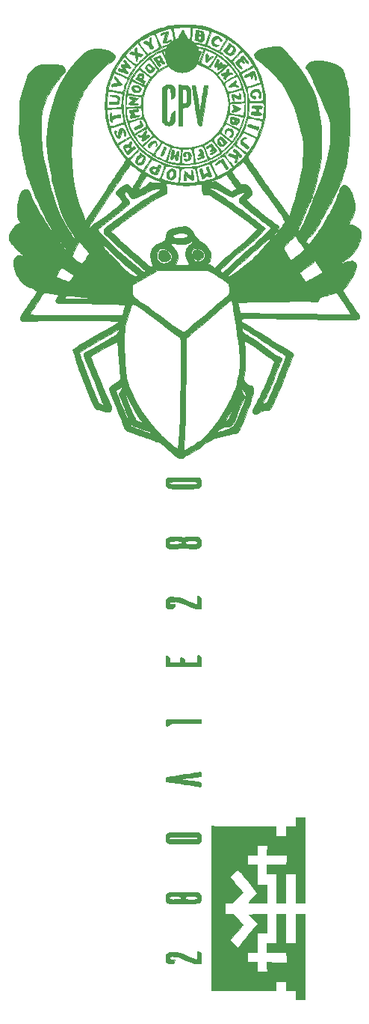
<source format=gtl>
G04 #@! TF.FileFunction,Copper,L1,Top,Signal*
%FSLAX46Y46*%
G04 Gerber Fmt 4.6, Leading zero omitted, Abs format (unit mm)*
G04 Created by KiCad (PCBNEW 4.0.5) date Saturday, July 08, 2017 'AMt' 10:27:21 AM*
%MOMM*%
%LPD*%
G01*
G04 APERTURE LIST*
%ADD10C,0.100000*%
%ADD11C,0.010000*%
%ADD12C,4.000000*%
G04 APERTURE END LIST*
D10*
D11*
G36*
X164820375Y-139953742D02*
X164955250Y-140004936D01*
X165042712Y-140076374D01*
X165092894Y-140193796D01*
X165115925Y-140382941D01*
X165121939Y-140669547D01*
X165122000Y-140720025D01*
X165122000Y-141315500D01*
X164736672Y-141315500D01*
X164568545Y-141308936D01*
X164403795Y-141284032D01*
X164216545Y-141232966D01*
X163980919Y-141147917D01*
X163671043Y-141021066D01*
X163450797Y-140926853D01*
X163068521Y-140765842D01*
X162772344Y-140652145D01*
X162534382Y-140577062D01*
X162326754Y-140531897D01*
X162121576Y-140507950D01*
X162103837Y-140506648D01*
X161853537Y-140495101D01*
X161697686Y-140506765D01*
X161605169Y-140545805D01*
X161572186Y-140577795D01*
X161526023Y-140699266D01*
X161594974Y-140798009D01*
X161767791Y-140863997D01*
X161915277Y-140883602D01*
X162190936Y-140902750D01*
X162103783Y-141109125D01*
X162042008Y-141231910D01*
X161964288Y-141292914D01*
X161828287Y-141313564D01*
X161696065Y-141315500D01*
X161456124Y-141296197D01*
X161298208Y-141230703D01*
X161248500Y-141188500D01*
X161170339Y-141075692D01*
X161131335Y-140913130D01*
X161121500Y-140685108D01*
X161128575Y-140463551D01*
X161159153Y-140326058D01*
X161227258Y-140230045D01*
X161288813Y-140177108D01*
X161391778Y-140111683D01*
X161518623Y-140071843D01*
X161702007Y-140051755D01*
X161974591Y-140045585D01*
X162025590Y-140045500D01*
X162241028Y-140047101D01*
X162414746Y-140056788D01*
X162573689Y-140081886D01*
X162744802Y-140129719D01*
X162955033Y-140207611D01*
X163231325Y-140322887D01*
X163544022Y-140458250D01*
X163869872Y-140597609D01*
X164159116Y-140716870D01*
X164389975Y-140807401D01*
X164540670Y-140860567D01*
X164585245Y-140871000D01*
X164634069Y-140843706D01*
X164662796Y-140747162D01*
X164675649Y-140559368D01*
X164677500Y-140390470D01*
X164679290Y-140147652D01*
X164689923Y-140007713D01*
X164717288Y-139946534D01*
X164769276Y-139939999D01*
X164820375Y-139953742D01*
X164820375Y-139953742D01*
G37*
X164820375Y-139953742D02*
X164955250Y-140004936D01*
X165042712Y-140076374D01*
X165092894Y-140193796D01*
X165115925Y-140382941D01*
X165121939Y-140669547D01*
X165122000Y-140720025D01*
X165122000Y-141315500D01*
X164736672Y-141315500D01*
X164568545Y-141308936D01*
X164403795Y-141284032D01*
X164216545Y-141232966D01*
X163980919Y-141147917D01*
X163671043Y-141021066D01*
X163450797Y-140926853D01*
X163068521Y-140765842D01*
X162772344Y-140652145D01*
X162534382Y-140577062D01*
X162326754Y-140531897D01*
X162121576Y-140507950D01*
X162103837Y-140506648D01*
X161853537Y-140495101D01*
X161697686Y-140506765D01*
X161605169Y-140545805D01*
X161572186Y-140577795D01*
X161526023Y-140699266D01*
X161594974Y-140798009D01*
X161767791Y-140863997D01*
X161915277Y-140883602D01*
X162190936Y-140902750D01*
X162103783Y-141109125D01*
X162042008Y-141231910D01*
X161964288Y-141292914D01*
X161828287Y-141313564D01*
X161696065Y-141315500D01*
X161456124Y-141296197D01*
X161298208Y-141230703D01*
X161248500Y-141188500D01*
X161170339Y-141075692D01*
X161131335Y-140913130D01*
X161121500Y-140685108D01*
X161128575Y-140463551D01*
X161159153Y-140326058D01*
X161227258Y-140230045D01*
X161288813Y-140177108D01*
X161391778Y-140111683D01*
X161518623Y-140071843D01*
X161702007Y-140051755D01*
X161974591Y-140045585D01*
X162025590Y-140045500D01*
X162241028Y-140047101D01*
X162414746Y-140056788D01*
X162573689Y-140081886D01*
X162744802Y-140129719D01*
X162955033Y-140207611D01*
X163231325Y-140322887D01*
X163544022Y-140458250D01*
X163869872Y-140597609D01*
X164159116Y-140716870D01*
X164389975Y-140807401D01*
X164540670Y-140860567D01*
X164585245Y-140871000D01*
X164634069Y-140843706D01*
X164662796Y-140747162D01*
X164675649Y-140559368D01*
X164677500Y-140390470D01*
X164679290Y-140147652D01*
X164689923Y-140007713D01*
X164717288Y-139946534D01*
X164769276Y-139939999D01*
X164820375Y-139953742D01*
G36*
X163632769Y-133255881D02*
X164032146Y-133257667D01*
X164335237Y-133262017D01*
X164557399Y-133270055D01*
X164713990Y-133282904D01*
X164820365Y-133301690D01*
X164891883Y-133327535D01*
X164943900Y-133361563D01*
X164977446Y-133391336D01*
X165064005Y-133497992D01*
X165107974Y-133636485D01*
X165121764Y-133850229D01*
X165121999Y-133897068D01*
X165121488Y-134069691D01*
X165111256Y-134206949D01*
X165078252Y-134312890D01*
X165009427Y-134391564D01*
X164891733Y-134447019D01*
X164712119Y-134483304D01*
X164457536Y-134504467D01*
X164114934Y-134514557D01*
X163671265Y-134517624D01*
X163121576Y-134517715D01*
X162603129Y-134517226D01*
X162196692Y-134515204D01*
X161887278Y-134510647D01*
X161659897Y-134502552D01*
X161499561Y-134489916D01*
X161391283Y-134471736D01*
X161320072Y-134447009D01*
X161270942Y-134414732D01*
X161246771Y-134392271D01*
X161153420Y-134222810D01*
X161112756Y-133986871D01*
X161116994Y-133889810D01*
X161518793Y-133889810D01*
X161567812Y-133983433D01*
X161633315Y-134030157D01*
X161750662Y-134057183D01*
X161944294Y-134067319D01*
X162238655Y-134063377D01*
X162258212Y-134062808D01*
X162539395Y-134053271D01*
X162717272Y-134040273D01*
X162815493Y-134016956D01*
X162857708Y-133976459D01*
X162867374Y-133913178D01*
X163338448Y-133913178D01*
X163374436Y-133995863D01*
X163490682Y-134045907D01*
X163702940Y-134070410D01*
X164000981Y-134076500D01*
X164307972Y-134070989D01*
X164510396Y-134052388D01*
X164630293Y-134017594D01*
X164677500Y-133981250D01*
X164724539Y-133879615D01*
X164677500Y-133790750D01*
X164602921Y-133742537D01*
X164461505Y-133712727D01*
X164231212Y-133698217D01*
X164000981Y-133695500D01*
X163707278Y-133699765D01*
X163518390Y-133714762D01*
X163412352Y-133743789D01*
X163367196Y-133790148D01*
X163366963Y-133790750D01*
X163338448Y-133913178D01*
X162867374Y-133913178D01*
X162867566Y-133911923D01*
X162867750Y-133886000D01*
X162863115Y-133812630D01*
X162833445Y-133765424D01*
X162755090Y-133737522D01*
X162604400Y-133722062D01*
X162357727Y-133712187D01*
X162258212Y-133709191D01*
X161957615Y-133704557D01*
X161759088Y-133713848D01*
X161638188Y-133739873D01*
X161570474Y-133785443D01*
X161567812Y-133788566D01*
X161518793Y-133889810D01*
X161116994Y-133889810D01*
X161123839Y-133733096D01*
X161185735Y-133510132D01*
X161266053Y-133391336D01*
X161313546Y-133350810D01*
X161369626Y-133319265D01*
X161449651Y-133295578D01*
X161568978Y-133278626D01*
X161742963Y-133267284D01*
X161986963Y-133260428D01*
X162316336Y-133256936D01*
X162746438Y-133255682D01*
X163121750Y-133255535D01*
X163632769Y-133255881D01*
X163632769Y-133255881D01*
G37*
X163632769Y-133255881D02*
X164032146Y-133257667D01*
X164335237Y-133262017D01*
X164557399Y-133270055D01*
X164713990Y-133282904D01*
X164820365Y-133301690D01*
X164891883Y-133327535D01*
X164943900Y-133361563D01*
X164977446Y-133391336D01*
X165064005Y-133497992D01*
X165107974Y-133636485D01*
X165121764Y-133850229D01*
X165121999Y-133897068D01*
X165121488Y-134069691D01*
X165111256Y-134206949D01*
X165078252Y-134312890D01*
X165009427Y-134391564D01*
X164891733Y-134447019D01*
X164712119Y-134483304D01*
X164457536Y-134504467D01*
X164114934Y-134514557D01*
X163671265Y-134517624D01*
X163121576Y-134517715D01*
X162603129Y-134517226D01*
X162196692Y-134515204D01*
X161887278Y-134510647D01*
X161659897Y-134502552D01*
X161499561Y-134489916D01*
X161391283Y-134471736D01*
X161320072Y-134447009D01*
X161270942Y-134414732D01*
X161246771Y-134392271D01*
X161153420Y-134222810D01*
X161112756Y-133986871D01*
X161116994Y-133889810D01*
X161518793Y-133889810D01*
X161567812Y-133983433D01*
X161633315Y-134030157D01*
X161750662Y-134057183D01*
X161944294Y-134067319D01*
X162238655Y-134063377D01*
X162258212Y-134062808D01*
X162539395Y-134053271D01*
X162717272Y-134040273D01*
X162815493Y-134016956D01*
X162857708Y-133976459D01*
X162867374Y-133913178D01*
X163338448Y-133913178D01*
X163374436Y-133995863D01*
X163490682Y-134045907D01*
X163702940Y-134070410D01*
X164000981Y-134076500D01*
X164307972Y-134070989D01*
X164510396Y-134052388D01*
X164630293Y-134017594D01*
X164677500Y-133981250D01*
X164724539Y-133879615D01*
X164677500Y-133790750D01*
X164602921Y-133742537D01*
X164461505Y-133712727D01*
X164231212Y-133698217D01*
X164000981Y-133695500D01*
X163707278Y-133699765D01*
X163518390Y-133714762D01*
X163412352Y-133743789D01*
X163367196Y-133790148D01*
X163366963Y-133790750D01*
X163338448Y-133913178D01*
X162867374Y-133913178D01*
X162867566Y-133911923D01*
X162867750Y-133886000D01*
X162863115Y-133812630D01*
X162833445Y-133765424D01*
X162755090Y-133737522D01*
X162604400Y-133722062D01*
X162357727Y-133712187D01*
X162258212Y-133709191D01*
X161957615Y-133704557D01*
X161759088Y-133713848D01*
X161638188Y-133739873D01*
X161570474Y-133785443D01*
X161567812Y-133788566D01*
X161518793Y-133889810D01*
X161116994Y-133889810D01*
X161123839Y-133733096D01*
X161185735Y-133510132D01*
X161266053Y-133391336D01*
X161313546Y-133350810D01*
X161369626Y-133319265D01*
X161449651Y-133295578D01*
X161568978Y-133278626D01*
X161742963Y-133267284D01*
X161986963Y-133260428D01*
X162316336Y-133256936D01*
X162746438Y-133255682D01*
X163121750Y-133255535D01*
X163632769Y-133255881D01*
G36*
X163134027Y-126488250D02*
X164879220Y-126488250D01*
X165000610Y-126638159D01*
X165081555Y-126790680D01*
X165117873Y-127010741D01*
X165121999Y-127157425D01*
X165114541Y-127377162D01*
X165082528Y-127513585D01*
X165011504Y-127609977D01*
X164954686Y-127658391D01*
X164898429Y-127698211D01*
X164832704Y-127729081D01*
X164741692Y-127752136D01*
X164609579Y-127768512D01*
X164420547Y-127779345D01*
X164158780Y-127785769D01*
X163808462Y-127788921D01*
X163353775Y-127789937D01*
X163121749Y-127790000D01*
X162617220Y-127789554D01*
X162223874Y-127787462D01*
X161925893Y-127782587D01*
X161707462Y-127773793D01*
X161552764Y-127759945D01*
X161445983Y-127739906D01*
X161371302Y-127712543D01*
X161312905Y-127676718D01*
X161288813Y-127658391D01*
X161195312Y-127570434D01*
X161144836Y-127467171D01*
X161124574Y-127308027D01*
X161121500Y-127128482D01*
X161121503Y-127127153D01*
X161513151Y-127127153D01*
X161524252Y-127183594D01*
X161548579Y-127214938D01*
X161604178Y-127238678D01*
X161705724Y-127255575D01*
X161867897Y-127266391D01*
X162105373Y-127271888D01*
X162432830Y-127272828D01*
X162864945Y-127269972D01*
X163136059Y-127267237D01*
X163622716Y-127261618D01*
X163997086Y-127255690D01*
X164273875Y-127248109D01*
X164467791Y-127237527D01*
X164593542Y-127222599D01*
X164665836Y-127201979D01*
X164699380Y-127174320D01*
X164708882Y-127138277D01*
X164709250Y-127123250D01*
X164704687Y-127083671D01*
X164681125Y-127053067D01*
X164623754Y-127030063D01*
X164517764Y-127013285D01*
X164348347Y-127001357D01*
X164100691Y-126992904D01*
X163759987Y-126986552D01*
X163311425Y-126980925D01*
X163157830Y-126979219D01*
X162676689Y-126976397D01*
X162263409Y-126978898D01*
X161931387Y-126986362D01*
X161694019Y-126998430D01*
X161564704Y-127014741D01*
X161546023Y-127022576D01*
X161513151Y-127127153D01*
X161121503Y-127127153D01*
X161121905Y-126950940D01*
X161131794Y-126809659D01*
X161164175Y-126700502D01*
X161232057Y-126619330D01*
X161348447Y-126562005D01*
X161526353Y-126524389D01*
X161778786Y-126502344D01*
X162118751Y-126491731D01*
X162559259Y-126488412D01*
X163113317Y-126488249D01*
X163134027Y-126488250D01*
X163134027Y-126488250D01*
G37*
X163134027Y-126488250D02*
X164879220Y-126488250D01*
X165000610Y-126638159D01*
X165081555Y-126790680D01*
X165117873Y-127010741D01*
X165121999Y-127157425D01*
X165114541Y-127377162D01*
X165082528Y-127513585D01*
X165011504Y-127609977D01*
X164954686Y-127658391D01*
X164898429Y-127698211D01*
X164832704Y-127729081D01*
X164741692Y-127752136D01*
X164609579Y-127768512D01*
X164420547Y-127779345D01*
X164158780Y-127785769D01*
X163808462Y-127788921D01*
X163353775Y-127789937D01*
X163121749Y-127790000D01*
X162617220Y-127789554D01*
X162223874Y-127787462D01*
X161925893Y-127782587D01*
X161707462Y-127773793D01*
X161552764Y-127759945D01*
X161445983Y-127739906D01*
X161371302Y-127712543D01*
X161312905Y-127676718D01*
X161288813Y-127658391D01*
X161195312Y-127570434D01*
X161144836Y-127467171D01*
X161124574Y-127308027D01*
X161121500Y-127128482D01*
X161121503Y-127127153D01*
X161513151Y-127127153D01*
X161524252Y-127183594D01*
X161548579Y-127214938D01*
X161604178Y-127238678D01*
X161705724Y-127255575D01*
X161867897Y-127266391D01*
X162105373Y-127271888D01*
X162432830Y-127272828D01*
X162864945Y-127269972D01*
X163136059Y-127267237D01*
X163622716Y-127261618D01*
X163997086Y-127255690D01*
X164273875Y-127248109D01*
X164467791Y-127237527D01*
X164593542Y-127222599D01*
X164665836Y-127201979D01*
X164699380Y-127174320D01*
X164708882Y-127138277D01*
X164709250Y-127123250D01*
X164704687Y-127083671D01*
X164681125Y-127053067D01*
X164623754Y-127030063D01*
X164517764Y-127013285D01*
X164348347Y-127001357D01*
X164100691Y-126992904D01*
X163759987Y-126986552D01*
X163311425Y-126980925D01*
X163157830Y-126979219D01*
X162676689Y-126976397D01*
X162263409Y-126978898D01*
X161931387Y-126986362D01*
X161694019Y-126998430D01*
X161564704Y-127014741D01*
X161546023Y-127022576D01*
X161513151Y-127127153D01*
X161121503Y-127127153D01*
X161121905Y-126950940D01*
X161131794Y-126809659D01*
X161164175Y-126700502D01*
X161232057Y-126619330D01*
X161348447Y-126562005D01*
X161526353Y-126524389D01*
X161778786Y-126502344D01*
X162118751Y-126491731D01*
X162559259Y-126488412D01*
X163113317Y-126488249D01*
X163134027Y-126488250D01*
G36*
X165085352Y-119690518D02*
X165117832Y-119796250D01*
X165122000Y-119905393D01*
X165122000Y-120148786D01*
X163916997Y-120298474D01*
X163544089Y-120345654D01*
X163219702Y-120388338D01*
X162962814Y-120423890D01*
X162792399Y-120449678D01*
X162727436Y-120463069D01*
X162727395Y-120463561D01*
X162792259Y-120476332D01*
X162962035Y-120501915D01*
X163215618Y-120537339D01*
X163531904Y-120579636D01*
X163789522Y-120613050D01*
X164231981Y-120669359D01*
X164564357Y-120712989D01*
X164802295Y-120749190D01*
X164961442Y-120783212D01*
X165057442Y-120820305D01*
X165105940Y-120865720D01*
X165122582Y-120924707D01*
X165123013Y-121002516D01*
X165122000Y-121060209D01*
X165103645Y-121239589D01*
X165050367Y-121305220D01*
X165042625Y-121305153D01*
X164962012Y-121293765D01*
X164772014Y-121265305D01*
X164488734Y-121222234D01*
X164128277Y-121167016D01*
X163706745Y-121102112D01*
X163240242Y-121029984D01*
X163058250Y-121001770D01*
X161153250Y-120706233D01*
X161132410Y-120525630D01*
X161136577Y-120373820D01*
X161172044Y-120284555D01*
X161244325Y-120263070D01*
X161423284Y-120225923D01*
X161689988Y-120176186D01*
X162025505Y-120116933D01*
X162410902Y-120051235D01*
X162827246Y-119982163D01*
X163255604Y-119912791D01*
X163677044Y-119846190D01*
X164072632Y-119785433D01*
X164423437Y-119733591D01*
X164710525Y-119693736D01*
X164914964Y-119668942D01*
X165008740Y-119662000D01*
X165085352Y-119690518D01*
X165085352Y-119690518D01*
G37*
X165085352Y-119690518D02*
X165117832Y-119796250D01*
X165122000Y-119905393D01*
X165122000Y-120148786D01*
X163916997Y-120298474D01*
X163544089Y-120345654D01*
X163219702Y-120388338D01*
X162962814Y-120423890D01*
X162792399Y-120449678D01*
X162727436Y-120463069D01*
X162727395Y-120463561D01*
X162792259Y-120476332D01*
X162962035Y-120501915D01*
X163215618Y-120537339D01*
X163531904Y-120579636D01*
X163789522Y-120613050D01*
X164231981Y-120669359D01*
X164564357Y-120712989D01*
X164802295Y-120749190D01*
X164961442Y-120783212D01*
X165057442Y-120820305D01*
X165105940Y-120865720D01*
X165122582Y-120924707D01*
X165123013Y-121002516D01*
X165122000Y-121060209D01*
X165103645Y-121239589D01*
X165050367Y-121305220D01*
X165042625Y-121305153D01*
X164962012Y-121293765D01*
X164772014Y-121265305D01*
X164488734Y-121222234D01*
X164128277Y-121167016D01*
X163706745Y-121102112D01*
X163240242Y-121029984D01*
X163058250Y-121001770D01*
X161153250Y-120706233D01*
X161132410Y-120525630D01*
X161136577Y-120373820D01*
X161172044Y-120284555D01*
X161244325Y-120263070D01*
X161423284Y-120225923D01*
X161689988Y-120176186D01*
X162025505Y-120116933D01*
X162410902Y-120051235D01*
X162827246Y-119982163D01*
X163255604Y-119912791D01*
X163677044Y-119846190D01*
X164072632Y-119785433D01*
X164423437Y-119733591D01*
X164710525Y-119693736D01*
X164914964Y-119668942D01*
X165008740Y-119662000D01*
X165085352Y-119690518D01*
G36*
X165090250Y-114105750D02*
X163375750Y-114122504D01*
X162862812Y-114128009D01*
X162462001Y-114134069D01*
X162158443Y-114141826D01*
X161937266Y-114152423D01*
X161783597Y-114167001D01*
X161682563Y-114186705D01*
X161619292Y-114212675D01*
X161578912Y-114246055D01*
X161566000Y-114261529D01*
X161431928Y-114369539D01*
X161296125Y-114426284D01*
X161192144Y-114445309D01*
X161140706Y-114417005D01*
X161123319Y-114312864D01*
X161121500Y-114157083D01*
X161136193Y-113958951D01*
X161173488Y-113809634D01*
X161197700Y-113769200D01*
X161259580Y-113745717D01*
X161399248Y-113727025D01*
X161625721Y-113712781D01*
X161948014Y-113702641D01*
X162375145Y-113696264D01*
X162916129Y-113693306D01*
X163201973Y-113693000D01*
X165130046Y-113693000D01*
X165090250Y-114105750D01*
X165090250Y-114105750D01*
G37*
X165090250Y-114105750D02*
X163375750Y-114122504D01*
X162862812Y-114128009D01*
X162462001Y-114134069D01*
X162158443Y-114141826D01*
X161937266Y-114152423D01*
X161783597Y-114167001D01*
X161682563Y-114186705D01*
X161619292Y-114212675D01*
X161578912Y-114246055D01*
X161566000Y-114261529D01*
X161431928Y-114369539D01*
X161296125Y-114426284D01*
X161192144Y-114445309D01*
X161140706Y-114417005D01*
X161123319Y-114312864D01*
X161121500Y-114157083D01*
X161136193Y-113958951D01*
X161173488Y-113809634D01*
X161197700Y-113769200D01*
X161259580Y-113745717D01*
X161399248Y-113727025D01*
X161625721Y-113712781D01*
X161948014Y-113702641D01*
X162375145Y-113696264D01*
X162916129Y-113693306D01*
X163201973Y-113693000D01*
X165130046Y-113693000D01*
X165090250Y-114105750D01*
G36*
X164924009Y-106514682D02*
X164980870Y-106552850D01*
X165050525Y-106614108D01*
X165092695Y-106698080D01*
X165114103Y-106835016D01*
X165121472Y-107055166D01*
X165122000Y-107187850D01*
X165122000Y-107724000D01*
X163164083Y-107724000D01*
X162677577Y-107722675D01*
X162232424Y-107718926D01*
X161844379Y-107713084D01*
X161529196Y-107705483D01*
X161302630Y-107696456D01*
X161180435Y-107686338D01*
X161163833Y-107681666D01*
X161140801Y-107599992D01*
X161126932Y-107433316D01*
X161121693Y-107215786D01*
X161124550Y-106981551D01*
X161134971Y-106764760D01*
X161152421Y-106599560D01*
X161176368Y-106520099D01*
X161182012Y-106517500D01*
X161280649Y-106541848D01*
X161401141Y-106589770D01*
X161504394Y-106660255D01*
X161557254Y-106776702D01*
X161578753Y-106954895D01*
X161597750Y-107247750D01*
X162185125Y-107266007D01*
X162772500Y-107284265D01*
X162772500Y-106964382D01*
X162781008Y-106782509D01*
X162802778Y-106666742D01*
X162820125Y-106644737D01*
X162900801Y-106675224D01*
X163039857Y-106750295D01*
X163074125Y-106770804D01*
X163222320Y-106889998D01*
X163277455Y-107029255D01*
X163280500Y-107088066D01*
X163280500Y-107279500D01*
X164677500Y-107279500D01*
X164677500Y-106866750D01*
X164686951Y-106620366D01*
X164723245Y-106487776D01*
X164798294Y-106456657D01*
X164924009Y-106514682D01*
X164924009Y-106514682D01*
G37*
X164924009Y-106514682D02*
X164980870Y-106552850D01*
X165050525Y-106614108D01*
X165092695Y-106698080D01*
X165114103Y-106835016D01*
X165121472Y-107055166D01*
X165122000Y-107187850D01*
X165122000Y-107724000D01*
X163164083Y-107724000D01*
X162677577Y-107722675D01*
X162232424Y-107718926D01*
X161844379Y-107713084D01*
X161529196Y-107705483D01*
X161302630Y-107696456D01*
X161180435Y-107686338D01*
X161163833Y-107681666D01*
X161140801Y-107599992D01*
X161126932Y-107433316D01*
X161121693Y-107215786D01*
X161124550Y-106981551D01*
X161134971Y-106764760D01*
X161152421Y-106599560D01*
X161176368Y-106520099D01*
X161182012Y-106517500D01*
X161280649Y-106541848D01*
X161401141Y-106589770D01*
X161504394Y-106660255D01*
X161557254Y-106776702D01*
X161578753Y-106954895D01*
X161597750Y-107247750D01*
X162185125Y-107266007D01*
X162772500Y-107284265D01*
X162772500Y-106964382D01*
X162781008Y-106782509D01*
X162802778Y-106666742D01*
X162820125Y-106644737D01*
X162900801Y-106675224D01*
X163039857Y-106750295D01*
X163074125Y-106770804D01*
X163222320Y-106889998D01*
X163277455Y-107029255D01*
X163280500Y-107088066D01*
X163280500Y-107279500D01*
X164677500Y-107279500D01*
X164677500Y-106866750D01*
X164686951Y-106620366D01*
X164723245Y-106487776D01*
X164798294Y-106456657D01*
X164924009Y-106514682D01*
G36*
X164814767Y-99757423D02*
X164950362Y-99835438D01*
X165057039Y-99919161D01*
X165073402Y-99938881D01*
X165094041Y-100030008D01*
X165110236Y-100215564D01*
X165119626Y-100462997D01*
X165121027Y-100596125D01*
X165122000Y-101183500D01*
X164883875Y-101183145D01*
X164706152Y-101173214D01*
X164514574Y-101139486D01*
X164287758Y-101075264D01*
X164004318Y-100973852D01*
X163642870Y-100828554D01*
X163332353Y-100697302D01*
X163005724Y-100559044D01*
X162765167Y-100464355D01*
X162580501Y-100405673D01*
X162421547Y-100375435D01*
X162258122Y-100366079D01*
X162060048Y-100370044D01*
X162030603Y-100371127D01*
X161780503Y-100383581D01*
X161631714Y-100402756D01*
X161558553Y-100436189D01*
X161535332Y-100491414D01*
X161534250Y-100516750D01*
X161552392Y-100592955D01*
X161626936Y-100635533D01*
X161788054Y-100657714D01*
X161867625Y-100662943D01*
X162053895Y-100679094D01*
X162174897Y-100700000D01*
X162201000Y-100713721D01*
X162163083Y-100827774D01*
X162074237Y-100975087D01*
X161971816Y-101099960D01*
X161912405Y-101144054D01*
X161711270Y-101177042D01*
X161489802Y-101153991D01*
X161439000Y-101138450D01*
X161271138Y-101048132D01*
X161172363Y-100910350D01*
X161128045Y-100696218D01*
X161121500Y-100511517D01*
X161127323Y-100285034D01*
X161153696Y-100144330D01*
X161213967Y-100048387D01*
X161295762Y-99976143D01*
X161390797Y-99911731D01*
X161496354Y-99873194D01*
X161644011Y-99855891D01*
X161865348Y-99855177D01*
X162073637Y-99861784D01*
X162320547Y-99873549D01*
X162517530Y-99893461D01*
X162696835Y-99930360D01*
X162890706Y-99993081D01*
X163131390Y-100090462D01*
X163451134Y-100231342D01*
X163496919Y-100251846D01*
X163808896Y-100388551D01*
X164093681Y-100507650D01*
X164324335Y-100598277D01*
X164473917Y-100649564D01*
X164497044Y-100655283D01*
X164677500Y-100691375D01*
X164677500Y-100207187D01*
X164681830Y-99977437D01*
X164693298Y-99806686D01*
X164709619Y-99725716D01*
X164713424Y-99723000D01*
X164814767Y-99757423D01*
X164814767Y-99757423D01*
G37*
X164814767Y-99757423D02*
X164950362Y-99835438D01*
X165057039Y-99919161D01*
X165073402Y-99938881D01*
X165094041Y-100030008D01*
X165110236Y-100215564D01*
X165119626Y-100462997D01*
X165121027Y-100596125D01*
X165122000Y-101183500D01*
X164883875Y-101183145D01*
X164706152Y-101173214D01*
X164514574Y-101139486D01*
X164287758Y-101075264D01*
X164004318Y-100973852D01*
X163642870Y-100828554D01*
X163332353Y-100697302D01*
X163005724Y-100559044D01*
X162765167Y-100464355D01*
X162580501Y-100405673D01*
X162421547Y-100375435D01*
X162258122Y-100366079D01*
X162060048Y-100370044D01*
X162030603Y-100371127D01*
X161780503Y-100383581D01*
X161631714Y-100402756D01*
X161558553Y-100436189D01*
X161535332Y-100491414D01*
X161534250Y-100516750D01*
X161552392Y-100592955D01*
X161626936Y-100635533D01*
X161788054Y-100657714D01*
X161867625Y-100662943D01*
X162053895Y-100679094D01*
X162174897Y-100700000D01*
X162201000Y-100713721D01*
X162163083Y-100827774D01*
X162074237Y-100975087D01*
X161971816Y-101099960D01*
X161912405Y-101144054D01*
X161711270Y-101177042D01*
X161489802Y-101153991D01*
X161439000Y-101138450D01*
X161271138Y-101048132D01*
X161172363Y-100910350D01*
X161128045Y-100696218D01*
X161121500Y-100511517D01*
X161127323Y-100285034D01*
X161153696Y-100144330D01*
X161213967Y-100048387D01*
X161295762Y-99976143D01*
X161390797Y-99911731D01*
X161496354Y-99873194D01*
X161644011Y-99855891D01*
X161865348Y-99855177D01*
X162073637Y-99861784D01*
X162320547Y-99873549D01*
X162517530Y-99893461D01*
X162696835Y-99930360D01*
X162890706Y-99993081D01*
X163131390Y-100090462D01*
X163451134Y-100231342D01*
X163496919Y-100251846D01*
X163808896Y-100388551D01*
X164093681Y-100507650D01*
X164324335Y-100598277D01*
X164473917Y-100649564D01*
X164497044Y-100655283D01*
X164677500Y-100691375D01*
X164677500Y-100207187D01*
X164681830Y-99977437D01*
X164693298Y-99806686D01*
X164709619Y-99725716D01*
X164713424Y-99723000D01*
X164814767Y-99757423D01*
G36*
X164341699Y-93057677D02*
X164576331Y-93066598D01*
X164735658Y-93085846D01*
X164845509Y-93119002D01*
X164931711Y-93169651D01*
X164954686Y-93187108D01*
X165050698Y-93278550D01*
X165101125Y-93387004D01*
X165119991Y-93555053D01*
X165121999Y-93695108D01*
X165107141Y-93947466D01*
X165052324Y-94133329D01*
X164942187Y-94260950D01*
X164761369Y-94338584D01*
X164494507Y-94374483D01*
X164126240Y-94376901D01*
X163871820Y-94366798D01*
X163589900Y-94352633D01*
X163386366Y-94342949D01*
X163228512Y-94337656D01*
X163083632Y-94336667D01*
X162919020Y-94339890D01*
X162701972Y-94347237D01*
X162399781Y-94358617D01*
X162296250Y-94362485D01*
X161887330Y-94370178D01*
X161597023Y-94358690D01*
X161428458Y-94328173D01*
X161407250Y-94318486D01*
X161248653Y-94197607D01*
X161159533Y-94037648D01*
X161124140Y-93803585D01*
X161123597Y-93778760D01*
X161522781Y-93778760D01*
X161522796Y-93778801D01*
X161557381Y-93827192D01*
X161631736Y-93856903D01*
X161769380Y-93870940D01*
X161993831Y-93872315D01*
X162214994Y-93867358D01*
X162511258Y-93856780D01*
X162703733Y-93841682D01*
X162815629Y-93817329D01*
X162870156Y-93778987D01*
X162889128Y-93729859D01*
X162887119Y-93687322D01*
X163344000Y-93687322D01*
X163353698Y-93772057D01*
X163397294Y-93827778D01*
X163496538Y-93860484D01*
X163673184Y-93876175D01*
X163948982Y-93880848D01*
X164046289Y-93881000D01*
X164337585Y-93877927D01*
X164526091Y-93866043D01*
X164635925Y-93841345D01*
X164691205Y-93799830D01*
X164705912Y-93771550D01*
X164701802Y-93645177D01*
X164577256Y-93558251D01*
X164332152Y-93510720D01*
X164077988Y-93500867D01*
X163744993Y-93509678D01*
X163522425Y-93537250D01*
X163394570Y-93587575D01*
X163345715Y-93664645D01*
X163344000Y-93687322D01*
X162887119Y-93687322D01*
X162884316Y-93627976D01*
X162812317Y-93560131D01*
X162656227Y-93520462D01*
X162399146Y-93503109D01*
X162229011Y-93500972D01*
X161875230Y-93517238D01*
X161641309Y-93568285D01*
X161524682Y-93655122D01*
X161522781Y-93778760D01*
X161123597Y-93778760D01*
X161121500Y-93682972D01*
X161129255Y-93464540D01*
X161162376Y-93328855D01*
X161235646Y-93232107D01*
X161288813Y-93187108D01*
X161373610Y-93130723D01*
X161475148Y-93093026D01*
X161619467Y-93070370D01*
X161832608Y-93059109D01*
X162140612Y-93055595D01*
X162228613Y-93055500D01*
X162578696Y-93061235D01*
X162847793Y-93077503D01*
X163018778Y-93102900D01*
X163070132Y-93124532D01*
X163146782Y-93159224D01*
X163181830Y-93124532D01*
X163265795Y-93092644D01*
X163465732Y-93070055D01*
X163770889Y-93057664D01*
X164005934Y-93055500D01*
X164341699Y-93057677D01*
X164341699Y-93057677D01*
G37*
X164341699Y-93057677D02*
X164576331Y-93066598D01*
X164735658Y-93085846D01*
X164845509Y-93119002D01*
X164931711Y-93169651D01*
X164954686Y-93187108D01*
X165050698Y-93278550D01*
X165101125Y-93387004D01*
X165119991Y-93555053D01*
X165121999Y-93695108D01*
X165107141Y-93947466D01*
X165052324Y-94133329D01*
X164942187Y-94260950D01*
X164761369Y-94338584D01*
X164494507Y-94374483D01*
X164126240Y-94376901D01*
X163871820Y-94366798D01*
X163589900Y-94352633D01*
X163386366Y-94342949D01*
X163228512Y-94337656D01*
X163083632Y-94336667D01*
X162919020Y-94339890D01*
X162701972Y-94347237D01*
X162399781Y-94358617D01*
X162296250Y-94362485D01*
X161887330Y-94370178D01*
X161597023Y-94358690D01*
X161428458Y-94328173D01*
X161407250Y-94318486D01*
X161248653Y-94197607D01*
X161159533Y-94037648D01*
X161124140Y-93803585D01*
X161123597Y-93778760D01*
X161522781Y-93778760D01*
X161522796Y-93778801D01*
X161557381Y-93827192D01*
X161631736Y-93856903D01*
X161769380Y-93870940D01*
X161993831Y-93872315D01*
X162214994Y-93867358D01*
X162511258Y-93856780D01*
X162703733Y-93841682D01*
X162815629Y-93817329D01*
X162870156Y-93778987D01*
X162889128Y-93729859D01*
X162887119Y-93687322D01*
X163344000Y-93687322D01*
X163353698Y-93772057D01*
X163397294Y-93827778D01*
X163496538Y-93860484D01*
X163673184Y-93876175D01*
X163948982Y-93880848D01*
X164046289Y-93881000D01*
X164337585Y-93877927D01*
X164526091Y-93866043D01*
X164635925Y-93841345D01*
X164691205Y-93799830D01*
X164705912Y-93771550D01*
X164701802Y-93645177D01*
X164577256Y-93558251D01*
X164332152Y-93510720D01*
X164077988Y-93500867D01*
X163744993Y-93509678D01*
X163522425Y-93537250D01*
X163394570Y-93587575D01*
X163345715Y-93664645D01*
X163344000Y-93687322D01*
X162887119Y-93687322D01*
X162884316Y-93627976D01*
X162812317Y-93560131D01*
X162656227Y-93520462D01*
X162399146Y-93503109D01*
X162229011Y-93500972D01*
X161875230Y-93517238D01*
X161641309Y-93568285D01*
X161524682Y-93655122D01*
X161522781Y-93778760D01*
X161123597Y-93778760D01*
X161121500Y-93682972D01*
X161129255Y-93464540D01*
X161162376Y-93328855D01*
X161235646Y-93232107D01*
X161288813Y-93187108D01*
X161373610Y-93130723D01*
X161475148Y-93093026D01*
X161619467Y-93070370D01*
X161832608Y-93059109D01*
X162140612Y-93055595D01*
X162228613Y-93055500D01*
X162578696Y-93061235D01*
X162847793Y-93077503D01*
X163018778Y-93102900D01*
X163070132Y-93124532D01*
X163146782Y-93159224D01*
X163181830Y-93124532D01*
X163265795Y-93092644D01*
X163465732Y-93070055D01*
X163770889Y-93057664D01*
X164005934Y-93055500D01*
X164341699Y-93057677D01*
G36*
X163677934Y-86324656D02*
X164120174Y-86327866D01*
X164461516Y-86338243D01*
X164715013Y-86359899D01*
X164893713Y-86396947D01*
X165010665Y-86453500D01*
X165078921Y-86533671D01*
X165111528Y-86641572D01*
X165121538Y-86781315D01*
X165121999Y-86954891D01*
X165114924Y-87176448D01*
X165084346Y-87313941D01*
X165016241Y-87409954D01*
X164954686Y-87462891D01*
X164898429Y-87502711D01*
X164832704Y-87533581D01*
X164741692Y-87556636D01*
X164609579Y-87573012D01*
X164420547Y-87583845D01*
X164158780Y-87590269D01*
X163808462Y-87593421D01*
X163353775Y-87594437D01*
X163121749Y-87594500D01*
X162617220Y-87594054D01*
X162223874Y-87591962D01*
X161925893Y-87587087D01*
X161707462Y-87578293D01*
X161552764Y-87564445D01*
X161445983Y-87544406D01*
X161371302Y-87517043D01*
X161312905Y-87481218D01*
X161288813Y-87462891D01*
X161192801Y-87371449D01*
X161142374Y-87262995D01*
X161123508Y-87094946D01*
X161121593Y-86961330D01*
X161511911Y-86961330D01*
X161565123Y-87037656D01*
X161596408Y-87061621D01*
X161703646Y-87094279D01*
X161912053Y-87120286D01*
X162199365Y-87139694D01*
X162543315Y-87152550D01*
X162921640Y-87158906D01*
X163312074Y-87158810D01*
X163692353Y-87152313D01*
X164040212Y-87139463D01*
X164333385Y-87120311D01*
X164549608Y-87094906D01*
X164666617Y-87063298D01*
X164677500Y-87054750D01*
X164724539Y-86953115D01*
X164677500Y-86864250D01*
X164585595Y-86828980D01*
X164389121Y-86800758D01*
X164110310Y-86779536D01*
X163771396Y-86765264D01*
X163394610Y-86757893D01*
X163002185Y-86757374D01*
X162616354Y-86763659D01*
X162259349Y-86776697D01*
X161953403Y-86796441D01*
X161720747Y-86822841D01*
X161583616Y-86855849D01*
X161560297Y-86871121D01*
X161511911Y-86961330D01*
X161121593Y-86961330D01*
X161121500Y-86954891D01*
X161121995Y-86779606D01*
X161132181Y-86640231D01*
X161165107Y-86532655D01*
X161233822Y-86452764D01*
X161351378Y-86396446D01*
X161530822Y-86359587D01*
X161785206Y-86338076D01*
X162127579Y-86327800D01*
X162570989Y-86324645D01*
X163121749Y-86324500D01*
X163677934Y-86324656D01*
X163677934Y-86324656D01*
G37*
X163677934Y-86324656D02*
X164120174Y-86327866D01*
X164461516Y-86338243D01*
X164715013Y-86359899D01*
X164893713Y-86396947D01*
X165010665Y-86453500D01*
X165078921Y-86533671D01*
X165111528Y-86641572D01*
X165121538Y-86781315D01*
X165121999Y-86954891D01*
X165114924Y-87176448D01*
X165084346Y-87313941D01*
X165016241Y-87409954D01*
X164954686Y-87462891D01*
X164898429Y-87502711D01*
X164832704Y-87533581D01*
X164741692Y-87556636D01*
X164609579Y-87573012D01*
X164420547Y-87583845D01*
X164158780Y-87590269D01*
X163808462Y-87593421D01*
X163353775Y-87594437D01*
X163121749Y-87594500D01*
X162617220Y-87594054D01*
X162223874Y-87591962D01*
X161925893Y-87587087D01*
X161707462Y-87578293D01*
X161552764Y-87564445D01*
X161445983Y-87544406D01*
X161371302Y-87517043D01*
X161312905Y-87481218D01*
X161288813Y-87462891D01*
X161192801Y-87371449D01*
X161142374Y-87262995D01*
X161123508Y-87094946D01*
X161121593Y-86961330D01*
X161511911Y-86961330D01*
X161565123Y-87037656D01*
X161596408Y-87061621D01*
X161703646Y-87094279D01*
X161912053Y-87120286D01*
X162199365Y-87139694D01*
X162543315Y-87152550D01*
X162921640Y-87158906D01*
X163312074Y-87158810D01*
X163692353Y-87152313D01*
X164040212Y-87139463D01*
X164333385Y-87120311D01*
X164549608Y-87094906D01*
X164666617Y-87063298D01*
X164677500Y-87054750D01*
X164724539Y-86953115D01*
X164677500Y-86864250D01*
X164585595Y-86828980D01*
X164389121Y-86800758D01*
X164110310Y-86779536D01*
X163771396Y-86765264D01*
X163394610Y-86757893D01*
X163002185Y-86757374D01*
X162616354Y-86763659D01*
X162259349Y-86776697D01*
X161953403Y-86796441D01*
X161720747Y-86822841D01*
X161583616Y-86855849D01*
X161560297Y-86871121D01*
X161511911Y-86961330D01*
X161121593Y-86961330D01*
X161121500Y-86954891D01*
X161121995Y-86779606D01*
X161132181Y-86640231D01*
X161165107Y-86532655D01*
X161233822Y-86452764D01*
X161351378Y-86396446D01*
X161530822Y-86359587D01*
X161785206Y-86338076D01*
X162127579Y-86327800D01*
X162570989Y-86324645D01*
X163121749Y-86324500D01*
X163677934Y-86324656D01*
G36*
X163822346Y-35128804D02*
X164319967Y-35148985D01*
X164759558Y-35183429D01*
X165110555Y-35232113D01*
X165175632Y-35245343D01*
X166012805Y-35472048D01*
X166844819Y-35777350D01*
X167638190Y-36146424D01*
X168359440Y-36564447D01*
X168719250Y-36814314D01*
X169560803Y-37517112D01*
X170299604Y-38292035D01*
X170933285Y-39133415D01*
X171459480Y-40035585D01*
X171875824Y-40992880D01*
X172179949Y-41999633D01*
X172369490Y-43050176D01*
X172442081Y-44138843D01*
X172395355Y-45259967D01*
X172364742Y-45544750D01*
X172250194Y-46171306D01*
X172057161Y-46853385D01*
X171798886Y-47558673D01*
X171488610Y-48254857D01*
X171139576Y-48909622D01*
X170765025Y-49490657D01*
X170725361Y-49545250D01*
X170597132Y-49715066D01*
X170500823Y-49847990D01*
X170440944Y-49961269D01*
X170422003Y-50072154D01*
X170448508Y-50197895D01*
X170524967Y-50355741D01*
X170655890Y-50562942D01*
X170845785Y-50836747D01*
X171099159Y-51194406D01*
X171190065Y-51323250D01*
X171440257Y-51679543D01*
X171698636Y-52048920D01*
X171942792Y-52399251D01*
X172150318Y-52698404D01*
X172252934Y-52847250D01*
X172409014Y-53069773D01*
X172623953Y-53369456D01*
X172880121Y-53722077D01*
X173159887Y-54103413D01*
X173445621Y-54489243D01*
X173547053Y-54625250D01*
X173823546Y-54997594D01*
X174093763Y-55365801D01*
X174341813Y-55707897D01*
X174551807Y-56001905D01*
X174707857Y-56225852D01*
X174753770Y-56294157D01*
X174894675Y-56494870D01*
X175012872Y-56639624D01*
X175090201Y-56707179D01*
X175106664Y-56706907D01*
X175167626Y-56600542D01*
X175255016Y-56388440D01*
X175363566Y-56087843D01*
X175488006Y-55715993D01*
X175623065Y-55290134D01*
X175763473Y-54827508D01*
X175903961Y-54345359D01*
X176039259Y-53860927D01*
X176164098Y-53391458D01*
X176273206Y-52954192D01*
X176334545Y-52689351D01*
X176491108Y-51921815D01*
X176601865Y-51213943D01*
X176672448Y-50515089D01*
X176708490Y-49774605D01*
X176716015Y-49259500D01*
X176715970Y-48855364D01*
X176709512Y-48542508D01*
X176692754Y-48285233D01*
X176661809Y-48047844D01*
X176612791Y-47794644D01*
X176541813Y-47489937D01*
X176508591Y-47354500D01*
X176418489Y-47002764D01*
X176302598Y-46569915D01*
X176172022Y-46096361D01*
X176037866Y-45622510D01*
X175941438Y-45290750D01*
X175806833Y-44842596D01*
X175690844Y-44483521D01*
X175579758Y-44179787D01*
X175459860Y-43897658D01*
X175317437Y-43603396D01*
X175138773Y-43263265D01*
X175052395Y-43103699D01*
X174862850Y-42759377D01*
X174678656Y-42431998D01*
X174514558Y-42147247D01*
X174385299Y-41930810D01*
X174323436Y-41833699D01*
X174170121Y-41634630D01*
X173940613Y-41372277D01*
X173654815Y-41066390D01*
X173332628Y-40736722D01*
X172993953Y-40403023D01*
X172658690Y-40085047D01*
X172346742Y-39802544D01*
X172078010Y-39575265D01*
X171944666Y-39472805D01*
X171622637Y-39229183D01*
X171397473Y-39031774D01*
X171255288Y-38864636D01*
X171182196Y-38711830D01*
X171163999Y-38576663D01*
X171224816Y-38378437D01*
X171396555Y-38188386D01*
X171663151Y-38012926D01*
X172008539Y-37858471D01*
X172416653Y-37731439D01*
X172871429Y-37638243D01*
X173356800Y-37585299D01*
X173671120Y-37575500D01*
X173828205Y-37573677D01*
X173949557Y-37575605D01*
X174051370Y-37592380D01*
X174149841Y-37635098D01*
X174261163Y-37714854D01*
X174401532Y-37842745D01*
X174587143Y-38029865D01*
X174834191Y-38287311D01*
X175070598Y-38534326D01*
X175707299Y-39254491D01*
X176328858Y-40065302D01*
X176910776Y-40930751D01*
X177428553Y-41814829D01*
X177788123Y-42528500D01*
X177945878Y-42879216D01*
X178077844Y-43201938D01*
X178189186Y-43517341D01*
X178285065Y-43846100D01*
X178370645Y-44208889D01*
X178451090Y-44626383D01*
X178531563Y-45119258D01*
X178617227Y-45708188D01*
X178660336Y-46021000D01*
X178702353Y-46346163D01*
X178733944Y-46639628D01*
X178756084Y-46926297D01*
X178769754Y-47231073D01*
X178775930Y-47578856D01*
X178775591Y-47994551D01*
X178769714Y-48503059D01*
X178766332Y-48719750D01*
X178757423Y-49235916D01*
X178748039Y-49648836D01*
X178735984Y-49982249D01*
X178719065Y-50259898D01*
X178695084Y-50505522D01*
X178661848Y-50742863D01*
X178617160Y-50995662D01*
X178558826Y-51287660D01*
X178505044Y-51545500D01*
X178366876Y-52184255D01*
X178230011Y-52780275D01*
X178098130Y-53319489D01*
X177974910Y-53787827D01*
X177864029Y-54171218D01*
X177769168Y-54455592D01*
X177704411Y-54607925D01*
X177625867Y-54772768D01*
X177581310Y-54893721D01*
X177577500Y-54916952D01*
X177549190Y-55014768D01*
X177469073Y-55208935D01*
X177344366Y-55483354D01*
X177182289Y-55821927D01*
X177067696Y-56054000D01*
X176965663Y-56269866D01*
X176883868Y-56463232D01*
X176849273Y-56562000D01*
X176805983Y-56678744D01*
X176719856Y-56882196D01*
X176603022Y-57144576D01*
X176467609Y-57438103D01*
X176455702Y-57463447D01*
X176297637Y-57811907D01*
X176197465Y-58065004D01*
X176150064Y-58237638D01*
X176150311Y-58344709D01*
X176151429Y-58348443D01*
X176190676Y-58447575D01*
X176236410Y-58434934D01*
X176290578Y-58367745D01*
X176393693Y-58205242D01*
X176532197Y-57947631D01*
X176695542Y-57618204D01*
X176873179Y-57240253D01*
X177054561Y-56837072D01*
X177229138Y-56431953D01*
X177386363Y-56048188D01*
X177515687Y-55709070D01*
X177582828Y-55514250D01*
X177704111Y-55162439D01*
X177862225Y-54738183D01*
X178040566Y-54284248D01*
X178222529Y-53843399D01*
X178313097Y-53633459D01*
X178502968Y-53195483D01*
X178661207Y-52813545D01*
X178796293Y-52461814D01*
X178916702Y-52114458D01*
X179030912Y-51745644D01*
X179147400Y-51329539D01*
X179274644Y-50840312D01*
X179416279Y-50271809D01*
X179524544Y-49827687D01*
X179606058Y-49475680D01*
X179665335Y-49184815D01*
X179706893Y-48924116D01*
X179735245Y-48662609D01*
X179754909Y-48369318D01*
X179770399Y-48013270D01*
X179778510Y-47787115D01*
X179792364Y-47251327D01*
X179792176Y-46826116D01*
X179777570Y-46495795D01*
X179748172Y-46244677D01*
X179740626Y-46203306D01*
X179651834Y-45846696D01*
X179512500Y-45410211D01*
X179333924Y-44924903D01*
X179127403Y-44421824D01*
X178946509Y-44020750D01*
X178763098Y-43626824D01*
X178563599Y-43190087D01*
X178360760Y-42739196D01*
X178167335Y-42302809D01*
X177996072Y-41909585D01*
X177859724Y-41588181D01*
X177808315Y-41462593D01*
X177698521Y-41220225D01*
X177546523Y-40924387D01*
X177379813Y-40627778D01*
X177327021Y-40539958D01*
X177188590Y-40306184D01*
X177080139Y-40107741D01*
X177016516Y-39972619D01*
X177006000Y-39934753D01*
X177051300Y-39810061D01*
X177166432Y-39645080D01*
X177320242Y-39476529D01*
X177481576Y-39341133D01*
X177540266Y-39304999D01*
X177748080Y-39240598D01*
X178052246Y-39207838D01*
X178426278Y-39206113D01*
X178843690Y-39234814D01*
X179277996Y-39293336D01*
X179577750Y-39351691D01*
X179938921Y-39442268D01*
X180226535Y-39543206D01*
X180493594Y-39675472D01*
X180681453Y-39788295D01*
X180944140Y-39965489D01*
X181120318Y-40124637D01*
X181237737Y-40303139D01*
X181324144Y-40538397D01*
X181371761Y-40718750D01*
X181417925Y-40896326D01*
X181487231Y-41150834D01*
X181567350Y-41437257D01*
X181597822Y-41544250D01*
X181662119Y-41798700D01*
X181719449Y-42095268D01*
X181772606Y-42453550D01*
X181824379Y-42893143D01*
X181877562Y-43433644D01*
X181895685Y-43635096D01*
X181996786Y-45327448D01*
X181994790Y-46967591D01*
X181889104Y-48578301D01*
X181733988Y-49831000D01*
X181594008Y-50670631D01*
X181435997Y-51413919D01*
X181251146Y-52091185D01*
X181030651Y-52732749D01*
X180765704Y-53368932D01*
X180608979Y-53704500D01*
X180448399Y-54039348D01*
X180283380Y-54386954D01*
X180135036Y-54702653D01*
X180038539Y-54911000D01*
X179900248Y-55188239D01*
X179721245Y-55513113D01*
X179533211Y-55828909D01*
X179470997Y-55927000D01*
X179304435Y-56195624D01*
X179104680Y-56535182D01*
X178896094Y-56903394D01*
X178703039Y-57257983D01*
X178691542Y-57279678D01*
X178408733Y-57793356D01*
X178148901Y-58215088D01*
X177892298Y-58572526D01*
X177619173Y-58893321D01*
X177330147Y-59185762D01*
X177129429Y-59385918D01*
X177020445Y-59530292D01*
X176998047Y-59645217D01*
X177057087Y-59757027D01*
X177192118Y-59891785D01*
X177310081Y-59965367D01*
X177379434Y-59954574D01*
X177509561Y-59796925D01*
X177690461Y-59560492D01*
X177902778Y-59272370D01*
X177936862Y-59224865D01*
X180704568Y-59224865D01*
X180713254Y-59229000D01*
X180771203Y-59184297D01*
X180784250Y-59165500D01*
X180800431Y-59106134D01*
X180791745Y-59102000D01*
X180733796Y-59146702D01*
X180720750Y-59165500D01*
X180704568Y-59224865D01*
X177936862Y-59224865D01*
X178127151Y-58959654D01*
X178163739Y-58907365D01*
X180958568Y-58907365D01*
X180967254Y-58911500D01*
X181025203Y-58866797D01*
X181038250Y-58848000D01*
X181054431Y-58788634D01*
X181045745Y-58784500D01*
X180987796Y-58829202D01*
X180974750Y-58848000D01*
X180958568Y-58907365D01*
X178163739Y-58907365D01*
X178344222Y-58649438D01*
X178384644Y-58589865D01*
X181212568Y-58589865D01*
X181221254Y-58594000D01*
X181279203Y-58549297D01*
X181292250Y-58530500D01*
X181308431Y-58471134D01*
X181299745Y-58467000D01*
X181241796Y-58511702D01*
X181228750Y-58530500D01*
X181212568Y-58589865D01*
X178384644Y-58589865D01*
X178534633Y-58368818D01*
X178679025Y-58144889D01*
X178714477Y-58086000D01*
X178886475Y-57796412D01*
X179087996Y-57463755D01*
X179280223Y-57152007D01*
X179311657Y-57101750D01*
X179474432Y-56839426D01*
X179631520Y-56581475D01*
X179756405Y-56371588D01*
X179787873Y-56317087D01*
X179880405Y-56140142D01*
X179999813Y-55890881D01*
X180136142Y-55592519D01*
X180279442Y-55268271D01*
X180419758Y-54941352D01*
X180547137Y-54634977D01*
X180651628Y-54372362D01*
X180723276Y-54176722D01*
X180752129Y-54071271D01*
X180752291Y-54067585D01*
X180793242Y-53867263D01*
X180896334Y-53638005D01*
X181032838Y-53439599D01*
X181074975Y-53395993D01*
X181279099Y-53273375D01*
X181490426Y-53273606D01*
X181703846Y-53393132D01*
X181914243Y-53628400D01*
X182116504Y-53975857D01*
X182210761Y-54185192D01*
X182427948Y-54786944D01*
X182546693Y-55331643D01*
X182565333Y-55844277D01*
X182482202Y-56349834D01*
X182295637Y-56873301D01*
X182003974Y-57439666D01*
X181992729Y-57459049D01*
X181891534Y-57640194D01*
X181834448Y-57757543D01*
X181830992Y-57790944D01*
X181839051Y-57784375D01*
X182000492Y-57711183D01*
X182221378Y-57728001D01*
X182480728Y-57826549D01*
X182757561Y-57998547D01*
X183030896Y-58235717D01*
X183060901Y-58266528D01*
X183147403Y-58363397D01*
X183199419Y-58454537D01*
X183224017Y-58573359D01*
X183228263Y-58753272D01*
X183219651Y-59017037D01*
X183203506Y-59297900D01*
X183172810Y-59512712D01*
X183114647Y-59710045D01*
X183016100Y-59938471D01*
X182924935Y-60125294D01*
X182754396Y-60448563D01*
X182585636Y-60716436D01*
X182397029Y-60952580D01*
X182166953Y-61180663D01*
X181873782Y-61424353D01*
X181495895Y-61707318D01*
X181447520Y-61742369D01*
X181181064Y-61936127D01*
X180955551Y-62102301D01*
X180788993Y-62227444D01*
X180699405Y-62298111D01*
X180689000Y-62308591D01*
X180742798Y-62293226D01*
X180886895Y-62237046D01*
X181095341Y-62150381D01*
X181211711Y-62100520D01*
X181489516Y-61992063D01*
X181764482Y-61904134D01*
X181987676Y-61851891D01*
X182034297Y-61845716D01*
X182231276Y-61837477D01*
X182363839Y-61874041D01*
X182492136Y-61975479D01*
X182527585Y-62010316D01*
X182640138Y-62144247D01*
X182700171Y-62284650D01*
X182706369Y-62454570D01*
X182657420Y-62677050D01*
X182552009Y-62975134D01*
X182459558Y-63203607D01*
X182197104Y-63766824D01*
X181909315Y-64261683D01*
X181609630Y-64666935D01*
X181389392Y-64895488D01*
X181284734Y-64988032D01*
X181214212Y-65062676D01*
X181183171Y-65137963D01*
X181196959Y-65232434D01*
X181260922Y-65364632D01*
X181380406Y-65553100D01*
X181560758Y-65816379D01*
X181722102Y-66049352D01*
X181925345Y-66345268D01*
X182128341Y-66643775D01*
X182306020Y-66907847D01*
X182422027Y-67083108D01*
X182586577Y-67325573D01*
X182764141Y-67572406D01*
X182882402Y-67727061D01*
X183044660Y-67968950D01*
X183097186Y-68158336D01*
X183040220Y-68306242D01*
X182897248Y-68412119D01*
X182831325Y-68440716D01*
X182747529Y-68463104D01*
X182632169Y-68479670D01*
X182471552Y-68490799D01*
X182251984Y-68496877D01*
X181959774Y-68498291D01*
X181581229Y-68495427D01*
X181102655Y-68488669D01*
X180531873Y-68478796D01*
X178987733Y-68451120D01*
X177569381Y-68426416D01*
X176275641Y-68404668D01*
X175105334Y-68385862D01*
X174057285Y-68369984D01*
X173130317Y-68357019D01*
X172323252Y-68346951D01*
X171634915Y-68339766D01*
X171064127Y-68335450D01*
X170609712Y-68333987D01*
X170270494Y-68335363D01*
X170045295Y-68339564D01*
X169936416Y-68346088D01*
X169754281Y-68374745D01*
X169670230Y-68412353D01*
X169656034Y-68481076D01*
X169671236Y-68554300D01*
X169718209Y-68684355D01*
X169762184Y-68740246D01*
X169891571Y-68802587D01*
X170111781Y-68925806D01*
X170407750Y-69100665D01*
X170764410Y-69317929D01*
X171166693Y-69568361D01*
X171599533Y-69842724D01*
X172047864Y-70131783D01*
X172286660Y-70287818D01*
X172714963Y-70563923D01*
X173165716Y-70845545D01*
X173610237Y-71115391D01*
X174019845Y-71356163D01*
X174365860Y-71550567D01*
X174491982Y-71617693D01*
X174914935Y-71846860D01*
X175227466Y-72037495D01*
X175426186Y-72187430D01*
X175486572Y-72252922D01*
X175571291Y-72384816D01*
X175582863Y-72476041D01*
X175525414Y-72586713D01*
X175510994Y-72608867D01*
X175446905Y-72735763D01*
X175357044Y-72951774D01*
X175254084Y-73224974D01*
X175165233Y-73479813D01*
X175046131Y-73816794D01*
X174894374Y-74220021D01*
X174729122Y-74639792D01*
X174569538Y-75026407D01*
X174563535Y-75040500D01*
X174402113Y-75421047D01*
X174229285Y-75832041D01*
X174065249Y-76225250D01*
X173930203Y-76552445D01*
X173924572Y-76566213D01*
X173765033Y-76947379D01*
X173597483Y-77331907D01*
X173430802Y-77701010D01*
X173273867Y-78035903D01*
X173135557Y-78317800D01*
X173024750Y-78527916D01*
X172950324Y-78647464D01*
X172932156Y-78666083D01*
X172826144Y-78695665D01*
X172657448Y-78711941D01*
X172632692Y-78712587D01*
X172341629Y-78754606D01*
X172009642Y-78859850D01*
X171692931Y-79009714D01*
X171639722Y-79041325D01*
X171385214Y-79158293D01*
X171187200Y-79170876D01*
X171052559Y-79091597D01*
X170988171Y-78932981D01*
X171000918Y-78707550D01*
X171097679Y-78427827D01*
X171198971Y-78239068D01*
X171362093Y-77955074D01*
X171558353Y-77591091D01*
X171774021Y-77174822D01*
X171995370Y-76733972D01*
X172208675Y-76296245D01*
X172400206Y-75889348D01*
X172556237Y-75540984D01*
X172654724Y-75301037D01*
X172767317Y-75009298D01*
X172908070Y-74651682D01*
X173056611Y-74279674D01*
X173158288Y-74028527D01*
X173269773Y-73743937D01*
X173357212Y-73498871D01*
X173412150Y-73318676D01*
X173426133Y-73228697D01*
X173425611Y-73227036D01*
X173356153Y-73141469D01*
X173199957Y-73001563D01*
X172972080Y-72817786D01*
X172687582Y-72600607D01*
X172361518Y-72360497D01*
X172008949Y-72107924D01*
X171644931Y-71853358D01*
X171284522Y-71607268D01*
X170942782Y-71380124D01*
X170634766Y-71182394D01*
X170375534Y-71024550D01*
X170180143Y-70917058D01*
X170063652Y-70870390D01*
X170039834Y-70872998D01*
X170033829Y-70945108D01*
X170042944Y-71112812D01*
X170065177Y-71345862D01*
X170078869Y-71463493D01*
X170121471Y-71955329D01*
X170142441Y-72527615D01*
X170142207Y-73135736D01*
X170121200Y-73735073D01*
X170079849Y-74281010D01*
X170049234Y-74537754D01*
X169950468Y-75245876D01*
X170112463Y-75490667D01*
X170344349Y-75747158D01*
X170647493Y-75909801D01*
X170790836Y-75951530D01*
X170963723Y-76051488D01*
X171057507Y-76244547D01*
X171069388Y-76522282D01*
X171040976Y-76703490D01*
X170957230Y-77037654D01*
X170832024Y-77459556D01*
X170675270Y-77940785D01*
X170496879Y-78452932D01*
X170306762Y-78967589D01*
X170114831Y-79456344D01*
X169930997Y-79890790D01*
X169921825Y-79911407D01*
X169770746Y-80250053D01*
X169629741Y-80566092D01*
X169510567Y-80833170D01*
X169424987Y-81024930D01*
X169396764Y-81088146D01*
X169307896Y-81247224D01*
X169207301Y-81315251D01*
X169108340Y-81326271D01*
X168992761Y-81342462D01*
X168778306Y-81386619D01*
X168488495Y-81452822D01*
X168146847Y-81535146D01*
X167776882Y-81627670D01*
X167402119Y-81724470D01*
X167046078Y-81819625D01*
X166732278Y-81907211D01*
X166484237Y-81981306D01*
X166405794Y-82006821D01*
X166244332Y-82082886D01*
X166014848Y-82218950D01*
X165748351Y-82395505D01*
X165485044Y-82586069D01*
X165007864Y-82931108D01*
X164507387Y-83264086D01*
X164019277Y-83562492D01*
X163579196Y-83803819D01*
X163470299Y-83857683D01*
X163293835Y-83956198D01*
X163170290Y-84050657D01*
X163138917Y-84092167D01*
X163045220Y-84160443D01*
X162834293Y-84181369D01*
X162831617Y-84181340D01*
X162711572Y-84173217D01*
X162600813Y-84142891D01*
X162476883Y-84076820D01*
X162317327Y-83961463D01*
X162099688Y-83783278D01*
X161924750Y-83634469D01*
X161640772Y-83388156D01*
X161349393Y-83130086D01*
X161086616Y-82892432D01*
X160903429Y-82721735D01*
X160658622Y-82505353D01*
X160460668Y-82374185D01*
X160282200Y-82310389D01*
X160268429Y-82307749D01*
X160072873Y-82261825D01*
X159913680Y-82207060D01*
X159894969Y-82198099D01*
X159802617Y-82160564D01*
X159607527Y-82088534D01*
X159327255Y-81988239D01*
X158979357Y-81865909D01*
X158581387Y-81727772D01*
X158212219Y-81600995D01*
X157785915Y-81452603D01*
X157395724Y-81311637D01*
X157059015Y-81184786D01*
X156793159Y-81078738D01*
X156615526Y-81000180D01*
X156546523Y-80959663D01*
X156477397Y-80852043D01*
X156385450Y-80658375D01*
X156286657Y-80413539D01*
X156249469Y-80311000D01*
X156202983Y-80183351D01*
X156991431Y-80183351D01*
X157108590Y-80381767D01*
X157178490Y-80476354D01*
X157279892Y-80558538D01*
X157436639Y-80641443D01*
X157672573Y-80738193D01*
X157924250Y-80830757D01*
X158253310Y-80948966D01*
X158587107Y-81069153D01*
X158879629Y-81174738D01*
X159035500Y-81231189D01*
X159300353Y-81324534D01*
X159457083Y-81370676D01*
X159515441Y-81369688D01*
X159485178Y-81321639D01*
X159384750Y-81233718D01*
X159241483Y-81131708D01*
X159129098Y-81077714D01*
X159113507Y-81075283D01*
X159022173Y-81052261D01*
X158843438Y-80992325D01*
X158607711Y-80905988D01*
X158464000Y-80850750D01*
X158205140Y-80754060D01*
X157981483Y-80678636D01*
X157825538Y-80635062D01*
X157781294Y-80628500D01*
X157670533Y-80595015D01*
X157497032Y-80507931D01*
X157329392Y-80405925D01*
X156991431Y-80183351D01*
X156202983Y-80183351D01*
X156168531Y-80088750D01*
X156940000Y-80088750D01*
X156971750Y-80120500D01*
X157003500Y-80088750D01*
X156971750Y-80057000D01*
X156940000Y-80088750D01*
X156168531Y-80088750D01*
X156118997Y-79952734D01*
X155948085Y-79504249D01*
X155747127Y-78991710D01*
X155526520Y-78441279D01*
X155296658Y-77879120D01*
X155067938Y-77331396D01*
X155029633Y-77240930D01*
X154873905Y-76862550D01*
X154774583Y-76578296D01*
X154767664Y-76543118D01*
X155479500Y-76543118D01*
X155502451Y-76618918D01*
X155566288Y-76793350D01*
X155663481Y-77047634D01*
X155786502Y-77362992D01*
X155927824Y-77720644D01*
X156079919Y-78101811D01*
X156235258Y-78487715D01*
X156386313Y-78859576D01*
X156525556Y-79198616D01*
X156645460Y-79486055D01*
X156738496Y-79703114D01*
X156797136Y-79831015D01*
X156799038Y-79834750D01*
X156873270Y-79948769D01*
X156915945Y-79957551D01*
X156923603Y-79879712D01*
X156892783Y-79733868D01*
X156843710Y-79594439D01*
X156785158Y-79441859D01*
X156694968Y-79197217D01*
X156583259Y-78888389D01*
X156460152Y-78543251D01*
X156392314Y-78351073D01*
X156267297Y-78006535D01*
X156146103Y-77692252D01*
X156038969Y-77433374D01*
X155956132Y-77255055D01*
X155923124Y-77198270D01*
X155821976Y-76996382D01*
X156559000Y-76996382D01*
X156582017Y-77094816D01*
X156644986Y-77286939D01*
X156738779Y-77549307D01*
X156854267Y-77858476D01*
X156982324Y-78191000D01*
X157113822Y-78523437D01*
X157239633Y-78832341D01*
X157350631Y-79094268D01*
X157437687Y-79285774D01*
X157484280Y-79373013D01*
X157578213Y-79529111D01*
X157632858Y-79642926D01*
X157638500Y-79666863D01*
X157697163Y-79768497D01*
X157860396Y-79885173D01*
X158108035Y-80002790D01*
X158328513Y-80083582D01*
X158441701Y-80100630D01*
X158453384Y-80048013D01*
X158369346Y-79919812D01*
X158287705Y-79818875D01*
X158042920Y-79496602D01*
X157782079Y-79095048D01*
X157497632Y-78601630D01*
X157182029Y-78003770D01*
X157093527Y-77828848D01*
X156894811Y-77441885D01*
X156744010Y-77168572D01*
X156639115Y-77005785D01*
X156578120Y-76950396D01*
X156559000Y-76996382D01*
X155821976Y-76996382D01*
X155815444Y-76983345D01*
X155814411Y-76801662D01*
X155888093Y-76694949D01*
X155972362Y-76593124D01*
X156074725Y-76429424D01*
X156169523Y-76250517D01*
X156231094Y-76103075D01*
X156241500Y-76052178D01*
X156194118Y-76053582D01*
X156068933Y-76115938D01*
X155891383Y-76226236D01*
X155860500Y-76247000D01*
X155674790Y-76377886D01*
X155539178Y-76482564D01*
X155480175Y-76540428D01*
X155479500Y-76543118D01*
X154767664Y-76543118D01*
X154733173Y-76367771D01*
X154751186Y-76210576D01*
X154830129Y-76086315D01*
X154971512Y-75974590D01*
X155130250Y-75880719D01*
X155381021Y-75722210D01*
X155632151Y-75533518D01*
X155781032Y-75401463D01*
X155930224Y-75247223D01*
X156003143Y-75140292D01*
X156016367Y-75041333D01*
X155986977Y-74912757D01*
X155959532Y-74769515D01*
X155928318Y-74529477D01*
X155896667Y-74222649D01*
X155867911Y-73879037D01*
X155860157Y-73770500D01*
X155829427Y-73332122D01*
X155793116Y-72830824D01*
X155755893Y-72330269D01*
X155724277Y-71917721D01*
X155651380Y-70985692D01*
X155343303Y-71107124D01*
X154986677Y-71260313D01*
X154587969Y-71456968D01*
X154128570Y-71706883D01*
X153589871Y-72019855D01*
X153447500Y-72104968D01*
X153162333Y-72277149D01*
X152915654Y-72427809D01*
X152728207Y-72544148D01*
X152620733Y-72613366D01*
X152604739Y-72625030D01*
X152609503Y-72696723D01*
X152659410Y-72858763D01*
X152745882Y-73086418D01*
X152849472Y-73330560D01*
X153053528Y-73800933D01*
X153266309Y-74309617D01*
X153475185Y-74825020D01*
X153667529Y-75315551D01*
X153830713Y-75749615D01*
X153939057Y-76056500D01*
X154033438Y-76306681D01*
X154171064Y-76633724D01*
X154335647Y-77002312D01*
X154510897Y-77377125D01*
X154680525Y-77722845D01*
X154828242Y-78004153D01*
X154876231Y-78088500D01*
X154953289Y-78300520D01*
X154965709Y-78530004D01*
X154914930Y-78727268D01*
X154855374Y-78808908D01*
X154703209Y-78883454D01*
X154493087Y-78911555D01*
X154490249Y-78911532D01*
X154309051Y-78891114D01*
X154057112Y-78839866D01*
X153775806Y-78768872D01*
X153506507Y-78689213D01*
X153290587Y-78611975D01*
X153190017Y-78563219D01*
X153049079Y-78418054D01*
X152890902Y-78149781D01*
X152716828Y-77760925D01*
X152596680Y-77447142D01*
X152450376Y-77053667D01*
X152281339Y-76612859D01*
X152101796Y-76155400D01*
X151923975Y-75711971D01*
X151760102Y-75313251D01*
X151622405Y-74989924D01*
X151574305Y-74881750D01*
X151487649Y-74673709D01*
X151380414Y-74390394D01*
X151259442Y-74052745D01*
X151131575Y-73681698D01*
X151003653Y-73298193D01*
X150882519Y-72923168D01*
X150775013Y-72577562D01*
X150687979Y-72282313D01*
X150667939Y-72207164D01*
X151308611Y-72207164D01*
X151573710Y-73036457D01*
X151712345Y-73443212D01*
X151882250Y-73901813D01*
X152059778Y-74350128D01*
X152191349Y-74659500D01*
X152350607Y-75031098D01*
X152529856Y-75470232D01*
X152708060Y-75924245D01*
X152864182Y-76340485D01*
X152876325Y-76374000D01*
X152994950Y-76696680D01*
X153102383Y-76978044D01*
X153189810Y-77195821D01*
X153248417Y-77327741D01*
X153264631Y-77355075D01*
X153317155Y-77469280D01*
X153322783Y-77513825D01*
X153362410Y-77626273D01*
X153456460Y-77772296D01*
X153472360Y-77792288D01*
X153608265Y-77934402D01*
X153764501Y-78063791D01*
X153913704Y-78162664D01*
X154028511Y-78213229D01*
X154081558Y-78197692D01*
X154082500Y-78189014D01*
X154059301Y-78120738D01*
X153999786Y-77974155D01*
X153949159Y-77855639D01*
X153891317Y-77716048D01*
X153795230Y-77476653D01*
X153668277Y-77156172D01*
X153517838Y-76773323D01*
X153351294Y-76346823D01*
X153176024Y-75895389D01*
X153163992Y-75864300D01*
X152975293Y-75379389D01*
X152782499Y-74888842D01*
X152595777Y-74418178D01*
X152425294Y-73992914D01*
X152281218Y-73638570D01*
X152185384Y-73408120D01*
X152022322Y-73022183D01*
X151907452Y-72735013D01*
X151841236Y-72527687D01*
X151824137Y-72381280D01*
X151856618Y-72276869D01*
X151939143Y-72195530D01*
X152072174Y-72118340D01*
X152218735Y-72045134D01*
X152754357Y-71768544D01*
X153346694Y-71446281D01*
X153961598Y-71098057D01*
X154564919Y-70743580D01*
X155054069Y-70444417D01*
X156390714Y-70444417D01*
X156393093Y-70823714D01*
X156406827Y-71313056D01*
X156431556Y-71904255D01*
X156466922Y-72589119D01*
X156512565Y-73359460D01*
X156568127Y-74207088D01*
X156590693Y-74532500D01*
X156616793Y-74815933D01*
X156657460Y-75074801D01*
X156720400Y-75334392D01*
X156813318Y-75619991D01*
X156943919Y-75956884D01*
X157119909Y-76370358D01*
X157219567Y-76596250D01*
X157621439Y-77456018D01*
X158024393Y-78220156D01*
X158447806Y-78918708D01*
X158911057Y-79581717D01*
X159433522Y-80239230D01*
X159947723Y-80826224D01*
X160301965Y-81206389D01*
X160667476Y-81581416D01*
X161031619Y-81939854D01*
X161381760Y-82270254D01*
X161705263Y-82561164D01*
X161989493Y-82801134D01*
X162221814Y-82978712D01*
X162389593Y-83082450D01*
X162462256Y-83105000D01*
X162478983Y-83057902D01*
X163164422Y-83057902D01*
X163189987Y-83192554D01*
X163251207Y-83243027D01*
X163356091Y-83223418D01*
X163512646Y-83147823D01*
X163554871Y-83125050D01*
X163784983Y-82991375D01*
X164054038Y-82822643D01*
X164269636Y-82678696D01*
X164527889Y-82499679D01*
X164806582Y-82306750D01*
X165003381Y-82170696D01*
X165483550Y-81787240D01*
X165982157Y-81291186D01*
X166079548Y-81176829D01*
X166991822Y-81176829D01*
X167036854Y-81194896D01*
X167140788Y-81174211D01*
X167278331Y-81137443D01*
X167501127Y-81073404D01*
X167773169Y-80992566D01*
X167948243Y-80939379D01*
X168270040Y-80829803D01*
X168528241Y-80720164D01*
X168696123Y-80622199D01*
X168722308Y-80599463D01*
X168847791Y-80435928D01*
X169003534Y-80174624D01*
X169179700Y-79838287D01*
X169366450Y-79449650D01*
X169553947Y-79031450D01*
X169732351Y-78606420D01*
X169891825Y-78197295D01*
X170022530Y-77826810D01*
X170114629Y-77517700D01*
X170158283Y-77292700D01*
X170159423Y-77278493D01*
X170168645Y-76972041D01*
X170151373Y-76748282D01*
X170109861Y-76622297D01*
X170058486Y-76602835D01*
X169968750Y-76580895D01*
X169929069Y-76511458D01*
X169854566Y-76391120D01*
X169796332Y-76350109D01*
X169719423Y-76358823D01*
X169706811Y-76457835D01*
X169755492Y-76629744D01*
X169862456Y-76857149D01*
X169893622Y-76913089D01*
X170083744Y-77245388D01*
X169644712Y-78164947D01*
X169476048Y-78531482D01*
X169312831Y-78909783D01*
X169170460Y-79262561D01*
X169064333Y-79552528D01*
X169038143Y-79633774D01*
X168901783Y-80023227D01*
X168761358Y-80298141D01*
X168607311Y-80470860D01*
X168430086Y-80553726D01*
X168316730Y-80565485D01*
X168122196Y-80586011D01*
X167872241Y-80638864D01*
X167609259Y-80711913D01*
X167375644Y-80793027D01*
X167213789Y-80870074D01*
X167188076Y-80888453D01*
X167078179Y-81011214D01*
X167026196Y-81092252D01*
X166991822Y-81176829D01*
X166079548Y-81176829D01*
X166490707Y-80694046D01*
X167000704Y-80007332D01*
X167052700Y-79928267D01*
X167830329Y-79928267D01*
X167832874Y-79964242D01*
X167929139Y-79921677D01*
X167989873Y-79884802D01*
X168164595Y-79737130D01*
X168304786Y-79557839D01*
X168316169Y-79537284D01*
X168430907Y-79310167D01*
X168566428Y-79030320D01*
X168713292Y-78718641D01*
X168862059Y-78396028D01*
X169003290Y-78083379D01*
X169127546Y-77801593D01*
X169225385Y-77571568D01*
X169287369Y-77414203D01*
X169304059Y-77350395D01*
X169304006Y-77350340D01*
X169265825Y-77392289D01*
X169182111Y-77529355D01*
X169063493Y-77742745D01*
X168920600Y-78013669D01*
X168843987Y-78163619D01*
X168667322Y-78505097D01*
X168484289Y-78845536D01*
X168314173Y-79149876D01*
X168176262Y-79383057D01*
X168151727Y-79422000D01*
X168016898Y-79632939D01*
X167904258Y-79810270D01*
X167835455Y-79919896D01*
X167830329Y-79928267D01*
X167052700Y-79928267D01*
X167503653Y-79242556D01*
X167991059Y-78411232D01*
X168454427Y-77524871D01*
X168499521Y-77432816D01*
X168706030Y-77002806D01*
X168863542Y-76657783D01*
X168982472Y-76370484D01*
X169068712Y-76126438D01*
X169911988Y-76126438D01*
X169925312Y-76190066D01*
X169929832Y-76202113D01*
X169980136Y-76279872D01*
X170008736Y-76280430D01*
X170001613Y-76213256D01*
X169965379Y-76166566D01*
X169911988Y-76126438D01*
X169068712Y-76126438D01*
X169073231Y-76113650D01*
X169146233Y-75860018D01*
X169211890Y-75582327D01*
X169219249Y-75548500D01*
X169301462Y-75166765D01*
X169361844Y-74877688D01*
X169405377Y-74649790D01*
X169437043Y-74451593D01*
X169461827Y-74251617D01*
X169484709Y-74018384D01*
X169510673Y-73720414D01*
X169513107Y-73691967D01*
X169535610Y-73381251D01*
X169544714Y-73100238D01*
X169539273Y-72815066D01*
X169518136Y-72491871D01*
X169480157Y-72096790D01*
X169449569Y-71817896D01*
X169404374Y-71436173D01*
X169358650Y-71083468D01*
X169316015Y-70785357D01*
X169280089Y-70567417D01*
X169258524Y-70467678D01*
X169226878Y-70314508D01*
X169190439Y-70070827D01*
X169154150Y-69772750D01*
X169128239Y-69516000D01*
X169125875Y-69494378D01*
X169763580Y-69494378D01*
X169765167Y-69549309D01*
X169767000Y-69604480D01*
X169800583Y-69791248D01*
X169884547Y-69944324D01*
X169993711Y-70021419D01*
X170016804Y-70024000D01*
X170093190Y-70060318D01*
X170226301Y-70151735D01*
X170287294Y-70198625D01*
X170435139Y-70302931D01*
X170660181Y-70446495D01*
X170928054Y-70607881D01*
X171127124Y-70722500D01*
X171382493Y-70878032D01*
X171706636Y-71092875D01*
X172069729Y-71346290D01*
X172441952Y-71617536D01*
X172741223Y-71845050D01*
X173110002Y-72125589D01*
X173428834Y-72355719D01*
X173684878Y-72526717D01*
X173865293Y-72629863D01*
X173935744Y-72656356D01*
X174102082Y-72711988D01*
X174214397Y-72789138D01*
X174236162Y-72818618D01*
X174248306Y-72854973D01*
X174246509Y-72910934D01*
X174226453Y-72999230D01*
X174183816Y-73132591D01*
X174114278Y-73323748D01*
X174013520Y-73585431D01*
X173877222Y-73930370D01*
X173701063Y-74371294D01*
X173547359Y-74754750D01*
X173428280Y-75053047D01*
X173309189Y-75353589D01*
X173210174Y-75605615D01*
X173182999Y-75675500D01*
X173110364Y-75849480D01*
X172994632Y-76110642D01*
X172848121Y-76431896D01*
X172683148Y-76786151D01*
X172554990Y-77056625D01*
X172399920Y-77385671D01*
X172269257Y-77671347D01*
X172170902Y-77895667D01*
X172112755Y-78040642D01*
X172101802Y-78088500D01*
X172173232Y-78055308D01*
X172308729Y-77971245D01*
X172384757Y-77919869D01*
X172466251Y-77858165D01*
X172542575Y-77784433D01*
X172619924Y-77686652D01*
X172704489Y-77552803D01*
X172802461Y-77370866D01*
X172920034Y-77128821D01*
X173063399Y-76814649D01*
X173238748Y-76416329D01*
X173452274Y-75921842D01*
X173640450Y-75482384D01*
X173879930Y-74912194D01*
X174097469Y-74375018D01*
X174288643Y-73883126D01*
X174449030Y-73448786D01*
X174574206Y-73084267D01*
X174659750Y-72801838D01*
X174701238Y-72613768D01*
X174700603Y-72541544D01*
X174631994Y-72472453D01*
X174478972Y-72365625D01*
X174270448Y-72240653D01*
X174196620Y-72199976D01*
X174029831Y-72103751D01*
X173773635Y-71947798D01*
X173444502Y-71742521D01*
X173058903Y-71498328D01*
X172633307Y-71225625D01*
X172184185Y-70934818D01*
X171885316Y-70739621D01*
X171352992Y-70390432D01*
X170917636Y-70105006D01*
X170569564Y-69878154D01*
X170299092Y-69704687D01*
X170096537Y-69579416D01*
X169952215Y-69497152D01*
X169856442Y-69452706D01*
X169799534Y-69440887D01*
X169771808Y-69456508D01*
X169763580Y-69494378D01*
X169125875Y-69494378D01*
X169089077Y-69157897D01*
X169032321Y-68733990D01*
X168962677Y-68271780D01*
X168884848Y-67798770D01*
X168803541Y-67342463D01*
X168723461Y-66930360D01*
X168649313Y-66589965D01*
X168638886Y-66550245D01*
X169281199Y-66550245D01*
X169360738Y-66874247D01*
X169419619Y-67122563D01*
X169474935Y-67369234D01*
X169492514Y-67452250D01*
X169544750Y-67706250D01*
X174085000Y-67781836D01*
X174848000Y-67794778D01*
X175585025Y-67807739D01*
X176284469Y-67820489D01*
X176934723Y-67832792D01*
X177524181Y-67844418D01*
X178041236Y-67855133D01*
X178474281Y-67864704D01*
X178811709Y-67872900D01*
X179041913Y-67879487D01*
X179133250Y-67883026D01*
X179408131Y-67893191D01*
X179743400Y-67899870D01*
X180117849Y-67903268D01*
X180510269Y-67903589D01*
X180899455Y-67901039D01*
X181264197Y-67895823D01*
X181583289Y-67888145D01*
X181835522Y-67878212D01*
X181999690Y-67866227D01*
X182053953Y-67854792D01*
X182034514Y-67790782D01*
X181954169Y-67640177D01*
X181823685Y-67421228D01*
X181653827Y-67152183D01*
X181510761Y-66934042D01*
X181202997Y-66475168D01*
X180955474Y-66114476D01*
X180761003Y-65842530D01*
X180612394Y-65649889D01*
X180502459Y-65527118D01*
X180424009Y-65464776D01*
X180381863Y-65452000D01*
X180285080Y-65471726D01*
X180100185Y-65524669D01*
X179858717Y-65601471D01*
X179716175Y-65649478D01*
X179426405Y-65742773D01*
X179145382Y-65822713D01*
X178919049Y-65876590D01*
X178853632Y-65888067D01*
X178671303Y-65924230D01*
X178573397Y-65984962D01*
X178517489Y-66101059D01*
X178505574Y-66140697D01*
X178429042Y-66330007D01*
X178316533Y-66442827D01*
X178145628Y-66487037D01*
X177893910Y-66470515D01*
X177678504Y-66431390D01*
X177515797Y-66400974D01*
X177350593Y-66378881D01*
X177164365Y-66364842D01*
X176938587Y-66358588D01*
X176654733Y-66359850D01*
X176294277Y-66368357D01*
X175838692Y-66383842D01*
X175446541Y-66398955D01*
X174894535Y-66418671D01*
X174298497Y-66436213D01*
X173695966Y-66450731D01*
X173124485Y-66461375D01*
X172621593Y-66467296D01*
X172387013Y-66468232D01*
X171913786Y-66470502D01*
X171412406Y-66476662D01*
X170922873Y-66485966D01*
X170485182Y-66497672D01*
X170174974Y-66509354D01*
X169281199Y-66550245D01*
X168638886Y-66550245D01*
X168587102Y-66352988D01*
X168544187Y-66310488D01*
X168444237Y-66340731D01*
X168363420Y-66384738D01*
X168222328Y-66482556D01*
X168138180Y-66570314D01*
X168133875Y-66579125D01*
X168066402Y-66652727D01*
X168041292Y-66658500D01*
X167961220Y-66701707D01*
X167797393Y-66827163D01*
X167557146Y-67028616D01*
X167247813Y-67299818D01*
X166876728Y-67634519D01*
X166625555Y-67865000D01*
X166361855Y-68101994D01*
X166041624Y-68380258D01*
X165708175Y-68662577D01*
X165445879Y-68878604D01*
X165124994Y-69142808D01*
X164758031Y-69451826D01*
X164392860Y-69765016D01*
X164109728Y-70012936D01*
X163437207Y-70609913D01*
X163391892Y-75285831D01*
X163381942Y-76266994D01*
X163372057Y-77134044D01*
X163361870Y-77899865D01*
X163351017Y-78577343D01*
X163339134Y-79179365D01*
X163325855Y-79718814D01*
X163310816Y-80208578D01*
X163293652Y-80661542D01*
X163273998Y-81090590D01*
X163251489Y-81508610D01*
X163225761Y-81928485D01*
X163196449Y-82363103D01*
X163188226Y-82479681D01*
X163166505Y-82824977D01*
X163164422Y-83057902D01*
X162478983Y-83057902D01*
X162483356Y-83045589D01*
X162511598Y-82882848D01*
X162543634Y-82640013D01*
X162576114Y-82340318D01*
X162583499Y-82263625D01*
X162612408Y-81917609D01*
X162643068Y-81484762D01*
X162672949Y-81005183D01*
X162699521Y-80518967D01*
X162716693Y-80152250D01*
X162730290Y-79780654D01*
X162743413Y-79322318D01*
X162755942Y-78790380D01*
X162767759Y-78197980D01*
X162778745Y-77558257D01*
X162788782Y-76884350D01*
X162797750Y-76189399D01*
X162805531Y-75486542D01*
X162812006Y-74788920D01*
X162817056Y-74109670D01*
X162820562Y-73461934D01*
X162822406Y-72858849D01*
X162822469Y-72313554D01*
X162820632Y-71839190D01*
X162816775Y-71448896D01*
X162810782Y-71155810D01*
X162802531Y-70973072D01*
X162799945Y-70944750D01*
X162750250Y-70500250D01*
X161940064Y-69897000D01*
X161607764Y-69650930D01*
X161258808Y-69394818D01*
X160929180Y-69154936D01*
X160654868Y-68957554D01*
X160591842Y-68912750D01*
X160347902Y-68737596D01*
X160035943Y-68510047D01*
X159689121Y-68254473D01*
X159340588Y-67995243D01*
X159187593Y-67880560D01*
X158647534Y-67479506D01*
X158203518Y-67160579D01*
X157855015Y-66923429D01*
X157601496Y-66767705D01*
X157442430Y-66693057D01*
X157384928Y-66689985D01*
X157299800Y-66795185D01*
X157197066Y-67005643D01*
X157082258Y-67301741D01*
X156960905Y-67663863D01*
X156838538Y-68072392D01*
X156720688Y-68507711D01*
X156612885Y-68950202D01*
X156520660Y-69380249D01*
X156449544Y-69778234D01*
X156405067Y-70124541D01*
X156400048Y-70183355D01*
X156390714Y-70444417D01*
X155054069Y-70444417D01*
X155122507Y-70402561D01*
X155600215Y-70094711D01*
X155614329Y-70085274D01*
X155670974Y-70011082D01*
X155735822Y-69880148D01*
X155791881Y-69735773D01*
X155822161Y-69621259D01*
X155812792Y-69579500D01*
X155742024Y-69610244D01*
X155577008Y-69696661D01*
X155332954Y-69830023D01*
X155025075Y-70001605D01*
X154668583Y-70202680D01*
X154278690Y-70424521D01*
X153870609Y-70658403D01*
X153459552Y-70895598D01*
X153060731Y-71127381D01*
X152689358Y-71345025D01*
X152360645Y-71539804D01*
X152089805Y-71702991D01*
X151892050Y-71825861D01*
X151854180Y-71850323D01*
X151308611Y-72207164D01*
X150667939Y-72207164D01*
X150628256Y-72058358D01*
X150602687Y-71926638D01*
X150602706Y-71908185D01*
X150615232Y-71870091D01*
X150647610Y-71825446D01*
X150708250Y-71769089D01*
X150805564Y-71695859D01*
X150947963Y-71600594D01*
X151143857Y-71478132D01*
X151401658Y-71323313D01*
X151729778Y-71130973D01*
X152136626Y-70895953D01*
X152630615Y-70613089D01*
X153220155Y-70277221D01*
X153765000Y-69967598D01*
X154300652Y-69663046D01*
X154735531Y-69414644D01*
X155079529Y-69216235D01*
X155342539Y-69061663D01*
X155534453Y-68944771D01*
X155665165Y-68859404D01*
X155744566Y-68799405D01*
X155782551Y-68758619D01*
X155789011Y-68730890D01*
X155778682Y-68714516D01*
X155679701Y-68681147D01*
X155454830Y-68652446D01*
X155105094Y-68628431D01*
X154631519Y-68609125D01*
X154035131Y-68594547D01*
X153316954Y-68584717D01*
X152478014Y-68579657D01*
X151519336Y-68579387D01*
X150441945Y-68583927D01*
X149574000Y-68590351D01*
X148835256Y-68596894D01*
X148128743Y-68603523D01*
X147465538Y-68610109D01*
X146856720Y-68616526D01*
X146313366Y-68622647D01*
X145846553Y-68628343D01*
X145467360Y-68633488D01*
X145186864Y-68637953D01*
X145016143Y-68641613D01*
X144972851Y-68643249D01*
X144797575Y-68639932D01*
X144698174Y-68588373D01*
X144644702Y-68506261D01*
X144602831Y-68296989D01*
X144626064Y-68200928D01*
X144678812Y-68104723D01*
X144793256Y-67922603D01*
X144796294Y-67917978D01*
X145670425Y-67917978D01*
X145672476Y-67921682D01*
X145744206Y-67931700D01*
X145931353Y-67941317D01*
X146222426Y-67950481D01*
X146605935Y-67959141D01*
X147070390Y-67967246D01*
X147604299Y-67974742D01*
X148196171Y-67981580D01*
X148834518Y-67987707D01*
X149507847Y-67993072D01*
X150204667Y-67997623D01*
X150913490Y-68001309D01*
X151622823Y-68004078D01*
X152321177Y-68005879D01*
X152997060Y-68006659D01*
X153638981Y-68006368D01*
X154235452Y-68004953D01*
X154774979Y-68002364D01*
X155246074Y-67998548D01*
X155637246Y-67993454D01*
X155937003Y-67987030D01*
X156133855Y-67979226D01*
X156216312Y-67969988D01*
X156217789Y-67969022D01*
X156241569Y-67903578D01*
X156287488Y-67750343D01*
X156346580Y-67542136D01*
X156409879Y-67311773D01*
X156468420Y-67092074D01*
X156513235Y-66915856D01*
X156535359Y-66815936D01*
X156535882Y-66804716D01*
X156462123Y-66791313D01*
X156276014Y-66776782D01*
X155992197Y-66761529D01*
X155625314Y-66745958D01*
X155190005Y-66730473D01*
X154700912Y-66715480D01*
X154172677Y-66701382D01*
X153619941Y-66688584D01*
X153057345Y-66677492D01*
X152499531Y-66668509D01*
X151961139Y-66662041D01*
X151456812Y-66658491D01*
X151225000Y-66657939D01*
X150587916Y-66656832D01*
X150066119Y-66653418D01*
X149647899Y-66646334D01*
X149321545Y-66634222D01*
X149075347Y-66615721D01*
X148897596Y-66589470D01*
X148776582Y-66554108D01*
X148700595Y-66508276D01*
X148657924Y-66450612D01*
X148636859Y-66379757D01*
X148633158Y-66356809D01*
X148663225Y-66210803D01*
X148735061Y-66087000D01*
X149634572Y-66087000D01*
X151265869Y-66087000D01*
X151703927Y-66085818D01*
X152095075Y-66082492D01*
X152422976Y-66077347D01*
X152671290Y-66070708D01*
X152823680Y-66062900D01*
X152865294Y-66055127D01*
X152797245Y-66041468D01*
X152624602Y-66018834D01*
X152369284Y-65989395D01*
X152053208Y-65955324D01*
X151698290Y-65918791D01*
X151326448Y-65881968D01*
X150959599Y-65847027D01*
X150619660Y-65816138D01*
X150328548Y-65791474D01*
X150108180Y-65775205D01*
X149982286Y-65769500D01*
X149843952Y-65821235D01*
X149738589Y-65928250D01*
X149634572Y-66087000D01*
X148735061Y-66087000D01*
X148774317Y-66019347D01*
X148818391Y-65961548D01*
X148929347Y-65813982D01*
X148991959Y-65711720D01*
X148997232Y-65684642D01*
X148927440Y-65666259D01*
X148759332Y-65633238D01*
X148520048Y-65590673D01*
X148304000Y-65554537D01*
X148009985Y-65505937D01*
X147748079Y-65461437D01*
X147553016Y-65427004D01*
X147475867Y-65412298D01*
X147410942Y-65407513D01*
X147346594Y-65431702D01*
X147270307Y-65499413D01*
X147169565Y-65625200D01*
X147031852Y-65823611D01*
X146844650Y-66109198D01*
X146749471Y-66256753D01*
X146534232Y-66587818D01*
X146318509Y-66913665D01*
X146122019Y-67204911D01*
X145964482Y-67432172D01*
X145909203Y-67508932D01*
X145780781Y-67694956D01*
X145695820Y-67840665D01*
X145670425Y-67917978D01*
X144796294Y-67917978D01*
X144957696Y-67672292D01*
X145160427Y-67371517D01*
X145389749Y-67038003D01*
X145468647Y-66924666D01*
X145713060Y-66572235D01*
X145943390Y-66235647D01*
X146145699Y-65935613D01*
X146306050Y-65692848D01*
X146410505Y-65528062D01*
X146425951Y-65501999D01*
X146598784Y-65202749D01*
X146419517Y-65160096D01*
X146252544Y-65102012D01*
X146145000Y-65040911D01*
X146036431Y-64977052D01*
X145853388Y-64890496D01*
X145686854Y-64820720D01*
X145606100Y-64783004D01*
X157311424Y-64783004D01*
X157316914Y-65282953D01*
X157356284Y-65624300D01*
X157381177Y-65711016D01*
X157436778Y-65799640D01*
X157538495Y-65904324D01*
X157701736Y-66039220D01*
X157941909Y-66218479D01*
X158220519Y-66418050D01*
X158735418Y-66783728D01*
X159171580Y-67094485D01*
X159554123Y-67368495D01*
X159908166Y-67623936D01*
X160258826Y-67878983D01*
X160631222Y-68151811D01*
X161050471Y-68460597D01*
X161401433Y-68719819D01*
X161860084Y-69057339D01*
X162229259Y-69324783D01*
X162520388Y-69529195D01*
X162744899Y-69677619D01*
X162914221Y-69777096D01*
X163039783Y-69834672D01*
X163133014Y-69857390D01*
X163205341Y-69852292D01*
X163227645Y-69845310D01*
X163322199Y-69787404D01*
X163486647Y-69664697D01*
X163695825Y-69496610D01*
X163873065Y-69347167D01*
X164134643Y-69124664D01*
X164454386Y-68856619D01*
X164791478Y-68577062D01*
X165099750Y-68324380D01*
X165436231Y-68046173D01*
X165815689Y-67725313D01*
X166188328Y-67404247D01*
X166466068Y-67159713D01*
X166761547Y-66898527D01*
X167074674Y-66626270D01*
X167368416Y-66374891D01*
X167605742Y-66176339D01*
X167609068Y-66173610D01*
X167901768Y-65932642D01*
X168110063Y-65751248D01*
X168246797Y-65607319D01*
X168324814Y-65478749D01*
X168356958Y-65343429D01*
X168356071Y-65179252D01*
X168334998Y-64964110D01*
X168331350Y-64930353D01*
X168274750Y-64404250D01*
X167608000Y-63949314D01*
X167291423Y-63736772D01*
X167014399Y-63555416D01*
X168152951Y-63555416D01*
X168196622Y-63595094D01*
X168267150Y-63596641D01*
X168378151Y-63552659D01*
X168543241Y-63455750D01*
X168776036Y-63298514D01*
X169006906Y-63133170D01*
X176307500Y-63133170D01*
X176341300Y-63247146D01*
X176429730Y-63421506D01*
X176553329Y-63627101D01*
X176692637Y-63834778D01*
X176828194Y-64015387D01*
X176940541Y-64139775D01*
X177006000Y-64179550D01*
X177069961Y-64150744D01*
X177226775Y-64072182D01*
X177457166Y-63953747D01*
X177741860Y-63805322D01*
X177967947Y-63686330D01*
X178898145Y-63194922D01*
X178571197Y-62654884D01*
X178418588Y-62405548D01*
X178397766Y-62372250D01*
X180562000Y-62372250D01*
X180593750Y-62404000D01*
X180625500Y-62372250D01*
X180593750Y-62340500D01*
X180562000Y-62372250D01*
X178397766Y-62372250D01*
X178278987Y-62182308D01*
X178172917Y-62017765D01*
X178136668Y-61964603D01*
X178029086Y-61814359D01*
X177698875Y-62111248D01*
X177492017Y-62283761D01*
X177224094Y-62488703D01*
X176941596Y-62690972D01*
X176838081Y-62761173D01*
X176615342Y-62911141D01*
X176438649Y-63033460D01*
X176330468Y-63112380D01*
X176307500Y-63133170D01*
X169006906Y-63133170D01*
X169090152Y-63073552D01*
X169237022Y-62966314D01*
X169722134Y-62607740D01*
X170124881Y-62300997D01*
X170467759Y-62026266D01*
X170773261Y-61763729D01*
X171032057Y-61523153D01*
X173311854Y-61523153D01*
X173317307Y-61539570D01*
X173395966Y-61498251D01*
X173450000Y-61466074D01*
X173629563Y-61335578D01*
X173779282Y-61190363D01*
X173794997Y-61170736D01*
X173885213Y-61036064D01*
X173893559Y-60984014D01*
X173830740Y-61010266D01*
X173707461Y-61110499D01*
X173541421Y-61273090D01*
X173384821Y-61437994D01*
X173311854Y-61523153D01*
X171032057Y-61523153D01*
X171063882Y-61493569D01*
X171362119Y-61195967D01*
X171690464Y-60851105D01*
X171926000Y-60597302D01*
X172112296Y-60394785D01*
X174507588Y-60394785D01*
X174542138Y-60498486D01*
X174626669Y-60679307D01*
X174744338Y-60906369D01*
X174878299Y-61148795D01*
X175011711Y-61375707D01*
X175127727Y-61556227D01*
X175179289Y-61626125D01*
X175250750Y-61687132D01*
X175341773Y-61692438D01*
X175477525Y-61635111D01*
X175683175Y-61508221D01*
X175736847Y-61472589D01*
X175943671Y-61324500D01*
X178706277Y-61324500D01*
X178766337Y-61281418D01*
X178895904Y-61163643D01*
X179076833Y-60988381D01*
X179290976Y-60772838D01*
X179325784Y-60737125D01*
X179570589Y-60482908D01*
X179809164Y-60230967D01*
X180013415Y-60011213D01*
X180150030Y-59859554D01*
X180215349Y-59781184D01*
X180199825Y-59789447D01*
X180109780Y-59878607D01*
X179974995Y-60018304D01*
X179717956Y-60283256D01*
X179424775Y-60578669D01*
X179151083Y-60848604D01*
X179102268Y-60895875D01*
X178918936Y-61077081D01*
X178782669Y-61220370D01*
X178710626Y-61307169D01*
X178706277Y-61324500D01*
X175943671Y-61324500D01*
X175965476Y-61308888D01*
X176230172Y-61103461D01*
X176473693Y-60900735D01*
X176474049Y-60900424D01*
X176862849Y-60561170D01*
X176429556Y-59910960D01*
X176250545Y-59644699D01*
X176086437Y-59404875D01*
X175955778Y-59218326D01*
X175878753Y-59113923D01*
X175761242Y-58967097D01*
X175129496Y-59612541D01*
X174840538Y-59916873D01*
X174643995Y-60145775D01*
X174534963Y-60305417D01*
X174507588Y-60394785D01*
X172112296Y-60394785D01*
X172255678Y-60238919D01*
X172507783Y-59961740D01*
X172691349Y-59754075D01*
X172815408Y-59604237D01*
X172888992Y-59500539D01*
X172921135Y-59431292D01*
X172920867Y-59384810D01*
X172897223Y-59349403D01*
X172893414Y-59345514D01*
X172812921Y-59352728D01*
X172658013Y-59454329D01*
X172458209Y-59624871D01*
X172308367Y-59758761D01*
X172079124Y-59959781D01*
X171787880Y-60212853D01*
X171452039Y-60502902D01*
X171089004Y-60814850D01*
X170751250Y-61103705D01*
X170253441Y-61532523D01*
X169788591Y-61940901D01*
X169365110Y-62320900D01*
X168991409Y-62664587D01*
X168675898Y-62964024D01*
X168426987Y-63211276D01*
X168253086Y-63398407D01*
X168162606Y-63517481D01*
X168152951Y-63555416D01*
X167014399Y-63555416D01*
X166952525Y-63514910D01*
X166636636Y-63313131D01*
X166433250Y-63187314D01*
X165925250Y-62880250D01*
X163030892Y-62886446D01*
X160136535Y-62892643D01*
X159760642Y-63146342D01*
X159415291Y-63369585D01*
X159003229Y-63620756D01*
X158566178Y-63875587D01*
X158145858Y-64109810D01*
X157783988Y-64299154D01*
X157749625Y-64316160D01*
X157531228Y-64426606D01*
X157402695Y-64508645D01*
X157339295Y-64588622D01*
X157316300Y-64692883D01*
X157311424Y-64783004D01*
X145606100Y-64783004D01*
X145251384Y-64617335D01*
X144898495Y-64375898D01*
X144610334Y-64076213D01*
X144369049Y-63698079D01*
X144328518Y-63607039D01*
X148684614Y-63607039D01*
X148891182Y-63714646D01*
X149047742Y-63789500D01*
X149278664Y-63892010D01*
X149540293Y-64002917D01*
X149605750Y-64029850D01*
X150113750Y-64237446D01*
X150314868Y-64003348D01*
X150459956Y-63823490D01*
X150584557Y-63650898D01*
X150616512Y-63600670D01*
X150669327Y-63501481D01*
X150667020Y-63432748D01*
X150591508Y-63363667D01*
X150424712Y-63263439D01*
X150415394Y-63258062D01*
X150203625Y-63129399D01*
X149946691Y-62964222D01*
X149727400Y-62816750D01*
X152749000Y-62816750D01*
X152780750Y-62848500D01*
X152812500Y-62816750D01*
X152780750Y-62785000D01*
X152749000Y-62816750D01*
X149727400Y-62816750D01*
X149717924Y-62810378D01*
X149438699Y-62617333D01*
X152398097Y-62617333D01*
X152473478Y-62677166D01*
X152495000Y-62689750D01*
X152634035Y-62764745D01*
X152678032Y-62771775D01*
X152639236Y-62710840D01*
X152622000Y-62689750D01*
X152505608Y-62609810D01*
X152439599Y-62596750D01*
X152398097Y-62617333D01*
X149438699Y-62617333D01*
X149322099Y-62536721D01*
X149169402Y-62740235D01*
X149051935Y-62916785D01*
X148919821Y-63143939D01*
X148850660Y-63275394D01*
X148684614Y-63607039D01*
X144328518Y-63607039D01*
X144156785Y-63221300D01*
X144075884Y-62998085D01*
X143955821Y-62622127D01*
X143888950Y-62328388D01*
X143872888Y-62084891D01*
X143905253Y-61859659D01*
X143974945Y-61643193D01*
X144068427Y-61483250D01*
X145256000Y-61483250D01*
X145287750Y-61515000D01*
X145319500Y-61483250D01*
X145287750Y-61451500D01*
X145256000Y-61483250D01*
X144068427Y-61483250D01*
X144122611Y-61390544D01*
X144327779Y-61250711D01*
X144588829Y-61224112D01*
X144904138Y-61311165D01*
X145031555Y-61370887D01*
X145063352Y-61369804D01*
X145009069Y-61293099D01*
X145004022Y-61287638D01*
X150518418Y-61287638D01*
X150532496Y-61363182D01*
X150539496Y-61373165D01*
X150647405Y-61482619D01*
X150813156Y-61626230D01*
X151011042Y-61784648D01*
X151215358Y-61938522D01*
X151400399Y-62068500D01*
X151540456Y-62155233D01*
X151609826Y-62179369D01*
X151610196Y-62179156D01*
X151669075Y-62115188D01*
X151782557Y-61970571D01*
X151932606Y-61768829D01*
X152053935Y-61600320D01*
X152210920Y-61366975D01*
X152330123Y-61165582D01*
X152397381Y-61021625D01*
X152405587Y-60967563D01*
X152352183Y-60887398D01*
X152231652Y-60734188D01*
X152061557Y-60529528D01*
X151859459Y-60295013D01*
X151847565Y-60281451D01*
X151659570Y-60067290D01*
X153957248Y-60067290D01*
X154002962Y-60203400D01*
X154004352Y-60206460D01*
X154078415Y-60313374D01*
X154231254Y-60493045D01*
X154448884Y-60731488D01*
X154717319Y-61014714D01*
X155022576Y-61328740D01*
X155350668Y-61659577D01*
X155687611Y-61993240D01*
X156019420Y-62315742D01*
X156332111Y-62613097D01*
X156611697Y-62871318D01*
X156844195Y-63076420D01*
X157001624Y-63204035D01*
X157273324Y-63402717D01*
X157469163Y-63528535D01*
X157611018Y-63589716D01*
X157720769Y-63594486D01*
X157820295Y-63551073D01*
X157857171Y-63525718D01*
X157922161Y-63466011D01*
X157908140Y-63412567D01*
X157801132Y-63334895D01*
X157757100Y-63307431D01*
X157566651Y-63170035D01*
X157394591Y-63015795D01*
X157383416Y-63003977D01*
X157263679Y-62888229D01*
X157076473Y-62722073D01*
X156854030Y-62533771D01*
X156749500Y-62448106D01*
X156353971Y-62118050D01*
X155899511Y-61722801D01*
X155415382Y-61288549D01*
X154930849Y-60841483D01*
X154543219Y-60473552D01*
X154278303Y-60227845D01*
X154093369Y-60078744D01*
X153986867Y-60025481D01*
X153957248Y-60067290D01*
X151659570Y-60067290D01*
X151323922Y-59684926D01*
X151173081Y-59949088D01*
X150927911Y-60384384D01*
X150745129Y-60724045D01*
X150619465Y-60979912D01*
X150545651Y-61163829D01*
X150518418Y-61287638D01*
X145004022Y-61287638D01*
X144876964Y-61150175D01*
X144675295Y-60950434D01*
X144594533Y-60873318D01*
X144327446Y-60614233D01*
X144062703Y-60346921D01*
X143830486Y-60102479D01*
X143660977Y-59912004D01*
X143657908Y-59908328D01*
X143495402Y-59703313D01*
X143402408Y-59550256D01*
X143360442Y-59409540D01*
X143351000Y-59250656D01*
X143395858Y-58947763D01*
X143517826Y-58621535D01*
X143697991Y-58299271D01*
X143917443Y-58008271D01*
X144157268Y-57775834D01*
X144398557Y-57629260D01*
X144494387Y-57600147D01*
X144627355Y-57566994D01*
X144684459Y-57539745D01*
X144684500Y-57539266D01*
X144653982Y-57477297D01*
X144575068Y-57340744D01*
X144494000Y-57206805D01*
X144412851Y-57068822D01*
X144358791Y-56948163D01*
X144326349Y-56814191D01*
X144310058Y-56636269D01*
X144304445Y-56383758D01*
X144303944Y-56142226D01*
X144318863Y-55626444D01*
X144366015Y-55188491D01*
X144432641Y-54852250D01*
X144565074Y-54399035D01*
X144718227Y-54066452D01*
X144896468Y-53849192D01*
X145104165Y-53741944D01*
X145345686Y-53739398D01*
X145347719Y-53739777D01*
X145487207Y-53777318D01*
X145587446Y-53845287D01*
X145669253Y-53970155D01*
X145753450Y-54178395D01*
X145800933Y-54316057D01*
X145920224Y-54619605D01*
X146098464Y-55005752D01*
X146323402Y-55451932D01*
X146582790Y-55935577D01*
X146864376Y-56434122D01*
X147155912Y-56924999D01*
X147445147Y-57385643D01*
X147570347Y-57575652D01*
X147794083Y-57904652D01*
X148046694Y-58268075D01*
X148317359Y-58651144D01*
X148595257Y-59039083D01*
X148869568Y-59417117D01*
X149129470Y-59770468D01*
X149364142Y-60084361D01*
X149562764Y-60344020D01*
X149714515Y-60534668D01*
X149808574Y-60641529D01*
X149826951Y-60657102D01*
X149889579Y-60679202D01*
X149880059Y-60622079D01*
X149796062Y-60482163D01*
X149635260Y-60255883D01*
X149395324Y-59939669D01*
X149176552Y-59659743D01*
X148892231Y-59292982D01*
X153261159Y-59292982D01*
X153276927Y-59325865D01*
X153312400Y-59371875D01*
X153405085Y-59470597D01*
X153446457Y-59470167D01*
X153447500Y-59459025D01*
X153404105Y-59406019D01*
X153336375Y-59347900D01*
X153261159Y-59292982D01*
X148892231Y-59292982D01*
X148871468Y-59266200D01*
X148610806Y-58912332D01*
X148379814Y-58573930D01*
X148163738Y-58226784D01*
X147947826Y-57846682D01*
X147717325Y-57409414D01*
X147457481Y-56890770D01*
X147327593Y-56625500D01*
X146948342Y-55839160D01*
X146627779Y-55157016D01*
X146362909Y-54572250D01*
X146150740Y-54078043D01*
X145988276Y-53667576D01*
X145872524Y-53334030D01*
X145849985Y-53260000D01*
X145750711Y-52954328D01*
X145633692Y-52640443D01*
X145521751Y-52378938D01*
X145505330Y-52344982D01*
X145407659Y-52121395D01*
X145340353Y-51916941D01*
X145319500Y-51794371D01*
X145305027Y-51651599D01*
X145266580Y-51427735D01*
X145211615Y-51164739D01*
X145194359Y-51090138D01*
X145146663Y-50875394D01*
X145081010Y-50561004D01*
X145002465Y-50172222D01*
X144916091Y-49734299D01*
X144826951Y-49272487D01*
X144776329Y-49005500D01*
X144483438Y-47449750D01*
X144510317Y-45640000D01*
X144520003Y-45063980D01*
X144532730Y-44591003D01*
X144552320Y-44197114D01*
X144582596Y-43858360D01*
X144627377Y-43550784D01*
X144690487Y-43250434D01*
X144775747Y-42933354D01*
X144886978Y-42575589D01*
X145028002Y-42153185D01*
X145100522Y-41940544D01*
X145201409Y-41637943D01*
X145293779Y-41347407D01*
X145364859Y-41109785D01*
X145393182Y-41004725D01*
X145450770Y-40839215D01*
X145550829Y-40672678D01*
X145712928Y-40477530D01*
X145918621Y-40264039D01*
X146146167Y-40046750D01*
X146352604Y-39881754D01*
X146560487Y-39762503D01*
X146792368Y-39682448D01*
X147070803Y-39635041D01*
X147418346Y-39613732D01*
X147857551Y-39611973D01*
X148147129Y-39616983D01*
X148569412Y-39628542D01*
X148886491Y-39646814D01*
X149120165Y-39678258D01*
X149292228Y-39729333D01*
X149424478Y-39806498D01*
X149538711Y-39916212D01*
X149656152Y-40064167D01*
X149727783Y-40192458D01*
X149736612Y-40322421D01*
X149674329Y-40474554D01*
X149532621Y-40669357D01*
X149308474Y-40921639D01*
X149103821Y-41160463D01*
X148872197Y-41459907D01*
X148650751Y-41770962D01*
X148557481Y-41912351D01*
X148381463Y-42184044D01*
X148208079Y-42444701D01*
X148061888Y-42657720D01*
X147994062Y-42751984D01*
X147723952Y-43187916D01*
X147483065Y-43721747D01*
X147279890Y-44326082D01*
X147122912Y-44973526D01*
X147020618Y-45636682D01*
X146991242Y-45989250D01*
X146983660Y-46255079D01*
X146984124Y-46615337D01*
X146992021Y-47037749D01*
X147006738Y-47490040D01*
X147027662Y-47939934D01*
X147028637Y-47957750D01*
X147069257Y-48567177D01*
X147123985Y-49143480D01*
X147196842Y-49709253D01*
X147291847Y-50287088D01*
X147413019Y-50899578D01*
X147564380Y-51569315D01*
X147749949Y-52318893D01*
X147921219Y-52974250D01*
X148134777Y-53760815D01*
X148328983Y-54438968D01*
X148509284Y-55024852D01*
X148681125Y-55534611D01*
X148849951Y-55984387D01*
X149021209Y-56390325D01*
X149200343Y-56768567D01*
X149202840Y-56773557D01*
X149366424Y-57088739D01*
X149558068Y-57439506D01*
X149765779Y-57805805D01*
X149977565Y-58167585D01*
X150181434Y-58504795D01*
X150365394Y-58797384D01*
X150517452Y-59025300D01*
X150625616Y-59168492D01*
X150651105Y-59195083D01*
X150744347Y-59272287D01*
X150776758Y-59256068D01*
X150780500Y-59167233D01*
X150744164Y-59049625D01*
X150738539Y-59038982D01*
X153070659Y-59038982D01*
X153086427Y-59071865D01*
X153121900Y-59117875D01*
X153214585Y-59216597D01*
X153255957Y-59216167D01*
X153257000Y-59205025D01*
X153213605Y-59152019D01*
X153145875Y-59093900D01*
X153070659Y-59038982D01*
X150738539Y-59038982D01*
X150647769Y-58867257D01*
X150510234Y-58654822D01*
X150472142Y-58601766D01*
X150253479Y-58279266D01*
X153370968Y-58279266D01*
X153596906Y-58547758D01*
X153888322Y-58874856D01*
X154262980Y-59265406D01*
X154704392Y-59704224D01*
X155196074Y-60176127D01*
X155721538Y-60665931D01*
X156264298Y-61158455D01*
X156807869Y-61638513D01*
X157335765Y-62090924D01*
X157831498Y-62500503D01*
X158231677Y-62816231D01*
X158436641Y-62965437D01*
X158573888Y-63041111D01*
X158669724Y-63055095D01*
X158721900Y-63036912D01*
X158767786Y-62999246D01*
X158764159Y-62945811D01*
X158698573Y-62859187D01*
X158558579Y-62721960D01*
X158382723Y-62562315D01*
X158179821Y-62383057D01*
X157906466Y-62145143D01*
X157589399Y-61871663D01*
X157255363Y-61585704D01*
X157005035Y-61372907D01*
X156648275Y-61066392D01*
X156262802Y-60727973D01*
X155883913Y-60389097D01*
X155546902Y-60081210D01*
X155382713Y-59927500D01*
X155108701Y-59669142D01*
X154840128Y-59418530D01*
X154602947Y-59199711D01*
X154423112Y-59036727D01*
X154381052Y-58999536D01*
X154212713Y-58842282D01*
X154122635Y-58719928D01*
X154087285Y-58591436D01*
X154083780Y-58508997D01*
X154911714Y-58508997D01*
X155687732Y-59269141D01*
X156006159Y-59574269D01*
X156385982Y-59927569D01*
X156790982Y-60295971D01*
X157184940Y-60646403D01*
X157416250Y-60847436D01*
X157740026Y-61126646D01*
X158058416Y-61403188D01*
X158348216Y-61656766D01*
X158586222Y-61867080D01*
X158740848Y-62006148D01*
X159006141Y-62242245D01*
X159201996Y-62397808D01*
X159346648Y-62484189D01*
X159458330Y-62512739D01*
X159536499Y-62501471D01*
X159614220Y-62464411D01*
X159630403Y-62396608D01*
X159591509Y-62257777D01*
X159580623Y-62226330D01*
X159523959Y-62035756D01*
X159461041Y-61782189D01*
X159416565Y-61574955D01*
X159404147Y-61501652D01*
X160119352Y-61501652D01*
X160140557Y-61684210D01*
X160164290Y-61748183D01*
X160255737Y-61831962D01*
X160419006Y-61939080D01*
X160609081Y-62044369D01*
X160780950Y-62122659D01*
X160881563Y-62149235D01*
X160998182Y-62130027D01*
X161180360Y-62080439D01*
X161278556Y-62048740D01*
X161566875Y-61901032D01*
X161747888Y-61701753D01*
X161821719Y-61467057D01*
X161788497Y-61213102D01*
X161648346Y-60956043D01*
X161401394Y-60712037D01*
X161267379Y-60618298D01*
X160964946Y-60473805D01*
X160686677Y-60429762D01*
X160450249Y-60483152D01*
X160273340Y-60630964D01*
X160190374Y-60801905D01*
X160145473Y-61016499D01*
X160121395Y-61264414D01*
X160119352Y-61501652D01*
X159404147Y-61501652D01*
X159374810Y-61328490D01*
X159368338Y-61147588D01*
X159399175Y-60975240D01*
X159442963Y-60832414D01*
X159558858Y-60531156D01*
X159694312Y-60299155D01*
X159873189Y-60113774D01*
X160119353Y-59952379D01*
X160358842Y-59838749D01*
X161628483Y-59838749D01*
X161643657Y-59895201D01*
X161733540Y-60013086D01*
X161879247Y-60167992D01*
X161895698Y-60184128D01*
X162197593Y-60536429D01*
X162403815Y-60904606D01*
X162505118Y-61268509D01*
X162507739Y-61517928D01*
X162454966Y-61769855D01*
X162368013Y-62021510D01*
X162339715Y-62082157D01*
X162207918Y-62340500D01*
X162796584Y-62339801D01*
X163089903Y-62335138D01*
X163363831Y-62323306D01*
X163573039Y-62306513D01*
X163625400Y-62299414D01*
X163775449Y-62267703D01*
X163820548Y-62228565D01*
X163782127Y-62162041D01*
X163778057Y-62157237D01*
X163657023Y-61971458D01*
X163534899Y-61714303D01*
X163434326Y-61439159D01*
X163381128Y-61221386D01*
X163375786Y-60945610D01*
X164052000Y-60945610D01*
X164082697Y-61155291D01*
X164162124Y-61397465D01*
X164271281Y-61629895D01*
X164391167Y-61810343D01*
X164474545Y-61884975D01*
X164628300Y-61919297D01*
X164844819Y-61909831D01*
X165070339Y-61863290D01*
X165247928Y-61788395D01*
X165420174Y-61612339D01*
X165517990Y-61371774D01*
X165523254Y-61116026D01*
X165512141Y-61069250D01*
X165368379Y-60777088D01*
X165135241Y-60570008D01*
X164824257Y-60455978D01*
X164594903Y-60435500D01*
X164323733Y-60474291D01*
X164148458Y-60594486D01*
X164062982Y-60801812D01*
X164052000Y-60945610D01*
X163375786Y-60945610D01*
X163375688Y-60940581D01*
X163431447Y-60641151D01*
X163534977Y-60366864D01*
X163672850Y-60161493D01*
X163719112Y-60119700D01*
X163895064Y-59984943D01*
X164052000Y-59865781D01*
X164154945Y-59767694D01*
X164155055Y-59693081D01*
X164136023Y-59669955D01*
X164060201Y-59636464D01*
X163941664Y-59673584D01*
X163823427Y-59740907D01*
X163583263Y-59837897D01*
X163250702Y-59900049D01*
X162856128Y-59924995D01*
X162429924Y-59910365D01*
X162119364Y-59873813D01*
X161893853Y-59844261D01*
X161718211Y-59831509D01*
X161629451Y-59838199D01*
X161628483Y-59838749D01*
X160358842Y-59838749D01*
X160456666Y-59792335D01*
X160604090Y-59731064D01*
X160878188Y-59587050D01*
X161047425Y-59405926D01*
X161133748Y-59157524D01*
X161150269Y-59010166D01*
X161924750Y-59010166D01*
X161982623Y-59147110D01*
X162149554Y-59238090D01*
X162415508Y-59281255D01*
X162770451Y-59274755D01*
X163122039Y-59230876D01*
X163419203Y-59162729D01*
X163592434Y-59076762D01*
X163641121Y-58974341D01*
X163564654Y-58856832D01*
X163362421Y-58725601D01*
X163350700Y-58719571D01*
X163215579Y-58656519D01*
X163101016Y-58629505D01*
X162963654Y-58637092D01*
X162760139Y-58677840D01*
X162675906Y-58697198D01*
X162359547Y-58772180D01*
X162146897Y-58828722D01*
X162017555Y-58875324D01*
X161951120Y-58920487D01*
X161927191Y-58972709D01*
X161924750Y-59010166D01*
X161150269Y-59010166D01*
X161154229Y-58974855D01*
X161208629Y-58697941D01*
X161341967Y-58473357D01*
X161564233Y-58294520D01*
X161885414Y-58154847D01*
X162315502Y-58047758D01*
X162641580Y-57994790D01*
X162953839Y-57952839D01*
X163169713Y-57930122D01*
X163318461Y-57927390D01*
X163429346Y-57945394D01*
X163531629Y-57984885D01*
X163601476Y-58019426D01*
X163959229Y-58243763D01*
X164197812Y-58493119D01*
X164315217Y-58741554D01*
X164443785Y-59011583D01*
X164675062Y-59303621D01*
X164991702Y-59598242D01*
X165258584Y-59798172D01*
X165591833Y-60055143D01*
X165868224Y-60324377D01*
X166069220Y-60584882D01*
X166176281Y-60815667D01*
X166182778Y-60844723D01*
X166202257Y-61039733D01*
X166205707Y-61292067D01*
X166198543Y-61453738D01*
X166168980Y-61696511D01*
X166110880Y-61863410D01*
X166005536Y-62005180D01*
X165988688Y-62023064D01*
X165806239Y-62213500D01*
X165960994Y-62214444D01*
X166097877Y-62254915D01*
X166273968Y-62356963D01*
X166369066Y-62429672D01*
X166622383Y-62643955D01*
X167243130Y-62063602D01*
X167513010Y-61815046D01*
X167787628Y-61568538D01*
X168034666Y-61352725D01*
X168220249Y-61197500D01*
X169028883Y-60527724D01*
X169842806Y-59813810D01*
X170607253Y-59103989D01*
X170711726Y-59003312D01*
X171501896Y-58237874D01*
X170438575Y-57416300D01*
X169871498Y-56984689D01*
X169287417Y-56552160D01*
X168702011Y-56129538D01*
X168130958Y-55727647D01*
X167589935Y-55357311D01*
X167094621Y-55029353D01*
X166660693Y-54754599D01*
X166303829Y-54543871D01*
X166183001Y-54478267D01*
X165950665Y-54367903D01*
X165802665Y-54327365D01*
X165726122Y-54346660D01*
X165603194Y-54391352D01*
X165501904Y-54391999D01*
X165377029Y-54312054D01*
X165282195Y-54120379D01*
X165221631Y-53829596D01*
X165206558Y-53594758D01*
X166020500Y-53594758D01*
X166087902Y-53642503D01*
X166239476Y-53739634D01*
X166452576Y-53872428D01*
X166704555Y-54027159D01*
X166972768Y-54190103D01*
X167234569Y-54347534D01*
X167467312Y-54485729D01*
X167648351Y-54590963D01*
X167755040Y-54649510D01*
X167773202Y-54657000D01*
X167836312Y-54701462D01*
X167924662Y-54799875D01*
X168030671Y-54900318D01*
X168211447Y-55039392D01*
X168432492Y-55190993D01*
X168491126Y-55228500D01*
X168765124Y-55406411D01*
X169054802Y-55602938D01*
X169299372Y-55776801D01*
X169308325Y-55783417D01*
X169546482Y-55957323D01*
X169830265Y-56160974D01*
X170100707Y-56352074D01*
X170116250Y-56362934D01*
X170388159Y-56560666D01*
X170694551Y-56795390D01*
X170974486Y-57020288D01*
X171005644Y-57046267D01*
X171277712Y-57266753D01*
X171584048Y-57503504D01*
X171863701Y-57709547D01*
X171894644Y-57731435D01*
X172098512Y-57874932D01*
X172259063Y-57988291D01*
X172350788Y-58053487D01*
X172362251Y-58061853D01*
X172384042Y-58134545D01*
X172325231Y-58261687D01*
X172181682Y-58448190D01*
X171949265Y-58698965D01*
X171623845Y-59018923D01*
X171307036Y-59315766D01*
X170917458Y-59673275D01*
X170591436Y-59966828D01*
X170300950Y-60220463D01*
X170017980Y-60458217D01*
X169714507Y-60704128D01*
X169385858Y-60963928D01*
X169137201Y-61165833D01*
X168857639Y-61404199D01*
X168561565Y-61665463D01*
X168263373Y-61936064D01*
X167977457Y-62202442D01*
X167718209Y-62451035D01*
X167500025Y-62668282D01*
X167337296Y-62840623D01*
X167244416Y-62954495D01*
X167230434Y-62994698D01*
X167372546Y-63105291D01*
X167479921Y-63159104D01*
X167580297Y-63148805D01*
X167701413Y-63067057D01*
X167871008Y-62906527D01*
X167980802Y-62796291D01*
X168173706Y-62607979D01*
X168435376Y-62360873D01*
X168739028Y-62079841D01*
X169057878Y-61789751D01*
X169259092Y-61609452D01*
X169599157Y-61308164D01*
X169967445Y-60984116D01*
X170328878Y-60668031D01*
X170648382Y-60390631D01*
X170781550Y-60275952D01*
X171016354Y-60070242D01*
X171288399Y-59824934D01*
X171583206Y-59553845D01*
X171886292Y-59270796D01*
X172183178Y-58989608D01*
X172459381Y-58724099D01*
X172700421Y-58488089D01*
X172891817Y-58295399D01*
X173019087Y-58159848D01*
X173067750Y-58095256D01*
X173067859Y-58094045D01*
X173018410Y-58040573D01*
X172891748Y-57943610D01*
X172762503Y-57855423D01*
X172574490Y-57723816D01*
X172311234Y-57527605D01*
X171994557Y-57284084D01*
X171646280Y-57010550D01*
X171288224Y-56724299D01*
X170942209Y-56442626D01*
X170630057Y-56182827D01*
X170373588Y-55962199D01*
X170370250Y-55959253D01*
X170151493Y-55770579D01*
X169947469Y-55602421D01*
X169791131Y-55481655D01*
X169748546Y-55452133D01*
X169552826Y-55279561D01*
X169471143Y-55075247D01*
X169481111Y-54858621D01*
X169540045Y-54682573D01*
X169666176Y-54528500D01*
X169803390Y-54416862D01*
X169988309Y-54259868D01*
X170067029Y-54148093D01*
X170052095Y-54081713D01*
X169956052Y-54060907D01*
X169791447Y-54085853D01*
X169570824Y-54156727D01*
X169306729Y-54273708D01*
X169062772Y-54406377D01*
X168867792Y-54509385D01*
X168700276Y-54577350D01*
X168623467Y-54593500D01*
X168521628Y-54563879D01*
X168336796Y-54483409D01*
X168096002Y-54364679D01*
X167848386Y-54232534D01*
X167465886Y-54022213D01*
X167173951Y-53865767D01*
X166952550Y-53754638D01*
X166781654Y-53680270D01*
X166641232Y-53634106D01*
X166511253Y-53607589D01*
X166371689Y-53592162D01*
X166344126Y-53589913D01*
X166157953Y-53579978D01*
X166041942Y-53583268D01*
X166020500Y-53594758D01*
X165206558Y-53594758D01*
X165199880Y-53490722D01*
X165194760Y-53283300D01*
X165176659Y-53175592D01*
X165130993Y-53140322D01*
X165043178Y-53150215D01*
X165020375Y-53154981D01*
X164888498Y-53175835D01*
X164663114Y-53204515D01*
X164377168Y-53237052D01*
X164099625Y-53265918D01*
X163397931Y-53299756D01*
X162643897Y-53273041D01*
X161894929Y-53189125D01*
X161470519Y-53112429D01*
X161258694Y-53069362D01*
X161146384Y-53056676D01*
X161108848Y-53078482D01*
X161121347Y-53138893D01*
X161132472Y-53168623D01*
X161162080Y-53302879D01*
X161187017Y-53515457D01*
X161200602Y-53733246D01*
X161216047Y-54159300D01*
X160713148Y-54429389D01*
X160072147Y-54792380D01*
X159374967Y-55220283D01*
X158656996Y-55690006D01*
X157953620Y-56178456D01*
X157352750Y-56622284D01*
X157028311Y-56868319D01*
X156654374Y-57149104D01*
X156284198Y-57424763D01*
X156051000Y-57596871D01*
X155774285Y-57802999D01*
X155512159Y-58003533D01*
X155293989Y-58175682D01*
X155149144Y-58296654D01*
X155147982Y-58297691D01*
X154911714Y-58508997D01*
X154083780Y-58508997D01*
X154082500Y-58478893D01*
X154100734Y-58290064D01*
X154176959Y-58161199D01*
X154288875Y-58067171D01*
X154400022Y-57986038D01*
X154596205Y-57843748D01*
X154859386Y-57653346D01*
X155171531Y-57427874D01*
X155514605Y-57180375D01*
X155670000Y-57068369D01*
X156054124Y-56790677D01*
X156445899Y-56505866D01*
X156819030Y-56233165D01*
X157147224Y-55991802D01*
X157404187Y-55801006D01*
X157448000Y-55768140D01*
X157740269Y-55551883D01*
X158035833Y-55339401D01*
X158315372Y-55143902D01*
X158559568Y-54978595D01*
X158749103Y-54856689D01*
X158864658Y-54791394D01*
X158887312Y-54784000D01*
X158956399Y-54750736D01*
X159081487Y-54669344D01*
X159100062Y-54656243D01*
X159258302Y-54554291D01*
X159472572Y-54429269D01*
X159617864Y-54350044D01*
X159984454Y-54147641D01*
X160254732Y-53978613D01*
X160422023Y-53847629D01*
X160479650Y-53759356D01*
X160477983Y-53748707D01*
X160401719Y-53704101D01*
X160238382Y-53688055D01*
X160023964Y-53697769D01*
X159794460Y-53730443D01*
X159585862Y-53783276D01*
X159480000Y-53826352D01*
X159342423Y-53897177D01*
X159120204Y-54012435D01*
X158841203Y-54157641D01*
X158533283Y-54318310D01*
X158450133Y-54361767D01*
X158055966Y-54562093D01*
X157752280Y-54696807D01*
X157520513Y-54765402D01*
X157342104Y-54767374D01*
X157198493Y-54702214D01*
X157071116Y-54569417D01*
X156941413Y-54368477D01*
X156913436Y-54319849D01*
X156795265Y-54135284D01*
X156698146Y-54047531D01*
X156601735Y-54034099D01*
X156478182Y-54099866D01*
X156443332Y-54235082D01*
X156497129Y-54418366D01*
X156603198Y-54584270D01*
X156826633Y-54887081D01*
X156960835Y-55112183D01*
X157003500Y-55251176D01*
X156953338Y-55350098D01*
X156811130Y-55510183D01*
X156589290Y-55720365D01*
X156300234Y-55969580D01*
X155956377Y-56246763D01*
X155570133Y-56540848D01*
X155491060Y-56599130D01*
X154361037Y-57463829D01*
X153552109Y-58126868D01*
X153370968Y-58279266D01*
X150253479Y-58279266D01*
X150107129Y-58063419D01*
X150088264Y-58031099D01*
X152410755Y-58031099D01*
X152412129Y-58039410D01*
X152480629Y-58056969D01*
X152587893Y-57983318D01*
X152674045Y-57882341D01*
X152777417Y-57787827D01*
X152949549Y-57673918D01*
X153065021Y-57610499D01*
X153272567Y-57491405D01*
X153524897Y-57326987D01*
X153768406Y-57152222D01*
X153774976Y-57147214D01*
X154266301Y-56771761D01*
X154668222Y-56464097D01*
X154992429Y-56215143D01*
X155250612Y-56015819D01*
X155454461Y-55857044D01*
X155615666Y-55729740D01*
X155745917Y-55624826D01*
X155856905Y-55533223D01*
X155905170Y-55492666D01*
X156231462Y-55217083D01*
X156058870Y-54944933D01*
X155899223Y-54725850D01*
X155710417Y-54509699D01*
X155654150Y-54453858D01*
X155497426Y-54270910D01*
X155457755Y-54110568D01*
X155535369Y-53946785D01*
X155659861Y-53815911D01*
X155697001Y-53784590D01*
X158019500Y-53784590D01*
X158067004Y-53795605D01*
X158192198Y-53748309D01*
X158369102Y-53657752D01*
X158571737Y-53538983D01*
X158774123Y-53407053D01*
X158950280Y-53277010D01*
X159054006Y-53185315D01*
X159214091Y-53023621D01*
X162698087Y-53023621D01*
X163692799Y-52993388D01*
X164034899Y-52981201D01*
X164330148Y-52967289D01*
X164556190Y-52952976D01*
X164690671Y-52939583D01*
X164717947Y-52932719D01*
X164718224Y-52912056D01*
X166124809Y-52912056D01*
X166127593Y-52939084D01*
X166249998Y-52927307D01*
X166491602Y-52873670D01*
X166496073Y-52872546D01*
X166671677Y-52836215D01*
X166793899Y-52848053D01*
X166920927Y-52921834D01*
X167016317Y-52995715D01*
X167168238Y-53106454D01*
X167396966Y-53260750D01*
X167670154Y-53437235D01*
X167925500Y-53596281D01*
X168592250Y-54003726D01*
X168863758Y-53872416D01*
X169017462Y-53783054D01*
X169102899Y-53703524D01*
X169109607Y-53674238D01*
X169065871Y-53600521D01*
X168963001Y-53443138D01*
X168814635Y-53222501D01*
X168634411Y-52959027D01*
X168556522Y-52846310D01*
X168369163Y-52575925D01*
X168209243Y-52345078D01*
X168089878Y-52172706D01*
X168024181Y-52077745D01*
X168015726Y-52065469D01*
X167957417Y-52083530D01*
X167812260Y-52148435D01*
X167606036Y-52248345D01*
X167486580Y-52308490D01*
X167175269Y-52458604D01*
X166829173Y-52612492D01*
X166516659Y-52739913D01*
X166479777Y-52753808D01*
X166242063Y-52849278D01*
X166124809Y-52912056D01*
X164718224Y-52912056D01*
X164718894Y-52862162D01*
X164699254Y-52691990D01*
X164662464Y-52447297D01*
X164611959Y-52153174D01*
X164608863Y-52136123D01*
X164469343Y-51369964D01*
X164294551Y-51351924D01*
X164653538Y-51351924D01*
X164654181Y-51517937D01*
X164682824Y-51784594D01*
X164718730Y-52030894D01*
X164764714Y-52319328D01*
X164806073Y-52565472D01*
X164837674Y-52739539D01*
X164852432Y-52806725D01*
X164933354Y-52857713D01*
X165126463Y-52855069D01*
X165429003Y-52799167D01*
X165838214Y-52690382D01*
X165944750Y-52658642D01*
X166300383Y-52547915D01*
X166547153Y-52463279D01*
X166699171Y-52399102D01*
X166770546Y-52349750D01*
X166780535Y-52324946D01*
X166755957Y-52250544D01*
X166690504Y-52084413D01*
X166594159Y-51851196D01*
X166477641Y-51577250D01*
X166347172Y-51279929D01*
X166251516Y-51081363D01*
X166178006Y-50962519D01*
X166113973Y-50904360D01*
X166046750Y-50887853D01*
X166019231Y-50888447D01*
X165865714Y-50911747D01*
X165643696Y-50961935D01*
X165386593Y-51029416D01*
X165127819Y-51104598D01*
X164900788Y-51177885D01*
X164738917Y-51239686D01*
X164680201Y-51272898D01*
X164653538Y-51351924D01*
X164294551Y-51351924D01*
X164135397Y-51335498D01*
X163894903Y-51322879D01*
X163596218Y-51323902D01*
X163328586Y-51336795D01*
X163125022Y-51352378D01*
X162980555Y-51376268D01*
X162883666Y-51427934D01*
X162822836Y-51526847D01*
X162786544Y-51692479D01*
X162763271Y-51944300D01*
X162741498Y-52301780D01*
X162739677Y-52332185D01*
X162698087Y-53023621D01*
X159214091Y-53023621D01*
X159302985Y-52933835D01*
X159708263Y-52977237D01*
X159982917Y-52993592D01*
X160260640Y-52989715D01*
X160415895Y-52975149D01*
X160718250Y-52929659D01*
X160233884Y-52752904D01*
X159931757Y-52635862D01*
X159609929Y-52500646D01*
X159344884Y-52379732D01*
X159114829Y-52276192D01*
X158972784Y-52234614D01*
X158898941Y-52249848D01*
X158889233Y-52261283D01*
X158800512Y-52403557D01*
X158678016Y-52608729D01*
X158535776Y-52852224D01*
X158387824Y-53109469D01*
X158248189Y-53355887D01*
X158130904Y-53566905D01*
X158049998Y-53717948D01*
X158019502Y-53784442D01*
X158019500Y-53784590D01*
X155697001Y-53784590D01*
X155844916Y-53659852D01*
X156064509Y-53495388D01*
X156289478Y-53341884D01*
X156490657Y-53218708D01*
X156638884Y-53145226D01*
X156688249Y-53133000D01*
X156787962Y-53177180D01*
X156932619Y-53291336D01*
X157048915Y-53406485D01*
X157301006Y-53679971D01*
X157414013Y-53485860D01*
X157522532Y-53293777D01*
X157637272Y-53082812D01*
X157648686Y-53061271D01*
X157759518Y-52881862D01*
X157876053Y-52736346D01*
X157894925Y-52718054D01*
X157988870Y-52608868D01*
X158019500Y-52535278D01*
X158047545Y-52443789D01*
X158119711Y-52282790D01*
X158185774Y-52152894D01*
X158277989Y-51973101D01*
X158313027Y-51869477D01*
X158295071Y-51807003D01*
X158233399Y-51754347D01*
X158193712Y-51724454D01*
X158718000Y-51724454D01*
X158771501Y-51774067D01*
X158915390Y-51864161D01*
X159124744Y-51981994D01*
X159374640Y-52114826D01*
X159640154Y-52249916D01*
X159896365Y-52374524D01*
X160118348Y-52475909D01*
X160281182Y-52541331D01*
X160350890Y-52559192D01*
X160419173Y-52523186D01*
X160623000Y-52523186D01*
X160683860Y-52600281D01*
X160856509Y-52682221D01*
X161126047Y-52764957D01*
X161477574Y-52844443D01*
X161896189Y-52916627D01*
X162242250Y-52963185D01*
X162428746Y-52976263D01*
X162528109Y-52940027D01*
X162578078Y-52828313D01*
X162599866Y-52715260D01*
X162622268Y-52533087D01*
X162644073Y-52273301D01*
X162661295Y-51985242D01*
X162664272Y-51918154D01*
X162686750Y-51370059D01*
X162045498Y-51235529D01*
X161685262Y-51161104D01*
X161428532Y-51116623D01*
X161254387Y-51106598D01*
X161141904Y-51135538D01*
X161070163Y-51207953D01*
X161018243Y-51328353D01*
X160975761Y-51466125D01*
X160890426Y-51731385D01*
X160793783Y-52003054D01*
X160744819Y-52128771D01*
X160673774Y-52320593D01*
X160629874Y-52474379D01*
X160623000Y-52523186D01*
X160419173Y-52523186D01*
X160441263Y-52511538D01*
X160486840Y-52450375D01*
X160538182Y-52330544D01*
X160611752Y-52131264D01*
X160696896Y-51884942D01*
X160782958Y-51623988D01*
X160859283Y-51380811D01*
X160915215Y-51187819D01*
X160940100Y-51077423D01*
X160940500Y-51070535D01*
X160885616Y-51003573D01*
X160739641Y-50905603D01*
X160530585Y-50789697D01*
X160286461Y-50668929D01*
X160035280Y-50556374D01*
X159805054Y-50465104D01*
X159623795Y-50408195D01*
X159519514Y-50398718D01*
X159510821Y-50403270D01*
X159441670Y-50487375D01*
X159330858Y-50650219D01*
X159194999Y-50864115D01*
X159050709Y-51101376D01*
X158914601Y-51334313D01*
X158803292Y-51535239D01*
X158733396Y-51676466D01*
X158718000Y-51724454D01*
X158193712Y-51724454D01*
X158131559Y-51677641D01*
X157959903Y-51545665D01*
X157748493Y-51381590D01*
X157650625Y-51305197D01*
X157441371Y-51146275D01*
X157267185Y-51022705D01*
X157153533Y-50952140D01*
X157127137Y-50942250D01*
X157102288Y-50954286D01*
X157060621Y-50995302D01*
X156997059Y-51072658D01*
X156906528Y-51193715D01*
X156783953Y-51365831D01*
X156624258Y-51596369D01*
X156422370Y-51892687D01*
X156173214Y-52262146D01*
X155871713Y-52712107D01*
X155512793Y-53249929D01*
X155091380Y-53882972D01*
X154872273Y-54212500D01*
X154377302Y-54957720D01*
X153949011Y-55603973D01*
X153583253Y-56157712D01*
X153275880Y-56625384D01*
X153022747Y-57013442D01*
X152819706Y-57328335D01*
X152662611Y-57576514D01*
X152547315Y-57764430D01*
X152469671Y-57898532D01*
X152425533Y-57985272D01*
X152410755Y-58031099D01*
X150088264Y-58031099D01*
X149778780Y-57500896D01*
X149515181Y-56962939D01*
X149479686Y-56879500D01*
X149358919Y-56569718D01*
X149218549Y-56179184D01*
X149066390Y-55732740D01*
X148910254Y-55255231D01*
X148757956Y-54771499D01*
X148617309Y-54306389D01*
X148496126Y-53884744D01*
X148402221Y-53531408D01*
X148343407Y-53271224D01*
X148341326Y-53260000D01*
X148291762Y-52990563D01*
X148225294Y-52632293D01*
X148148620Y-52221141D01*
X148068440Y-51793061D01*
X148015919Y-51513750D01*
X147914823Y-50972534D01*
X147835294Y-50532934D01*
X147774072Y-50172015D01*
X147727898Y-49866843D01*
X147693512Y-49594483D01*
X147667658Y-49332001D01*
X147647074Y-49056462D01*
X147632426Y-48815000D01*
X147626081Y-48075826D01*
X147682011Y-47254870D01*
X147795224Y-46378068D01*
X147960728Y-45471360D01*
X148173529Y-44560684D01*
X148428636Y-43671979D01*
X148721055Y-42831182D01*
X148843377Y-42523687D01*
X149123961Y-41915355D01*
X149464331Y-41292772D01*
X149850906Y-40673716D01*
X150270102Y-40075965D01*
X150708338Y-39517298D01*
X151152032Y-39015492D01*
X151587601Y-38588326D01*
X152001463Y-38253578D01*
X152208423Y-38119091D01*
X152688526Y-37904971D01*
X153195088Y-37802509D01*
X153695510Y-37816926D01*
X154130661Y-37908209D01*
X154537604Y-38041056D01*
X154890938Y-38203975D01*
X155165261Y-38385473D01*
X155322095Y-38552891D01*
X155383828Y-38665435D01*
X155387374Y-38764948D01*
X155331654Y-38908467D01*
X155314689Y-38944552D01*
X155183265Y-39134651D01*
X155020409Y-39255364D01*
X154902797Y-39326510D01*
X154716723Y-39463871D01*
X154487404Y-39647909D01*
X154240055Y-39859085D01*
X154231232Y-39866859D01*
X153899318Y-40174085D01*
X153556097Y-40517576D01*
X153212391Y-40883917D01*
X152879021Y-41259692D01*
X152566808Y-41631485D01*
X152286573Y-41985880D01*
X152049138Y-42309463D01*
X151865324Y-42588817D01*
X151745951Y-42810526D01*
X151701842Y-42961176D01*
X151706858Y-42996467D01*
X151690888Y-43126020D01*
X151592380Y-43247508D01*
X151494567Y-43371106D01*
X151386559Y-43574359D01*
X151264115Y-43867663D01*
X151122992Y-44261416D01*
X150958947Y-44766015D01*
X150914153Y-44909750D01*
X150817262Y-45266511D01*
X150732206Y-45677647D01*
X150657167Y-46156979D01*
X150590323Y-46718329D01*
X150529853Y-47375517D01*
X150473937Y-48142366D01*
X150460291Y-48355483D01*
X150425929Y-49560771D01*
X150468383Y-50793595D01*
X150584021Y-52031213D01*
X150769212Y-53250887D01*
X151020324Y-54429876D01*
X151333727Y-55545441D01*
X151705790Y-56574841D01*
X151813500Y-56829720D01*
X152027526Y-57319691D01*
X153670762Y-54829470D01*
X154013199Y-54311535D01*
X154342763Y-53814984D01*
X154651134Y-53352218D01*
X154929992Y-52935640D01*
X155171015Y-52577652D01*
X155365883Y-52290658D01*
X155506276Y-52087060D01*
X155575691Y-51990000D01*
X155800925Y-51681459D01*
X156019487Y-51367790D01*
X156219535Y-51067585D01*
X156389228Y-50799438D01*
X156516725Y-50581942D01*
X156585808Y-50442518D01*
X157067000Y-50442518D01*
X157114819Y-50520577D01*
X157243261Y-50654310D01*
X157429799Y-50825297D01*
X157651908Y-51015120D01*
X157887063Y-51205360D01*
X158112738Y-51377598D01*
X158306407Y-51513417D01*
X158445545Y-51594396D01*
X158493579Y-51609000D01*
X158554020Y-51558169D01*
X158665274Y-51419331D01*
X158812129Y-51212968D01*
X158979374Y-50959563D01*
X159000041Y-50927045D01*
X159431688Y-50245090D01*
X159254435Y-50117420D01*
X159124340Y-50018440D01*
X158931519Y-49865496D01*
X158710600Y-49686183D01*
X158632098Y-49621513D01*
X158187013Y-49253277D01*
X157627006Y-49810689D01*
X157412949Y-50029438D01*
X157236655Y-50220416D01*
X157115588Y-50363920D01*
X157067212Y-50440247D01*
X157067000Y-50442518D01*
X156585808Y-50442518D01*
X156590183Y-50433690D01*
X156602321Y-50378005D01*
X156549904Y-50297194D01*
X156435719Y-50148139D01*
X156281236Y-49958516D01*
X156225358Y-49892091D01*
X155785772Y-49307176D01*
X155459012Y-48770976D01*
X155746171Y-48770976D01*
X155768171Y-48875790D01*
X155845854Y-49033575D01*
X155893432Y-49109083D01*
X156030751Y-49300775D01*
X156200282Y-49521361D01*
X156383260Y-49748437D01*
X156560918Y-49959599D01*
X156714490Y-50132445D01*
X156825209Y-50244571D01*
X156870491Y-50275500D01*
X156935242Y-50234073D01*
X157071892Y-50120922D01*
X157261176Y-49952743D01*
X157483826Y-49746233D01*
X157511654Y-49719875D01*
X158096949Y-49164250D01*
X157748575Y-48739947D01*
X157568120Y-48513653D01*
X157402443Y-48294608D01*
X157281699Y-48122946D01*
X157263237Y-48094033D01*
X157126273Y-47872420D01*
X156445761Y-48275478D01*
X156183934Y-48436763D01*
X155965591Y-48583018D01*
X155812617Y-48698743D01*
X155746895Y-48768438D01*
X155746171Y-48770976D01*
X155459012Y-48770976D01*
X155374079Y-48631605D01*
X155008710Y-47901367D01*
X154708097Y-47152455D01*
X154624397Y-46882625D01*
X154864710Y-46882625D01*
X154901761Y-47058494D01*
X154977930Y-47294850D01*
X155082195Y-47566289D01*
X155203533Y-47847402D01*
X155330922Y-48112783D01*
X155453341Y-48337024D01*
X155559768Y-48494719D01*
X155639180Y-48560460D01*
X155644934Y-48561000D01*
X155765635Y-48526248D01*
X155914197Y-48442790D01*
X156047893Y-48357729D01*
X156255396Y-48235352D01*
X156498429Y-48098066D01*
X156574875Y-48056051D01*
X156839683Y-47905174D01*
X156998661Y-47796957D01*
X157061983Y-47722369D01*
X157039823Y-47672375D01*
X157019375Y-47661416D01*
X156969259Y-47592630D01*
X156887892Y-47431329D01*
X156787224Y-47204423D01*
X156679205Y-46938823D01*
X156577738Y-46666947D01*
X156501371Y-46494515D01*
X156422340Y-46379662D01*
X156393960Y-46359049D01*
X156302629Y-46363975D01*
X156121671Y-46400746D01*
X155881786Y-46460582D01*
X155613672Y-46534703D01*
X155348031Y-46614330D01*
X155115560Y-46690683D01*
X154946962Y-46754982D01*
X154877798Y-46792653D01*
X154864710Y-46882625D01*
X154624397Y-46882625D01*
X154532693Y-46586992D01*
X154314964Y-45530941D01*
X154265979Y-44970998D01*
X154463500Y-44970998D01*
X154475875Y-45156531D01*
X154509138Y-45423441D01*
X154557496Y-45728941D01*
X154590307Y-45907623D01*
X154642559Y-46178075D01*
X154684387Y-46397106D01*
X154710739Y-46538098D01*
X154717307Y-46576625D01*
X154774980Y-46597763D01*
X154934968Y-46581728D01*
X155179206Y-46531815D01*
X155489628Y-46451320D01*
X155635782Y-46409070D01*
X155901431Y-46326341D01*
X156121840Y-46250709D01*
X156268007Y-46192513D01*
X156309568Y-46168831D01*
X156326895Y-46079907D01*
X156317320Y-45892826D01*
X156282439Y-45633190D01*
X156272492Y-45574385D01*
X156224658Y-45295786D01*
X156181715Y-45037482D01*
X156151382Y-44846088D01*
X156146721Y-44814500D01*
X156114836Y-44592250D01*
X155463793Y-44633146D01*
X155169384Y-44651232D01*
X154905585Y-44666707D01*
X154709205Y-44677447D01*
X154638125Y-44680771D01*
X154530193Y-44695353D01*
X154479312Y-44751562D01*
X154464251Y-44884687D01*
X154463500Y-44970998D01*
X154265979Y-44970998D01*
X154222220Y-44470804D01*
X154228177Y-44270583D01*
X154432559Y-44270583D01*
X154432980Y-44442457D01*
X154442425Y-44511804D01*
X154517766Y-44530060D01*
X154702213Y-44533547D01*
X154978814Y-44522942D01*
X155330615Y-44498919D01*
X155740666Y-44462154D01*
X155775749Y-44458655D01*
X156103748Y-44425704D01*
X156145961Y-43889300D01*
X156272629Y-43889300D01*
X156280243Y-44450906D01*
X156298542Y-44751000D01*
X156426837Y-45688705D01*
X156670967Y-46574853D01*
X157029969Y-47407389D01*
X157502884Y-48184258D01*
X158088750Y-48903406D01*
X158379070Y-49198140D01*
X158981519Y-49725763D01*
X159599960Y-50158519D01*
X160270609Y-50518754D01*
X161010773Y-50822013D01*
X161509434Y-50987142D01*
X161965599Y-51101713D01*
X162420077Y-51171844D01*
X162913679Y-51203654D01*
X163487215Y-51203264D01*
X163544000Y-51201862D01*
X163935731Y-51189598D01*
X164236652Y-51172841D01*
X164482951Y-51146233D01*
X164710815Y-51104413D01*
X164956430Y-51042023D01*
X165255985Y-50953703D01*
X165290250Y-50943254D01*
X165654537Y-50817234D01*
X166317615Y-50817234D01*
X166329302Y-50922637D01*
X166342752Y-50963043D01*
X166444364Y-51223997D01*
X166563381Y-51499127D01*
X166687415Y-51763368D01*
X166804079Y-51991654D01*
X166900985Y-52158916D01*
X166965745Y-52240089D01*
X166975795Y-52244000D01*
X167068039Y-52223275D01*
X167206991Y-52176155D01*
X167372443Y-52099141D01*
X167607697Y-51972237D01*
X167877211Y-51816490D01*
X168072819Y-51697229D01*
X168567927Y-51697229D01*
X168669157Y-51868597D01*
X168748670Y-51989936D01*
X168883921Y-52183055D01*
X169053995Y-52418477D01*
X169189796Y-52602357D01*
X169609205Y-53164750D01*
X169917412Y-53142931D01*
X170082914Y-53136366D01*
X170201459Y-53157952D01*
X170311395Y-53226769D01*
X170451068Y-53361891D01*
X170534155Y-53449746D01*
X170773438Y-53748484D01*
X170893163Y-54012895D01*
X170893479Y-54251066D01*
X170774538Y-54471083D01*
X170556829Y-54666634D01*
X170400848Y-54786469D01*
X170298500Y-54880091D01*
X170275000Y-54915491D01*
X170323560Y-54997336D01*
X170460449Y-55144389D01*
X170672474Y-55345553D01*
X170946445Y-55589728D01*
X171269170Y-55865816D01*
X171627458Y-56162717D01*
X172008117Y-56469333D01*
X172397958Y-56774564D01*
X172783787Y-57067313D01*
X173152216Y-57336337D01*
X173417475Y-57531239D01*
X173646558Y-57710222D01*
X173818352Y-57856005D01*
X173911743Y-57951309D01*
X173920212Y-57964893D01*
X173930192Y-58116455D01*
X173862058Y-58304215D01*
X173738129Y-58486639D01*
X173580725Y-58622195D01*
X173561125Y-58633091D01*
X173418668Y-58730043D01*
X173393284Y-58817566D01*
X173428833Y-58869166D01*
X173468722Y-58901086D01*
X173513221Y-58892425D01*
X173589039Y-58826014D01*
X173722887Y-58684683D01*
X173733413Y-58673375D01*
X173869545Y-58513108D01*
X174046291Y-58285755D01*
X174233986Y-58030010D01*
X174314437Y-57915508D01*
X174477151Y-57676425D01*
X174574908Y-57517525D01*
X174617052Y-57415999D01*
X174612928Y-57349034D01*
X174571880Y-57293818D01*
X174569919Y-57291847D01*
X174487535Y-57184468D01*
X174466000Y-57124208D01*
X174428868Y-57028636D01*
X174323594Y-56846021D01*
X174159359Y-56590067D01*
X173945346Y-56274478D01*
X173690735Y-55912959D01*
X173404708Y-55519213D01*
X173260136Y-55324377D01*
X172966772Y-54926753D01*
X172618980Y-54447187D01*
X172233314Y-53909054D01*
X171826322Y-53335728D01*
X171414556Y-52750583D01*
X171014567Y-52176992D01*
X170642905Y-51638330D01*
X170449477Y-51355000D01*
X170266931Y-51090912D01*
X170107885Y-50869358D01*
X169986464Y-50709378D01*
X169916792Y-50630012D01*
X169907758Y-50624750D01*
X169844586Y-50663122D01*
X169703783Y-50768162D01*
X169504876Y-50924751D01*
X169267396Y-51117769D01*
X169215088Y-51160989D01*
X168567927Y-51697229D01*
X168072819Y-51697229D01*
X168145446Y-51652949D01*
X168376861Y-51502663D01*
X168524913Y-51395627D01*
X168711576Y-51246157D01*
X168245909Y-50649703D01*
X168059771Y-50411918D01*
X167900253Y-50209317D01*
X167784675Y-50063818D01*
X167730985Y-49998038D01*
X167655838Y-49999864D01*
X167506922Y-50058200D01*
X167322854Y-50156788D01*
X167088413Y-50294177D01*
X166855990Y-50426585D01*
X166719306Y-50501852D01*
X166494234Y-50629357D01*
X166366465Y-50726979D01*
X166317615Y-50817234D01*
X165654537Y-50817234D01*
X165768290Y-50777883D01*
X166261525Y-50573179D01*
X166735838Y-50345599D01*
X167157111Y-50111604D01*
X167491227Y-49887653D01*
X167512539Y-49871158D01*
X167523253Y-49862750D01*
X167800097Y-49862750D01*
X168119959Y-50275500D01*
X168297462Y-50506389D01*
X168468814Y-50732354D01*
X168599993Y-50908493D01*
X168611285Y-50923965D01*
X168725454Y-51065522D01*
X168815898Y-51150946D01*
X168840429Y-51162090D01*
X168903688Y-51120522D01*
X169039026Y-51004510D01*
X169229086Y-50829777D01*
X169456512Y-50612047D01*
X169564021Y-50506599D01*
X169840556Y-50225201D01*
X170040200Y-50004223D01*
X170156617Y-49851176D01*
X170183470Y-49773571D01*
X170183033Y-49772812D01*
X170117226Y-49705466D01*
X169972677Y-49578138D01*
X169770701Y-49409059D01*
X169532615Y-49216460D01*
X169531784Y-49215798D01*
X168927436Y-48734671D01*
X168363766Y-49298710D01*
X167800097Y-49862750D01*
X167523253Y-49862750D01*
X167698350Y-49725341D01*
X167870602Y-49589864D01*
X167925289Y-49546746D01*
X168171246Y-49327637D01*
X168455749Y-49034967D01*
X168749077Y-48702266D01*
X168788153Y-48653613D01*
X169090542Y-48653613D01*
X169091200Y-48655565D01*
X169156499Y-48736093D01*
X169294569Y-48861765D01*
X169461520Y-48994606D01*
X169680608Y-49163264D01*
X169895832Y-49336022D01*
X170021000Y-49441375D01*
X170169725Y-49558267D01*
X170287895Y-49628798D01*
X170319650Y-49637919D01*
X170382470Y-49588625D01*
X170495957Y-49452697D01*
X170643652Y-49251314D01*
X170798889Y-49021375D01*
X171034375Y-48650939D01*
X171198486Y-48371713D01*
X171296386Y-48173563D01*
X171333241Y-48046355D01*
X171323946Y-47991435D01*
X171257084Y-47945170D01*
X171102539Y-47859873D01*
X170888197Y-47749171D01*
X170641943Y-47626689D01*
X170391664Y-47506054D01*
X170165245Y-47400891D01*
X169990573Y-47324826D01*
X169895533Y-47291485D01*
X169890483Y-47291000D01*
X169830497Y-47342714D01*
X169743056Y-47474070D01*
X169695852Y-47560875D01*
X169585272Y-47759658D01*
X169436652Y-48003387D01*
X169308366Y-48200040D01*
X169188198Y-48395414D01*
X169110179Y-48557956D01*
X169090542Y-48653613D01*
X168788153Y-48653613D01*
X169021511Y-48363067D01*
X169221084Y-48084750D01*
X169454722Y-47721318D01*
X169640587Y-47398053D01*
X169793215Y-47084664D01*
X169985469Y-47084664D01*
X169985964Y-47150709D01*
X170061436Y-47198541D01*
X170223091Y-47286288D01*
X170442251Y-47399678D01*
X170690237Y-47524440D01*
X170938374Y-47646302D01*
X171157981Y-47750995D01*
X171320383Y-47824246D01*
X171394305Y-47851554D01*
X171457437Y-47804498D01*
X171541418Y-47672065D01*
X171594208Y-47560875D01*
X171676371Y-47351505D01*
X171769320Y-47089607D01*
X171863055Y-46806777D01*
X171947574Y-46534607D01*
X172012875Y-46304692D01*
X172048957Y-46148626D01*
X172053000Y-46111610D01*
X172025139Y-46038368D01*
X171930449Y-45973695D01*
X171752272Y-45911009D01*
X171473947Y-45843729D01*
X171268332Y-45801633D01*
X170932145Y-45739520D01*
X170697503Y-45709493D01*
X170542604Y-45713394D01*
X170445647Y-45753066D01*
X170384829Y-45830352D01*
X170363350Y-45878125D01*
X170262735Y-46145369D01*
X170166621Y-46426686D01*
X170083025Y-46695035D01*
X170019969Y-46923374D01*
X169985469Y-47084664D01*
X169793215Y-47084664D01*
X169797759Y-47075335D01*
X169945320Y-46713547D01*
X170102350Y-46273068D01*
X170123257Y-46211500D01*
X170370250Y-45481250D01*
X170370220Y-45418780D01*
X170427099Y-45418780D01*
X170455639Y-45460906D01*
X170545495Y-45503483D01*
X170713408Y-45552796D01*
X170976120Y-45615130D01*
X171259250Y-45677185D01*
X171605677Y-45750310D01*
X171846533Y-45796472D01*
X171999846Y-45817888D01*
X172083647Y-45816777D01*
X172115966Y-45795355D01*
X172118480Y-45782875D01*
X172126357Y-45704624D01*
X172146351Y-45526628D01*
X172175447Y-45275235D01*
X172210634Y-44976796D01*
X172211023Y-44973519D01*
X172257731Y-44585345D01*
X172281957Y-44306340D01*
X172269857Y-44118970D01*
X172207588Y-44005697D01*
X172081305Y-43948986D01*
X171877164Y-43931300D01*
X171581324Y-43935104D01*
X171394791Y-43939582D01*
X170560750Y-43957250D01*
X170526531Y-44624246D01*
X170507845Y-44908563D01*
X170484443Y-45148923D01*
X170459737Y-45314788D01*
X170443131Y-45370819D01*
X170427099Y-45418780D01*
X170370220Y-45418780D01*
X170369627Y-44211250D01*
X170369005Y-42941250D01*
X170238052Y-42524786D01*
X170384400Y-42524786D01*
X170403062Y-42761111D01*
X170438659Y-43026714D01*
X170486288Y-43290355D01*
X170541047Y-43520797D01*
X170598035Y-43686800D01*
X170651625Y-43756942D01*
X170806168Y-43778038D01*
X171045870Y-43788451D01*
X171329342Y-43788167D01*
X171615192Y-43777172D01*
X171846625Y-43757353D01*
X172180000Y-43717310D01*
X172178829Y-43361030D01*
X172168260Y-43155160D01*
X172141083Y-42891022D01*
X172102465Y-42602278D01*
X172057573Y-42322588D01*
X172011574Y-42085614D01*
X171969633Y-41925018D01*
X171952205Y-41884528D01*
X171870046Y-41853227D01*
X171723155Y-41861918D01*
X171713579Y-41863811D01*
X171539345Y-41906164D01*
X171304457Y-41971602D01*
X171043066Y-42049558D01*
X170789324Y-42129462D01*
X170577380Y-42200746D01*
X170441385Y-42252839D01*
X170417488Y-42264927D01*
X170387575Y-42348978D01*
X170384400Y-42524786D01*
X170238052Y-42524786D01*
X170149368Y-42242750D01*
X169821894Y-41372587D01*
X169481096Y-40720102D01*
X169703500Y-40720102D01*
X169727694Y-40816122D01*
X169790720Y-40987972D01*
X169867312Y-41171451D01*
X169961876Y-41388495D01*
X170041353Y-41574137D01*
X170081655Y-41671250D01*
X170143410Y-41825685D01*
X170205069Y-41979102D01*
X170277905Y-42096817D01*
X170353441Y-42131938D01*
X170355851Y-42131143D01*
X170452226Y-42099602D01*
X170632740Y-42043642D01*
X170859759Y-41974914D01*
X170878250Y-41969379D01*
X171146111Y-41890923D01*
X171407992Y-41816937D01*
X171592625Y-41767265D01*
X171756333Y-41708645D01*
X171852156Y-41642100D01*
X171862500Y-41617342D01*
X171837267Y-41509745D01*
X171769647Y-41315992D01*
X171671755Y-41064635D01*
X171555706Y-40784228D01*
X171433616Y-40503325D01*
X171317600Y-40250480D01*
X171219773Y-40054245D01*
X171152251Y-39943175D01*
X171152021Y-39942895D01*
X171085205Y-39911016D01*
X170964795Y-39937447D01*
X170764788Y-40027969D01*
X170761026Y-40029856D01*
X170449898Y-40194147D01*
X170168503Y-40357643D01*
X169937078Y-40507136D01*
X169775859Y-40629418D01*
X169705082Y-40711280D01*
X169703500Y-40720102D01*
X169481096Y-40720102D01*
X169409199Y-40582451D01*
X169145616Y-40179000D01*
X169016384Y-40012550D01*
X168832741Y-39799083D01*
X168611900Y-39556175D01*
X168371071Y-39301402D01*
X168342291Y-39271977D01*
X168687500Y-39271977D01*
X168723861Y-39358029D01*
X168822700Y-39520627D01*
X168968653Y-39735971D01*
X169135131Y-39965297D01*
X169582762Y-40563464D01*
X169849506Y-40401571D01*
X170043743Y-40287273D01*
X170294992Y-40144184D01*
X170544875Y-40005477D01*
X170748733Y-39886076D01*
X170899960Y-39782235D01*
X170971097Y-39713195D01*
X170973297Y-39705262D01*
X170936728Y-39612525D01*
X170838402Y-39447362D01*
X170694937Y-39232202D01*
X170522954Y-38989477D01*
X170339072Y-38741614D01*
X170159911Y-38511044D01*
X170002091Y-38320196D01*
X169882231Y-38191500D01*
X169818844Y-38147237D01*
X169746190Y-38190177D01*
X169609752Y-38304724D01*
X169431618Y-38468922D01*
X169233872Y-38660812D01*
X169038602Y-38858437D01*
X168867894Y-39039841D01*
X168743833Y-39183066D01*
X168688505Y-39266155D01*
X168687500Y-39271977D01*
X168342291Y-39271977D01*
X168127467Y-39052341D01*
X167898299Y-38826567D01*
X167700779Y-38641656D01*
X167552118Y-38515185D01*
X167469528Y-38464730D01*
X167466668Y-38464499D01*
X167376281Y-38430633D01*
X167242235Y-38348760D01*
X167236802Y-38344929D01*
X166962477Y-38177555D01*
X167275507Y-38177555D01*
X167453148Y-38305152D01*
X167584414Y-38406604D01*
X167775285Y-38562730D01*
X167990101Y-38744220D01*
X168048019Y-38794147D01*
X168239174Y-38957044D01*
X168392536Y-39082732D01*
X168484189Y-39151817D01*
X168498323Y-39159272D01*
X168553117Y-39118297D01*
X168678660Y-39003776D01*
X168856774Y-38832832D01*
X169069282Y-38622590D01*
X169088309Y-38603496D01*
X169358481Y-38321298D01*
X169530546Y-38115854D01*
X169606057Y-37985201D01*
X169607650Y-37946086D01*
X169532948Y-37843989D01*
X169375915Y-37687526D01*
X169158097Y-37495397D01*
X168901040Y-37286300D01*
X168626290Y-37078937D01*
X168526966Y-37008150D01*
X168155247Y-36747759D01*
X167840217Y-37241004D01*
X167682693Y-37490543D01*
X167536504Y-37727164D01*
X167426154Y-37911043D01*
X167400347Y-37955902D01*
X167275507Y-38177555D01*
X166962477Y-38177555D01*
X166840398Y-38103071D01*
X166325375Y-37854544D01*
X165699679Y-37603150D01*
X165645641Y-37583234D01*
X165357906Y-37480462D01*
X165196732Y-37429477D01*
X165773118Y-37429477D01*
X165799915Y-37499037D01*
X165845875Y-37513427D01*
X165933927Y-37540543D01*
X166106883Y-37612395D01*
X166336173Y-37716688D01*
X166496750Y-37793544D01*
X166744455Y-37909972D01*
X166951700Y-37999278D01*
X167090932Y-38050032D01*
X167131750Y-38056974D01*
X167188337Y-38000015D01*
X167295448Y-37856216D01*
X167437718Y-37647309D01*
X167599535Y-37395418D01*
X167770888Y-37116969D01*
X167880448Y-36923854D01*
X167936812Y-36795699D01*
X167948583Y-36712134D01*
X167924360Y-36652786D01*
X167917035Y-36643339D01*
X167820981Y-36570478D01*
X167637365Y-36464370D01*
X167396311Y-36339297D01*
X167127946Y-36209547D01*
X166862394Y-36089403D01*
X166629780Y-35993152D01*
X166460229Y-35935077D01*
X166401110Y-35924500D01*
X166327068Y-35937336D01*
X166261849Y-35988221D01*
X166195211Y-36095718D01*
X166116913Y-36278392D01*
X166016713Y-36554806D01*
X165956270Y-36730818D01*
X165849148Y-37060595D01*
X165788813Y-37288405D01*
X165773118Y-37429477D01*
X165196732Y-37429477D01*
X165121453Y-37405664D01*
X164902133Y-37352230D01*
X164665798Y-37313546D01*
X164378298Y-37283002D01*
X164005483Y-37253984D01*
X163910526Y-37247282D01*
X163323741Y-37216467D01*
X162826368Y-37216440D01*
X162383738Y-37250916D01*
X161961183Y-37323609D01*
X161524034Y-37438235D01*
X161219605Y-37535650D01*
X160472470Y-37820131D01*
X159818605Y-38143867D01*
X159225812Y-38526450D01*
X158661891Y-38987473D01*
X158355628Y-39278336D01*
X157777174Y-39916567D01*
X157303673Y-40584882D01*
X156919739Y-41309224D01*
X156609988Y-42115531D01*
X156540834Y-42338000D01*
X156398300Y-42878904D01*
X156310440Y-43380652D01*
X156272629Y-43889300D01*
X156145961Y-43889300D01*
X156147167Y-43873977D01*
X156168504Y-43591502D01*
X156186656Y-43330697D01*
X156198456Y-43137668D01*
X156200168Y-43102561D01*
X156209750Y-42882873D01*
X155418787Y-42737823D01*
X155104943Y-42685197D01*
X154843697Y-42650857D01*
X154658696Y-42637319D01*
X154573587Y-42647096D01*
X154572744Y-42647855D01*
X154551271Y-42725979D01*
X154526974Y-42902632D01*
X154501836Y-43149436D01*
X154477841Y-43438013D01*
X154456974Y-43739982D01*
X154441219Y-44026965D01*
X154432559Y-44270583D01*
X154228177Y-44270583D01*
X154253637Y-43415022D01*
X154402779Y-42409846D01*
X154658988Y-42409846D01*
X154701625Y-42466066D01*
X154781104Y-42478978D01*
X154954207Y-42512680D01*
X155190425Y-42561134D01*
X155320750Y-42588598D01*
X155600343Y-42643925D01*
X155855320Y-42687182D01*
X156044195Y-42711586D01*
X156091086Y-42714532D01*
X156213028Y-42706937D01*
X156284826Y-42655868D01*
X156335904Y-42529469D01*
X156365557Y-42417375D01*
X156431109Y-42198003D01*
X156526812Y-41925927D01*
X156619855Y-41689684D01*
X156798519Y-41263618D01*
X156659387Y-41172455D01*
X156557868Y-41118081D01*
X156377179Y-41031919D01*
X156146442Y-40926745D01*
X155894782Y-40815338D01*
X155651319Y-40710474D01*
X155445178Y-40624932D01*
X155305481Y-40571488D01*
X155263459Y-40560000D01*
X155215681Y-40616590D01*
X155139212Y-40770632D01*
X155043799Y-40998537D01*
X154939188Y-41276712D01*
X154835123Y-41581567D01*
X154813494Y-41649167D01*
X154715863Y-41990462D01*
X154663863Y-42247664D01*
X154658988Y-42409846D01*
X154402779Y-42409846D01*
X154408390Y-42372031D01*
X154685655Y-41350273D01*
X155073117Y-40386754D01*
X155368834Y-40386754D01*
X155431667Y-40436310D01*
X155583552Y-40522173D01*
X155796575Y-40631167D01*
X156042826Y-40750114D01*
X156294391Y-40865840D01*
X156523360Y-40965166D01*
X156701820Y-41034917D01*
X156798696Y-41061751D01*
X156881465Y-41014623D01*
X156935913Y-40925125D01*
X156996982Y-40809075D01*
X157111144Y-40623224D01*
X157257538Y-40401018D01*
X157315341Y-40316795D01*
X157459330Y-40103807D01*
X157570290Y-39929024D01*
X157631568Y-39819167D01*
X157638500Y-39798255D01*
X157592257Y-39732728D01*
X157473447Y-39621210D01*
X157368625Y-39535630D01*
X157174703Y-39379793D01*
X156941823Y-39185272D01*
X156753606Y-39023103D01*
X156572798Y-38868353D01*
X156458231Y-38787805D01*
X156382662Y-38769701D01*
X156318846Y-38802282D01*
X156293231Y-38824400D01*
X156203818Y-38929826D01*
X156178000Y-38994742D01*
X156137734Y-39081589D01*
X156039267Y-39206644D01*
X156024026Y-39223025D01*
X155915739Y-39359144D01*
X155785270Y-39554711D01*
X155649183Y-39780309D01*
X155524040Y-40006520D01*
X155426402Y-40203927D01*
X155372832Y-40343113D01*
X155368834Y-40386754D01*
X155073117Y-40386754D01*
X155084606Y-40358184D01*
X155155732Y-40210750D01*
X155695283Y-39255495D01*
X156180436Y-38587556D01*
X156508383Y-38587556D01*
X156548804Y-38638199D01*
X156664646Y-38751106D01*
X156833975Y-38906985D01*
X157034861Y-39086546D01*
X157245369Y-39270496D01*
X157443569Y-39439544D01*
X157607526Y-39574399D01*
X157715309Y-39655769D01*
X157738020Y-39669126D01*
X157782696Y-39628670D01*
X157901832Y-39516703D01*
X158078159Y-39349548D01*
X158294410Y-39143529D01*
X158333460Y-39106237D01*
X158924630Y-38541474D01*
X157926464Y-37207220D01*
X157700476Y-37386207D01*
X157569914Y-37499132D01*
X157391615Y-37665841D01*
X157186879Y-37864867D01*
X156977004Y-38074748D01*
X156783288Y-38274019D01*
X156627031Y-38441215D01*
X156529532Y-38554874D01*
X156508383Y-38587556D01*
X156180436Y-38587556D01*
X156326940Y-38385857D01*
X157045391Y-37605973D01*
X157519910Y-37199043D01*
X158122080Y-37199043D01*
X158197619Y-37348893D01*
X158349656Y-37560485D01*
X158507711Y-37769585D01*
X158696122Y-38011057D01*
X158864580Y-38209894D01*
X158995411Y-38346374D01*
X159070939Y-38400774D01*
X159073560Y-38401000D01*
X159180689Y-38368872D01*
X159340695Y-38288217D01*
X159404235Y-38249991D01*
X159590659Y-38139896D01*
X159833255Y-38006469D01*
X160037974Y-37899827D01*
X160233882Y-37794738D01*
X160375141Y-37707148D01*
X160432514Y-37655270D01*
X160432656Y-37653960D01*
X160408099Y-37573294D01*
X160338379Y-37391707D01*
X160229680Y-37124435D01*
X160088182Y-36786717D01*
X159941955Y-36444540D01*
X159877450Y-36315310D01*
X159804247Y-36233577D01*
X159706526Y-36202602D01*
X159568461Y-36225642D01*
X159374230Y-36305958D01*
X159108011Y-36446808D01*
X158753979Y-36651452D01*
X158655800Y-36709467D01*
X158389898Y-36866147D01*
X158214674Y-36983050D01*
X158126583Y-37085556D01*
X158122080Y-37199043D01*
X157519910Y-37199043D01*
X157845325Y-36919980D01*
X158721432Y-36332015D01*
X159063031Y-36156773D01*
X159970500Y-36156773D01*
X159984864Y-36249194D01*
X160041942Y-36401511D01*
X160146214Y-36641102D01*
X160152254Y-36654750D01*
X160267066Y-36915035D01*
X160372786Y-37156240D01*
X160450778Y-37335807D01*
X160465058Y-37369125D01*
X160544833Y-37506240D01*
X160625460Y-37572648D01*
X160635634Y-37573846D01*
X160732329Y-37554034D01*
X160913468Y-37503082D01*
X161143401Y-37431157D01*
X161192270Y-37415096D01*
X161430840Y-37340124D01*
X161631036Y-37284607D01*
X161755576Y-37258726D01*
X161767508Y-37258000D01*
X161900196Y-37222058D01*
X161981194Y-37175761D01*
X162027231Y-37134255D01*
X162051838Y-37076790D01*
X162053758Y-36980374D01*
X162031734Y-36822011D01*
X161984508Y-36578709D01*
X161935804Y-36345650D01*
X161872002Y-36053178D01*
X161814729Y-35808517D01*
X161770221Y-35637147D01*
X161766913Y-35627730D01*
X161983400Y-35627730D01*
X162002064Y-35804914D01*
X162037949Y-36052583D01*
X162082053Y-36312881D01*
X162133238Y-36602253D01*
X162174741Y-36846624D01*
X162201976Y-37018332D01*
X162210500Y-37087601D01*
X162268893Y-37107074D01*
X162424772Y-37115978D01*
X162649186Y-37115694D01*
X162913185Y-37107600D01*
X163187818Y-37093077D01*
X163444134Y-37073504D01*
X163653182Y-37050259D01*
X163786012Y-37024724D01*
X163815213Y-37011135D01*
X163839943Y-36932532D01*
X163864955Y-36783283D01*
X164045252Y-36783283D01*
X164053471Y-36981672D01*
X164082438Y-37064738D01*
X164176780Y-37099646D01*
X164354841Y-37136699D01*
X164528250Y-37161576D01*
X164779671Y-37200682D01*
X165016264Y-37253088D01*
X165131500Y-37288073D01*
X165324830Y-37353786D01*
X165442665Y-37373736D01*
X165526168Y-37352353D01*
X165558002Y-37333967D01*
X165610682Y-37255880D01*
X165689832Y-37087409D01*
X165783941Y-36859357D01*
X165881496Y-36602527D01*
X165970986Y-36347723D01*
X166040901Y-36125748D01*
X166079728Y-35967404D01*
X166084000Y-35926452D01*
X166041141Y-35834222D01*
X165900073Y-35752862D01*
X165782375Y-35710620D01*
X165376143Y-35602322D01*
X164939635Y-35522838D01*
X164535412Y-35482767D01*
X164421337Y-35480000D01*
X164115500Y-35480000D01*
X164110450Y-35718125D01*
X164102674Y-35896426D01*
X164086696Y-36151413D01*
X164065697Y-36433286D01*
X164061513Y-36484436D01*
X164045252Y-36783283D01*
X163864955Y-36783283D01*
X163868964Y-36759361D01*
X163899355Y-36522141D01*
X163928194Y-36251388D01*
X163952557Y-35977621D01*
X163969524Y-35731359D01*
X163976173Y-35543118D01*
X163969580Y-35443418D01*
X163965998Y-35436332D01*
X163878151Y-35413061D01*
X163693007Y-35402225D01*
X163438144Y-35402266D01*
X163141139Y-35411628D01*
X162829570Y-35428754D01*
X162531015Y-35452086D01*
X162273051Y-35480069D01*
X162083255Y-35511146D01*
X161989206Y-35543759D01*
X161985382Y-35548138D01*
X161983400Y-35627730D01*
X161766913Y-35627730D01*
X161744714Y-35564551D01*
X161744604Y-35564438D01*
X161658715Y-35553933D01*
X161481450Y-35578895D01*
X161240798Y-35631424D01*
X160964751Y-35703620D01*
X160681298Y-35787586D01*
X160418430Y-35875422D01*
X160204137Y-35959228D01*
X160066410Y-36031107D01*
X160051989Y-36042103D01*
X159994369Y-36096869D01*
X159970500Y-36156773D01*
X159063031Y-36156773D01*
X159668400Y-35846216D01*
X160589012Y-35501166D01*
X161025166Y-35501166D01*
X161033883Y-35538917D01*
X161067500Y-35543500D01*
X161119767Y-35520266D01*
X161109833Y-35501166D01*
X161034473Y-35493566D01*
X161025166Y-35501166D01*
X160589012Y-35501166D01*
X160680916Y-35466720D01*
X160791478Y-35437666D01*
X161279166Y-35437666D01*
X161287883Y-35475417D01*
X161321500Y-35480000D01*
X161373767Y-35456766D01*
X161363833Y-35437666D01*
X161288473Y-35430066D01*
X161279166Y-35437666D01*
X160791478Y-35437666D01*
X161033122Y-35374166D01*
X161596666Y-35374166D01*
X161605383Y-35411917D01*
X161639000Y-35416500D01*
X161691267Y-35393266D01*
X161681333Y-35374166D01*
X161605973Y-35366566D01*
X161596666Y-35374166D01*
X161033122Y-35374166D01*
X161171441Y-35337818D01*
X161920541Y-35337818D01*
X161982958Y-35347986D01*
X162065318Y-35336311D01*
X162066302Y-35314635D01*
X161981314Y-35299476D01*
X161944593Y-35309622D01*
X161920541Y-35337818D01*
X161171441Y-35337818D01*
X161516410Y-35247166D01*
X162422166Y-35247166D01*
X162430883Y-35284917D01*
X162464500Y-35289500D01*
X162516767Y-35266266D01*
X162506833Y-35247166D01*
X162431473Y-35239566D01*
X162422166Y-35247166D01*
X161516410Y-35247166D01*
X161533634Y-35242640D01*
X161862903Y-35191165D01*
X162286975Y-35154067D01*
X162775284Y-35131322D01*
X163297263Y-35122908D01*
X163822346Y-35128804D01*
X163822346Y-35128804D01*
G37*
X163822346Y-35128804D02*
X164319967Y-35148985D01*
X164759558Y-35183429D01*
X165110555Y-35232113D01*
X165175632Y-35245343D01*
X166012805Y-35472048D01*
X166844819Y-35777350D01*
X167638190Y-36146424D01*
X168359440Y-36564447D01*
X168719250Y-36814314D01*
X169560803Y-37517112D01*
X170299604Y-38292035D01*
X170933285Y-39133415D01*
X171459480Y-40035585D01*
X171875824Y-40992880D01*
X172179949Y-41999633D01*
X172369490Y-43050176D01*
X172442081Y-44138843D01*
X172395355Y-45259967D01*
X172364742Y-45544750D01*
X172250194Y-46171306D01*
X172057161Y-46853385D01*
X171798886Y-47558673D01*
X171488610Y-48254857D01*
X171139576Y-48909622D01*
X170765025Y-49490657D01*
X170725361Y-49545250D01*
X170597132Y-49715066D01*
X170500823Y-49847990D01*
X170440944Y-49961269D01*
X170422003Y-50072154D01*
X170448508Y-50197895D01*
X170524967Y-50355741D01*
X170655890Y-50562942D01*
X170845785Y-50836747D01*
X171099159Y-51194406D01*
X171190065Y-51323250D01*
X171440257Y-51679543D01*
X171698636Y-52048920D01*
X171942792Y-52399251D01*
X172150318Y-52698404D01*
X172252934Y-52847250D01*
X172409014Y-53069773D01*
X172623953Y-53369456D01*
X172880121Y-53722077D01*
X173159887Y-54103413D01*
X173445621Y-54489243D01*
X173547053Y-54625250D01*
X173823546Y-54997594D01*
X174093763Y-55365801D01*
X174341813Y-55707897D01*
X174551807Y-56001905D01*
X174707857Y-56225852D01*
X174753770Y-56294157D01*
X174894675Y-56494870D01*
X175012872Y-56639624D01*
X175090201Y-56707179D01*
X175106664Y-56706907D01*
X175167626Y-56600542D01*
X175255016Y-56388440D01*
X175363566Y-56087843D01*
X175488006Y-55715993D01*
X175623065Y-55290134D01*
X175763473Y-54827508D01*
X175903961Y-54345359D01*
X176039259Y-53860927D01*
X176164098Y-53391458D01*
X176273206Y-52954192D01*
X176334545Y-52689351D01*
X176491108Y-51921815D01*
X176601865Y-51213943D01*
X176672448Y-50515089D01*
X176708490Y-49774605D01*
X176716015Y-49259500D01*
X176715970Y-48855364D01*
X176709512Y-48542508D01*
X176692754Y-48285233D01*
X176661809Y-48047844D01*
X176612791Y-47794644D01*
X176541813Y-47489937D01*
X176508591Y-47354500D01*
X176418489Y-47002764D01*
X176302598Y-46569915D01*
X176172022Y-46096361D01*
X176037866Y-45622510D01*
X175941438Y-45290750D01*
X175806833Y-44842596D01*
X175690844Y-44483521D01*
X175579758Y-44179787D01*
X175459860Y-43897658D01*
X175317437Y-43603396D01*
X175138773Y-43263265D01*
X175052395Y-43103699D01*
X174862850Y-42759377D01*
X174678656Y-42431998D01*
X174514558Y-42147247D01*
X174385299Y-41930810D01*
X174323436Y-41833699D01*
X174170121Y-41634630D01*
X173940613Y-41372277D01*
X173654815Y-41066390D01*
X173332628Y-40736722D01*
X172993953Y-40403023D01*
X172658690Y-40085047D01*
X172346742Y-39802544D01*
X172078010Y-39575265D01*
X171944666Y-39472805D01*
X171622637Y-39229183D01*
X171397473Y-39031774D01*
X171255288Y-38864636D01*
X171182196Y-38711830D01*
X171163999Y-38576663D01*
X171224816Y-38378437D01*
X171396555Y-38188386D01*
X171663151Y-38012926D01*
X172008539Y-37858471D01*
X172416653Y-37731439D01*
X172871429Y-37638243D01*
X173356800Y-37585299D01*
X173671120Y-37575500D01*
X173828205Y-37573677D01*
X173949557Y-37575605D01*
X174051370Y-37592380D01*
X174149841Y-37635098D01*
X174261163Y-37714854D01*
X174401532Y-37842745D01*
X174587143Y-38029865D01*
X174834191Y-38287311D01*
X175070598Y-38534326D01*
X175707299Y-39254491D01*
X176328858Y-40065302D01*
X176910776Y-40930751D01*
X177428553Y-41814829D01*
X177788123Y-42528500D01*
X177945878Y-42879216D01*
X178077844Y-43201938D01*
X178189186Y-43517341D01*
X178285065Y-43846100D01*
X178370645Y-44208889D01*
X178451090Y-44626383D01*
X178531563Y-45119258D01*
X178617227Y-45708188D01*
X178660336Y-46021000D01*
X178702353Y-46346163D01*
X178733944Y-46639628D01*
X178756084Y-46926297D01*
X178769754Y-47231073D01*
X178775930Y-47578856D01*
X178775591Y-47994551D01*
X178769714Y-48503059D01*
X178766332Y-48719750D01*
X178757423Y-49235916D01*
X178748039Y-49648836D01*
X178735984Y-49982249D01*
X178719065Y-50259898D01*
X178695084Y-50505522D01*
X178661848Y-50742863D01*
X178617160Y-50995662D01*
X178558826Y-51287660D01*
X178505044Y-51545500D01*
X178366876Y-52184255D01*
X178230011Y-52780275D01*
X178098130Y-53319489D01*
X177974910Y-53787827D01*
X177864029Y-54171218D01*
X177769168Y-54455592D01*
X177704411Y-54607925D01*
X177625867Y-54772768D01*
X177581310Y-54893721D01*
X177577500Y-54916952D01*
X177549190Y-55014768D01*
X177469073Y-55208935D01*
X177344366Y-55483354D01*
X177182289Y-55821927D01*
X177067696Y-56054000D01*
X176965663Y-56269866D01*
X176883868Y-56463232D01*
X176849273Y-56562000D01*
X176805983Y-56678744D01*
X176719856Y-56882196D01*
X176603022Y-57144576D01*
X176467609Y-57438103D01*
X176455702Y-57463447D01*
X176297637Y-57811907D01*
X176197465Y-58065004D01*
X176150064Y-58237638D01*
X176150311Y-58344709D01*
X176151429Y-58348443D01*
X176190676Y-58447575D01*
X176236410Y-58434934D01*
X176290578Y-58367745D01*
X176393693Y-58205242D01*
X176532197Y-57947631D01*
X176695542Y-57618204D01*
X176873179Y-57240253D01*
X177054561Y-56837072D01*
X177229138Y-56431953D01*
X177386363Y-56048188D01*
X177515687Y-55709070D01*
X177582828Y-55514250D01*
X177704111Y-55162439D01*
X177862225Y-54738183D01*
X178040566Y-54284248D01*
X178222529Y-53843399D01*
X178313097Y-53633459D01*
X178502968Y-53195483D01*
X178661207Y-52813545D01*
X178796293Y-52461814D01*
X178916702Y-52114458D01*
X179030912Y-51745644D01*
X179147400Y-51329539D01*
X179274644Y-50840312D01*
X179416279Y-50271809D01*
X179524544Y-49827687D01*
X179606058Y-49475680D01*
X179665335Y-49184815D01*
X179706893Y-48924116D01*
X179735245Y-48662609D01*
X179754909Y-48369318D01*
X179770399Y-48013270D01*
X179778510Y-47787115D01*
X179792364Y-47251327D01*
X179792176Y-46826116D01*
X179777570Y-46495795D01*
X179748172Y-46244677D01*
X179740626Y-46203306D01*
X179651834Y-45846696D01*
X179512500Y-45410211D01*
X179333924Y-44924903D01*
X179127403Y-44421824D01*
X178946509Y-44020750D01*
X178763098Y-43626824D01*
X178563599Y-43190087D01*
X178360760Y-42739196D01*
X178167335Y-42302809D01*
X177996072Y-41909585D01*
X177859724Y-41588181D01*
X177808315Y-41462593D01*
X177698521Y-41220225D01*
X177546523Y-40924387D01*
X177379813Y-40627778D01*
X177327021Y-40539958D01*
X177188590Y-40306184D01*
X177080139Y-40107741D01*
X177016516Y-39972619D01*
X177006000Y-39934753D01*
X177051300Y-39810061D01*
X177166432Y-39645080D01*
X177320242Y-39476529D01*
X177481576Y-39341133D01*
X177540266Y-39304999D01*
X177748080Y-39240598D01*
X178052246Y-39207838D01*
X178426278Y-39206113D01*
X178843690Y-39234814D01*
X179277996Y-39293336D01*
X179577750Y-39351691D01*
X179938921Y-39442268D01*
X180226535Y-39543206D01*
X180493594Y-39675472D01*
X180681453Y-39788295D01*
X180944140Y-39965489D01*
X181120318Y-40124637D01*
X181237737Y-40303139D01*
X181324144Y-40538397D01*
X181371761Y-40718750D01*
X181417925Y-40896326D01*
X181487231Y-41150834D01*
X181567350Y-41437257D01*
X181597822Y-41544250D01*
X181662119Y-41798700D01*
X181719449Y-42095268D01*
X181772606Y-42453550D01*
X181824379Y-42893143D01*
X181877562Y-43433644D01*
X181895685Y-43635096D01*
X181996786Y-45327448D01*
X181994790Y-46967591D01*
X181889104Y-48578301D01*
X181733988Y-49831000D01*
X181594008Y-50670631D01*
X181435997Y-51413919D01*
X181251146Y-52091185D01*
X181030651Y-52732749D01*
X180765704Y-53368932D01*
X180608979Y-53704500D01*
X180448399Y-54039348D01*
X180283380Y-54386954D01*
X180135036Y-54702653D01*
X180038539Y-54911000D01*
X179900248Y-55188239D01*
X179721245Y-55513113D01*
X179533211Y-55828909D01*
X179470997Y-55927000D01*
X179304435Y-56195624D01*
X179104680Y-56535182D01*
X178896094Y-56903394D01*
X178703039Y-57257983D01*
X178691542Y-57279678D01*
X178408733Y-57793356D01*
X178148901Y-58215088D01*
X177892298Y-58572526D01*
X177619173Y-58893321D01*
X177330147Y-59185762D01*
X177129429Y-59385918D01*
X177020445Y-59530292D01*
X176998047Y-59645217D01*
X177057087Y-59757027D01*
X177192118Y-59891785D01*
X177310081Y-59965367D01*
X177379434Y-59954574D01*
X177509561Y-59796925D01*
X177690461Y-59560492D01*
X177902778Y-59272370D01*
X177936862Y-59224865D01*
X180704568Y-59224865D01*
X180713254Y-59229000D01*
X180771203Y-59184297D01*
X180784250Y-59165500D01*
X180800431Y-59106134D01*
X180791745Y-59102000D01*
X180733796Y-59146702D01*
X180720750Y-59165500D01*
X180704568Y-59224865D01*
X177936862Y-59224865D01*
X178127151Y-58959654D01*
X178163739Y-58907365D01*
X180958568Y-58907365D01*
X180967254Y-58911500D01*
X181025203Y-58866797D01*
X181038250Y-58848000D01*
X181054431Y-58788634D01*
X181045745Y-58784500D01*
X180987796Y-58829202D01*
X180974750Y-58848000D01*
X180958568Y-58907365D01*
X178163739Y-58907365D01*
X178344222Y-58649438D01*
X178384644Y-58589865D01*
X181212568Y-58589865D01*
X181221254Y-58594000D01*
X181279203Y-58549297D01*
X181292250Y-58530500D01*
X181308431Y-58471134D01*
X181299745Y-58467000D01*
X181241796Y-58511702D01*
X181228750Y-58530500D01*
X181212568Y-58589865D01*
X178384644Y-58589865D01*
X178534633Y-58368818D01*
X178679025Y-58144889D01*
X178714477Y-58086000D01*
X178886475Y-57796412D01*
X179087996Y-57463755D01*
X179280223Y-57152007D01*
X179311657Y-57101750D01*
X179474432Y-56839426D01*
X179631520Y-56581475D01*
X179756405Y-56371588D01*
X179787873Y-56317087D01*
X179880405Y-56140142D01*
X179999813Y-55890881D01*
X180136142Y-55592519D01*
X180279442Y-55268271D01*
X180419758Y-54941352D01*
X180547137Y-54634977D01*
X180651628Y-54372362D01*
X180723276Y-54176722D01*
X180752129Y-54071271D01*
X180752291Y-54067585D01*
X180793242Y-53867263D01*
X180896334Y-53638005D01*
X181032838Y-53439599D01*
X181074975Y-53395993D01*
X181279099Y-53273375D01*
X181490426Y-53273606D01*
X181703846Y-53393132D01*
X181914243Y-53628400D01*
X182116504Y-53975857D01*
X182210761Y-54185192D01*
X182427948Y-54786944D01*
X182546693Y-55331643D01*
X182565333Y-55844277D01*
X182482202Y-56349834D01*
X182295637Y-56873301D01*
X182003974Y-57439666D01*
X181992729Y-57459049D01*
X181891534Y-57640194D01*
X181834448Y-57757543D01*
X181830992Y-57790944D01*
X181839051Y-57784375D01*
X182000492Y-57711183D01*
X182221378Y-57728001D01*
X182480728Y-57826549D01*
X182757561Y-57998547D01*
X183030896Y-58235717D01*
X183060901Y-58266528D01*
X183147403Y-58363397D01*
X183199419Y-58454537D01*
X183224017Y-58573359D01*
X183228263Y-58753272D01*
X183219651Y-59017037D01*
X183203506Y-59297900D01*
X183172810Y-59512712D01*
X183114647Y-59710045D01*
X183016100Y-59938471D01*
X182924935Y-60125294D01*
X182754396Y-60448563D01*
X182585636Y-60716436D01*
X182397029Y-60952580D01*
X182166953Y-61180663D01*
X181873782Y-61424353D01*
X181495895Y-61707318D01*
X181447520Y-61742369D01*
X181181064Y-61936127D01*
X180955551Y-62102301D01*
X180788993Y-62227444D01*
X180699405Y-62298111D01*
X180689000Y-62308591D01*
X180742798Y-62293226D01*
X180886895Y-62237046D01*
X181095341Y-62150381D01*
X181211711Y-62100520D01*
X181489516Y-61992063D01*
X181764482Y-61904134D01*
X181987676Y-61851891D01*
X182034297Y-61845716D01*
X182231276Y-61837477D01*
X182363839Y-61874041D01*
X182492136Y-61975479D01*
X182527585Y-62010316D01*
X182640138Y-62144247D01*
X182700171Y-62284650D01*
X182706369Y-62454570D01*
X182657420Y-62677050D01*
X182552009Y-62975134D01*
X182459558Y-63203607D01*
X182197104Y-63766824D01*
X181909315Y-64261683D01*
X181609630Y-64666935D01*
X181389392Y-64895488D01*
X181284734Y-64988032D01*
X181214212Y-65062676D01*
X181183171Y-65137963D01*
X181196959Y-65232434D01*
X181260922Y-65364632D01*
X181380406Y-65553100D01*
X181560758Y-65816379D01*
X181722102Y-66049352D01*
X181925345Y-66345268D01*
X182128341Y-66643775D01*
X182306020Y-66907847D01*
X182422027Y-67083108D01*
X182586577Y-67325573D01*
X182764141Y-67572406D01*
X182882402Y-67727061D01*
X183044660Y-67968950D01*
X183097186Y-68158336D01*
X183040220Y-68306242D01*
X182897248Y-68412119D01*
X182831325Y-68440716D01*
X182747529Y-68463104D01*
X182632169Y-68479670D01*
X182471552Y-68490799D01*
X182251984Y-68496877D01*
X181959774Y-68498291D01*
X181581229Y-68495427D01*
X181102655Y-68488669D01*
X180531873Y-68478796D01*
X178987733Y-68451120D01*
X177569381Y-68426416D01*
X176275641Y-68404668D01*
X175105334Y-68385862D01*
X174057285Y-68369984D01*
X173130317Y-68357019D01*
X172323252Y-68346951D01*
X171634915Y-68339766D01*
X171064127Y-68335450D01*
X170609712Y-68333987D01*
X170270494Y-68335363D01*
X170045295Y-68339564D01*
X169936416Y-68346088D01*
X169754281Y-68374745D01*
X169670230Y-68412353D01*
X169656034Y-68481076D01*
X169671236Y-68554300D01*
X169718209Y-68684355D01*
X169762184Y-68740246D01*
X169891571Y-68802587D01*
X170111781Y-68925806D01*
X170407750Y-69100665D01*
X170764410Y-69317929D01*
X171166693Y-69568361D01*
X171599533Y-69842724D01*
X172047864Y-70131783D01*
X172286660Y-70287818D01*
X172714963Y-70563923D01*
X173165716Y-70845545D01*
X173610237Y-71115391D01*
X174019845Y-71356163D01*
X174365860Y-71550567D01*
X174491982Y-71617693D01*
X174914935Y-71846860D01*
X175227466Y-72037495D01*
X175426186Y-72187430D01*
X175486572Y-72252922D01*
X175571291Y-72384816D01*
X175582863Y-72476041D01*
X175525414Y-72586713D01*
X175510994Y-72608867D01*
X175446905Y-72735763D01*
X175357044Y-72951774D01*
X175254084Y-73224974D01*
X175165233Y-73479813D01*
X175046131Y-73816794D01*
X174894374Y-74220021D01*
X174729122Y-74639792D01*
X174569538Y-75026407D01*
X174563535Y-75040500D01*
X174402113Y-75421047D01*
X174229285Y-75832041D01*
X174065249Y-76225250D01*
X173930203Y-76552445D01*
X173924572Y-76566213D01*
X173765033Y-76947379D01*
X173597483Y-77331907D01*
X173430802Y-77701010D01*
X173273867Y-78035903D01*
X173135557Y-78317800D01*
X173024750Y-78527916D01*
X172950324Y-78647464D01*
X172932156Y-78666083D01*
X172826144Y-78695665D01*
X172657448Y-78711941D01*
X172632692Y-78712587D01*
X172341629Y-78754606D01*
X172009642Y-78859850D01*
X171692931Y-79009714D01*
X171639722Y-79041325D01*
X171385214Y-79158293D01*
X171187200Y-79170876D01*
X171052559Y-79091597D01*
X170988171Y-78932981D01*
X171000918Y-78707550D01*
X171097679Y-78427827D01*
X171198971Y-78239068D01*
X171362093Y-77955074D01*
X171558353Y-77591091D01*
X171774021Y-77174822D01*
X171995370Y-76733972D01*
X172208675Y-76296245D01*
X172400206Y-75889348D01*
X172556237Y-75540984D01*
X172654724Y-75301037D01*
X172767317Y-75009298D01*
X172908070Y-74651682D01*
X173056611Y-74279674D01*
X173158288Y-74028527D01*
X173269773Y-73743937D01*
X173357212Y-73498871D01*
X173412150Y-73318676D01*
X173426133Y-73228697D01*
X173425611Y-73227036D01*
X173356153Y-73141469D01*
X173199957Y-73001563D01*
X172972080Y-72817786D01*
X172687582Y-72600607D01*
X172361518Y-72360497D01*
X172008949Y-72107924D01*
X171644931Y-71853358D01*
X171284522Y-71607268D01*
X170942782Y-71380124D01*
X170634766Y-71182394D01*
X170375534Y-71024550D01*
X170180143Y-70917058D01*
X170063652Y-70870390D01*
X170039834Y-70872998D01*
X170033829Y-70945108D01*
X170042944Y-71112812D01*
X170065177Y-71345862D01*
X170078869Y-71463493D01*
X170121471Y-71955329D01*
X170142441Y-72527615D01*
X170142207Y-73135736D01*
X170121200Y-73735073D01*
X170079849Y-74281010D01*
X170049234Y-74537754D01*
X169950468Y-75245876D01*
X170112463Y-75490667D01*
X170344349Y-75747158D01*
X170647493Y-75909801D01*
X170790836Y-75951530D01*
X170963723Y-76051488D01*
X171057507Y-76244547D01*
X171069388Y-76522282D01*
X171040976Y-76703490D01*
X170957230Y-77037654D01*
X170832024Y-77459556D01*
X170675270Y-77940785D01*
X170496879Y-78452932D01*
X170306762Y-78967589D01*
X170114831Y-79456344D01*
X169930997Y-79890790D01*
X169921825Y-79911407D01*
X169770746Y-80250053D01*
X169629741Y-80566092D01*
X169510567Y-80833170D01*
X169424987Y-81024930D01*
X169396764Y-81088146D01*
X169307896Y-81247224D01*
X169207301Y-81315251D01*
X169108340Y-81326271D01*
X168992761Y-81342462D01*
X168778306Y-81386619D01*
X168488495Y-81452822D01*
X168146847Y-81535146D01*
X167776882Y-81627670D01*
X167402119Y-81724470D01*
X167046078Y-81819625D01*
X166732278Y-81907211D01*
X166484237Y-81981306D01*
X166405794Y-82006821D01*
X166244332Y-82082886D01*
X166014848Y-82218950D01*
X165748351Y-82395505D01*
X165485044Y-82586069D01*
X165007864Y-82931108D01*
X164507387Y-83264086D01*
X164019277Y-83562492D01*
X163579196Y-83803819D01*
X163470299Y-83857683D01*
X163293835Y-83956198D01*
X163170290Y-84050657D01*
X163138917Y-84092167D01*
X163045220Y-84160443D01*
X162834293Y-84181369D01*
X162831617Y-84181340D01*
X162711572Y-84173217D01*
X162600813Y-84142891D01*
X162476883Y-84076820D01*
X162317327Y-83961463D01*
X162099688Y-83783278D01*
X161924750Y-83634469D01*
X161640772Y-83388156D01*
X161349393Y-83130086D01*
X161086616Y-82892432D01*
X160903429Y-82721735D01*
X160658622Y-82505353D01*
X160460668Y-82374185D01*
X160282200Y-82310389D01*
X160268429Y-82307749D01*
X160072873Y-82261825D01*
X159913680Y-82207060D01*
X159894969Y-82198099D01*
X159802617Y-82160564D01*
X159607527Y-82088534D01*
X159327255Y-81988239D01*
X158979357Y-81865909D01*
X158581387Y-81727772D01*
X158212219Y-81600995D01*
X157785915Y-81452603D01*
X157395724Y-81311637D01*
X157059015Y-81184786D01*
X156793159Y-81078738D01*
X156615526Y-81000180D01*
X156546523Y-80959663D01*
X156477397Y-80852043D01*
X156385450Y-80658375D01*
X156286657Y-80413539D01*
X156249469Y-80311000D01*
X156202983Y-80183351D01*
X156991431Y-80183351D01*
X157108590Y-80381767D01*
X157178490Y-80476354D01*
X157279892Y-80558538D01*
X157436639Y-80641443D01*
X157672573Y-80738193D01*
X157924250Y-80830757D01*
X158253310Y-80948966D01*
X158587107Y-81069153D01*
X158879629Y-81174738D01*
X159035500Y-81231189D01*
X159300353Y-81324534D01*
X159457083Y-81370676D01*
X159515441Y-81369688D01*
X159485178Y-81321639D01*
X159384750Y-81233718D01*
X159241483Y-81131708D01*
X159129098Y-81077714D01*
X159113507Y-81075283D01*
X159022173Y-81052261D01*
X158843438Y-80992325D01*
X158607711Y-80905988D01*
X158464000Y-80850750D01*
X158205140Y-80754060D01*
X157981483Y-80678636D01*
X157825538Y-80635062D01*
X157781294Y-80628500D01*
X157670533Y-80595015D01*
X157497032Y-80507931D01*
X157329392Y-80405925D01*
X156991431Y-80183351D01*
X156202983Y-80183351D01*
X156168531Y-80088750D01*
X156940000Y-80088750D01*
X156971750Y-80120500D01*
X157003500Y-80088750D01*
X156971750Y-80057000D01*
X156940000Y-80088750D01*
X156168531Y-80088750D01*
X156118997Y-79952734D01*
X155948085Y-79504249D01*
X155747127Y-78991710D01*
X155526520Y-78441279D01*
X155296658Y-77879120D01*
X155067938Y-77331396D01*
X155029633Y-77240930D01*
X154873905Y-76862550D01*
X154774583Y-76578296D01*
X154767664Y-76543118D01*
X155479500Y-76543118D01*
X155502451Y-76618918D01*
X155566288Y-76793350D01*
X155663481Y-77047634D01*
X155786502Y-77362992D01*
X155927824Y-77720644D01*
X156079919Y-78101811D01*
X156235258Y-78487715D01*
X156386313Y-78859576D01*
X156525556Y-79198616D01*
X156645460Y-79486055D01*
X156738496Y-79703114D01*
X156797136Y-79831015D01*
X156799038Y-79834750D01*
X156873270Y-79948769D01*
X156915945Y-79957551D01*
X156923603Y-79879712D01*
X156892783Y-79733868D01*
X156843710Y-79594439D01*
X156785158Y-79441859D01*
X156694968Y-79197217D01*
X156583259Y-78888389D01*
X156460152Y-78543251D01*
X156392314Y-78351073D01*
X156267297Y-78006535D01*
X156146103Y-77692252D01*
X156038969Y-77433374D01*
X155956132Y-77255055D01*
X155923124Y-77198270D01*
X155821976Y-76996382D01*
X156559000Y-76996382D01*
X156582017Y-77094816D01*
X156644986Y-77286939D01*
X156738779Y-77549307D01*
X156854267Y-77858476D01*
X156982324Y-78191000D01*
X157113822Y-78523437D01*
X157239633Y-78832341D01*
X157350631Y-79094268D01*
X157437687Y-79285774D01*
X157484280Y-79373013D01*
X157578213Y-79529111D01*
X157632858Y-79642926D01*
X157638500Y-79666863D01*
X157697163Y-79768497D01*
X157860396Y-79885173D01*
X158108035Y-80002790D01*
X158328513Y-80083582D01*
X158441701Y-80100630D01*
X158453384Y-80048013D01*
X158369346Y-79919812D01*
X158287705Y-79818875D01*
X158042920Y-79496602D01*
X157782079Y-79095048D01*
X157497632Y-78601630D01*
X157182029Y-78003770D01*
X157093527Y-77828848D01*
X156894811Y-77441885D01*
X156744010Y-77168572D01*
X156639115Y-77005785D01*
X156578120Y-76950396D01*
X156559000Y-76996382D01*
X155821976Y-76996382D01*
X155815444Y-76983345D01*
X155814411Y-76801662D01*
X155888093Y-76694949D01*
X155972362Y-76593124D01*
X156074725Y-76429424D01*
X156169523Y-76250517D01*
X156231094Y-76103075D01*
X156241500Y-76052178D01*
X156194118Y-76053582D01*
X156068933Y-76115938D01*
X155891383Y-76226236D01*
X155860500Y-76247000D01*
X155674790Y-76377886D01*
X155539178Y-76482564D01*
X155480175Y-76540428D01*
X155479500Y-76543118D01*
X154767664Y-76543118D01*
X154733173Y-76367771D01*
X154751186Y-76210576D01*
X154830129Y-76086315D01*
X154971512Y-75974590D01*
X155130250Y-75880719D01*
X155381021Y-75722210D01*
X155632151Y-75533518D01*
X155781032Y-75401463D01*
X155930224Y-75247223D01*
X156003143Y-75140292D01*
X156016367Y-75041333D01*
X155986977Y-74912757D01*
X155959532Y-74769515D01*
X155928318Y-74529477D01*
X155896667Y-74222649D01*
X155867911Y-73879037D01*
X155860157Y-73770500D01*
X155829427Y-73332122D01*
X155793116Y-72830824D01*
X155755893Y-72330269D01*
X155724277Y-71917721D01*
X155651380Y-70985692D01*
X155343303Y-71107124D01*
X154986677Y-71260313D01*
X154587969Y-71456968D01*
X154128570Y-71706883D01*
X153589871Y-72019855D01*
X153447500Y-72104968D01*
X153162333Y-72277149D01*
X152915654Y-72427809D01*
X152728207Y-72544148D01*
X152620733Y-72613366D01*
X152604739Y-72625030D01*
X152609503Y-72696723D01*
X152659410Y-72858763D01*
X152745882Y-73086418D01*
X152849472Y-73330560D01*
X153053528Y-73800933D01*
X153266309Y-74309617D01*
X153475185Y-74825020D01*
X153667529Y-75315551D01*
X153830713Y-75749615D01*
X153939057Y-76056500D01*
X154033438Y-76306681D01*
X154171064Y-76633724D01*
X154335647Y-77002312D01*
X154510897Y-77377125D01*
X154680525Y-77722845D01*
X154828242Y-78004153D01*
X154876231Y-78088500D01*
X154953289Y-78300520D01*
X154965709Y-78530004D01*
X154914930Y-78727268D01*
X154855374Y-78808908D01*
X154703209Y-78883454D01*
X154493087Y-78911555D01*
X154490249Y-78911532D01*
X154309051Y-78891114D01*
X154057112Y-78839866D01*
X153775806Y-78768872D01*
X153506507Y-78689213D01*
X153290587Y-78611975D01*
X153190017Y-78563219D01*
X153049079Y-78418054D01*
X152890902Y-78149781D01*
X152716828Y-77760925D01*
X152596680Y-77447142D01*
X152450376Y-77053667D01*
X152281339Y-76612859D01*
X152101796Y-76155400D01*
X151923975Y-75711971D01*
X151760102Y-75313251D01*
X151622405Y-74989924D01*
X151574305Y-74881750D01*
X151487649Y-74673709D01*
X151380414Y-74390394D01*
X151259442Y-74052745D01*
X151131575Y-73681698D01*
X151003653Y-73298193D01*
X150882519Y-72923168D01*
X150775013Y-72577562D01*
X150687979Y-72282313D01*
X150667939Y-72207164D01*
X151308611Y-72207164D01*
X151573710Y-73036457D01*
X151712345Y-73443212D01*
X151882250Y-73901813D01*
X152059778Y-74350128D01*
X152191349Y-74659500D01*
X152350607Y-75031098D01*
X152529856Y-75470232D01*
X152708060Y-75924245D01*
X152864182Y-76340485D01*
X152876325Y-76374000D01*
X152994950Y-76696680D01*
X153102383Y-76978044D01*
X153189810Y-77195821D01*
X153248417Y-77327741D01*
X153264631Y-77355075D01*
X153317155Y-77469280D01*
X153322783Y-77513825D01*
X153362410Y-77626273D01*
X153456460Y-77772296D01*
X153472360Y-77792288D01*
X153608265Y-77934402D01*
X153764501Y-78063791D01*
X153913704Y-78162664D01*
X154028511Y-78213229D01*
X154081558Y-78197692D01*
X154082500Y-78189014D01*
X154059301Y-78120738D01*
X153999786Y-77974155D01*
X153949159Y-77855639D01*
X153891317Y-77716048D01*
X153795230Y-77476653D01*
X153668277Y-77156172D01*
X153517838Y-76773323D01*
X153351294Y-76346823D01*
X153176024Y-75895389D01*
X153163992Y-75864300D01*
X152975293Y-75379389D01*
X152782499Y-74888842D01*
X152595777Y-74418178D01*
X152425294Y-73992914D01*
X152281218Y-73638570D01*
X152185384Y-73408120D01*
X152022322Y-73022183D01*
X151907452Y-72735013D01*
X151841236Y-72527687D01*
X151824137Y-72381280D01*
X151856618Y-72276869D01*
X151939143Y-72195530D01*
X152072174Y-72118340D01*
X152218735Y-72045134D01*
X152754357Y-71768544D01*
X153346694Y-71446281D01*
X153961598Y-71098057D01*
X154564919Y-70743580D01*
X155054069Y-70444417D01*
X156390714Y-70444417D01*
X156393093Y-70823714D01*
X156406827Y-71313056D01*
X156431556Y-71904255D01*
X156466922Y-72589119D01*
X156512565Y-73359460D01*
X156568127Y-74207088D01*
X156590693Y-74532500D01*
X156616793Y-74815933D01*
X156657460Y-75074801D01*
X156720400Y-75334392D01*
X156813318Y-75619991D01*
X156943919Y-75956884D01*
X157119909Y-76370358D01*
X157219567Y-76596250D01*
X157621439Y-77456018D01*
X158024393Y-78220156D01*
X158447806Y-78918708D01*
X158911057Y-79581717D01*
X159433522Y-80239230D01*
X159947723Y-80826224D01*
X160301965Y-81206389D01*
X160667476Y-81581416D01*
X161031619Y-81939854D01*
X161381760Y-82270254D01*
X161705263Y-82561164D01*
X161989493Y-82801134D01*
X162221814Y-82978712D01*
X162389593Y-83082450D01*
X162462256Y-83105000D01*
X162478983Y-83057902D01*
X163164422Y-83057902D01*
X163189987Y-83192554D01*
X163251207Y-83243027D01*
X163356091Y-83223418D01*
X163512646Y-83147823D01*
X163554871Y-83125050D01*
X163784983Y-82991375D01*
X164054038Y-82822643D01*
X164269636Y-82678696D01*
X164527889Y-82499679D01*
X164806582Y-82306750D01*
X165003381Y-82170696D01*
X165483550Y-81787240D01*
X165982157Y-81291186D01*
X166079548Y-81176829D01*
X166991822Y-81176829D01*
X167036854Y-81194896D01*
X167140788Y-81174211D01*
X167278331Y-81137443D01*
X167501127Y-81073404D01*
X167773169Y-80992566D01*
X167948243Y-80939379D01*
X168270040Y-80829803D01*
X168528241Y-80720164D01*
X168696123Y-80622199D01*
X168722308Y-80599463D01*
X168847791Y-80435928D01*
X169003534Y-80174624D01*
X169179700Y-79838287D01*
X169366450Y-79449650D01*
X169553947Y-79031450D01*
X169732351Y-78606420D01*
X169891825Y-78197295D01*
X170022530Y-77826810D01*
X170114629Y-77517700D01*
X170158283Y-77292700D01*
X170159423Y-77278493D01*
X170168645Y-76972041D01*
X170151373Y-76748282D01*
X170109861Y-76622297D01*
X170058486Y-76602835D01*
X169968750Y-76580895D01*
X169929069Y-76511458D01*
X169854566Y-76391120D01*
X169796332Y-76350109D01*
X169719423Y-76358823D01*
X169706811Y-76457835D01*
X169755492Y-76629744D01*
X169862456Y-76857149D01*
X169893622Y-76913089D01*
X170083744Y-77245388D01*
X169644712Y-78164947D01*
X169476048Y-78531482D01*
X169312831Y-78909783D01*
X169170460Y-79262561D01*
X169064333Y-79552528D01*
X169038143Y-79633774D01*
X168901783Y-80023227D01*
X168761358Y-80298141D01*
X168607311Y-80470860D01*
X168430086Y-80553726D01*
X168316730Y-80565485D01*
X168122196Y-80586011D01*
X167872241Y-80638864D01*
X167609259Y-80711913D01*
X167375644Y-80793027D01*
X167213789Y-80870074D01*
X167188076Y-80888453D01*
X167078179Y-81011214D01*
X167026196Y-81092252D01*
X166991822Y-81176829D01*
X166079548Y-81176829D01*
X166490707Y-80694046D01*
X167000704Y-80007332D01*
X167052700Y-79928267D01*
X167830329Y-79928267D01*
X167832874Y-79964242D01*
X167929139Y-79921677D01*
X167989873Y-79884802D01*
X168164595Y-79737130D01*
X168304786Y-79557839D01*
X168316169Y-79537284D01*
X168430907Y-79310167D01*
X168566428Y-79030320D01*
X168713292Y-78718641D01*
X168862059Y-78396028D01*
X169003290Y-78083379D01*
X169127546Y-77801593D01*
X169225385Y-77571568D01*
X169287369Y-77414203D01*
X169304059Y-77350395D01*
X169304006Y-77350340D01*
X169265825Y-77392289D01*
X169182111Y-77529355D01*
X169063493Y-77742745D01*
X168920600Y-78013669D01*
X168843987Y-78163619D01*
X168667322Y-78505097D01*
X168484289Y-78845536D01*
X168314173Y-79149876D01*
X168176262Y-79383057D01*
X168151727Y-79422000D01*
X168016898Y-79632939D01*
X167904258Y-79810270D01*
X167835455Y-79919896D01*
X167830329Y-79928267D01*
X167052700Y-79928267D01*
X167503653Y-79242556D01*
X167991059Y-78411232D01*
X168454427Y-77524871D01*
X168499521Y-77432816D01*
X168706030Y-77002806D01*
X168863542Y-76657783D01*
X168982472Y-76370484D01*
X169068712Y-76126438D01*
X169911988Y-76126438D01*
X169925312Y-76190066D01*
X169929832Y-76202113D01*
X169980136Y-76279872D01*
X170008736Y-76280430D01*
X170001613Y-76213256D01*
X169965379Y-76166566D01*
X169911988Y-76126438D01*
X169068712Y-76126438D01*
X169073231Y-76113650D01*
X169146233Y-75860018D01*
X169211890Y-75582327D01*
X169219249Y-75548500D01*
X169301462Y-75166765D01*
X169361844Y-74877688D01*
X169405377Y-74649790D01*
X169437043Y-74451593D01*
X169461827Y-74251617D01*
X169484709Y-74018384D01*
X169510673Y-73720414D01*
X169513107Y-73691967D01*
X169535610Y-73381251D01*
X169544714Y-73100238D01*
X169539273Y-72815066D01*
X169518136Y-72491871D01*
X169480157Y-72096790D01*
X169449569Y-71817896D01*
X169404374Y-71436173D01*
X169358650Y-71083468D01*
X169316015Y-70785357D01*
X169280089Y-70567417D01*
X169258524Y-70467678D01*
X169226878Y-70314508D01*
X169190439Y-70070827D01*
X169154150Y-69772750D01*
X169128239Y-69516000D01*
X169125875Y-69494378D01*
X169763580Y-69494378D01*
X169765167Y-69549309D01*
X169767000Y-69604480D01*
X169800583Y-69791248D01*
X169884547Y-69944324D01*
X169993711Y-70021419D01*
X170016804Y-70024000D01*
X170093190Y-70060318D01*
X170226301Y-70151735D01*
X170287294Y-70198625D01*
X170435139Y-70302931D01*
X170660181Y-70446495D01*
X170928054Y-70607881D01*
X171127124Y-70722500D01*
X171382493Y-70878032D01*
X171706636Y-71092875D01*
X172069729Y-71346290D01*
X172441952Y-71617536D01*
X172741223Y-71845050D01*
X173110002Y-72125589D01*
X173428834Y-72355719D01*
X173684878Y-72526717D01*
X173865293Y-72629863D01*
X173935744Y-72656356D01*
X174102082Y-72711988D01*
X174214397Y-72789138D01*
X174236162Y-72818618D01*
X174248306Y-72854973D01*
X174246509Y-72910934D01*
X174226453Y-72999230D01*
X174183816Y-73132591D01*
X174114278Y-73323748D01*
X174013520Y-73585431D01*
X173877222Y-73930370D01*
X173701063Y-74371294D01*
X173547359Y-74754750D01*
X173428280Y-75053047D01*
X173309189Y-75353589D01*
X173210174Y-75605615D01*
X173182999Y-75675500D01*
X173110364Y-75849480D01*
X172994632Y-76110642D01*
X172848121Y-76431896D01*
X172683148Y-76786151D01*
X172554990Y-77056625D01*
X172399920Y-77385671D01*
X172269257Y-77671347D01*
X172170902Y-77895667D01*
X172112755Y-78040642D01*
X172101802Y-78088500D01*
X172173232Y-78055308D01*
X172308729Y-77971245D01*
X172384757Y-77919869D01*
X172466251Y-77858165D01*
X172542575Y-77784433D01*
X172619924Y-77686652D01*
X172704489Y-77552803D01*
X172802461Y-77370866D01*
X172920034Y-77128821D01*
X173063399Y-76814649D01*
X173238748Y-76416329D01*
X173452274Y-75921842D01*
X173640450Y-75482384D01*
X173879930Y-74912194D01*
X174097469Y-74375018D01*
X174288643Y-73883126D01*
X174449030Y-73448786D01*
X174574206Y-73084267D01*
X174659750Y-72801838D01*
X174701238Y-72613768D01*
X174700603Y-72541544D01*
X174631994Y-72472453D01*
X174478972Y-72365625D01*
X174270448Y-72240653D01*
X174196620Y-72199976D01*
X174029831Y-72103751D01*
X173773635Y-71947798D01*
X173444502Y-71742521D01*
X173058903Y-71498328D01*
X172633307Y-71225625D01*
X172184185Y-70934818D01*
X171885316Y-70739621D01*
X171352992Y-70390432D01*
X170917636Y-70105006D01*
X170569564Y-69878154D01*
X170299092Y-69704687D01*
X170096537Y-69579416D01*
X169952215Y-69497152D01*
X169856442Y-69452706D01*
X169799534Y-69440887D01*
X169771808Y-69456508D01*
X169763580Y-69494378D01*
X169125875Y-69494378D01*
X169089077Y-69157897D01*
X169032321Y-68733990D01*
X168962677Y-68271780D01*
X168884848Y-67798770D01*
X168803541Y-67342463D01*
X168723461Y-66930360D01*
X168649313Y-66589965D01*
X168638886Y-66550245D01*
X169281199Y-66550245D01*
X169360738Y-66874247D01*
X169419619Y-67122563D01*
X169474935Y-67369234D01*
X169492514Y-67452250D01*
X169544750Y-67706250D01*
X174085000Y-67781836D01*
X174848000Y-67794778D01*
X175585025Y-67807739D01*
X176284469Y-67820489D01*
X176934723Y-67832792D01*
X177524181Y-67844418D01*
X178041236Y-67855133D01*
X178474281Y-67864704D01*
X178811709Y-67872900D01*
X179041913Y-67879487D01*
X179133250Y-67883026D01*
X179408131Y-67893191D01*
X179743400Y-67899870D01*
X180117849Y-67903268D01*
X180510269Y-67903589D01*
X180899455Y-67901039D01*
X181264197Y-67895823D01*
X181583289Y-67888145D01*
X181835522Y-67878212D01*
X181999690Y-67866227D01*
X182053953Y-67854792D01*
X182034514Y-67790782D01*
X181954169Y-67640177D01*
X181823685Y-67421228D01*
X181653827Y-67152183D01*
X181510761Y-66934042D01*
X181202997Y-66475168D01*
X180955474Y-66114476D01*
X180761003Y-65842530D01*
X180612394Y-65649889D01*
X180502459Y-65527118D01*
X180424009Y-65464776D01*
X180381863Y-65452000D01*
X180285080Y-65471726D01*
X180100185Y-65524669D01*
X179858717Y-65601471D01*
X179716175Y-65649478D01*
X179426405Y-65742773D01*
X179145382Y-65822713D01*
X178919049Y-65876590D01*
X178853632Y-65888067D01*
X178671303Y-65924230D01*
X178573397Y-65984962D01*
X178517489Y-66101059D01*
X178505574Y-66140697D01*
X178429042Y-66330007D01*
X178316533Y-66442827D01*
X178145628Y-66487037D01*
X177893910Y-66470515D01*
X177678504Y-66431390D01*
X177515797Y-66400974D01*
X177350593Y-66378881D01*
X177164365Y-66364842D01*
X176938587Y-66358588D01*
X176654733Y-66359850D01*
X176294277Y-66368357D01*
X175838692Y-66383842D01*
X175446541Y-66398955D01*
X174894535Y-66418671D01*
X174298497Y-66436213D01*
X173695966Y-66450731D01*
X173124485Y-66461375D01*
X172621593Y-66467296D01*
X172387013Y-66468232D01*
X171913786Y-66470502D01*
X171412406Y-66476662D01*
X170922873Y-66485966D01*
X170485182Y-66497672D01*
X170174974Y-66509354D01*
X169281199Y-66550245D01*
X168638886Y-66550245D01*
X168587102Y-66352988D01*
X168544187Y-66310488D01*
X168444237Y-66340731D01*
X168363420Y-66384738D01*
X168222328Y-66482556D01*
X168138180Y-66570314D01*
X168133875Y-66579125D01*
X168066402Y-66652727D01*
X168041292Y-66658500D01*
X167961220Y-66701707D01*
X167797393Y-66827163D01*
X167557146Y-67028616D01*
X167247813Y-67299818D01*
X166876728Y-67634519D01*
X166625555Y-67865000D01*
X166361855Y-68101994D01*
X166041624Y-68380258D01*
X165708175Y-68662577D01*
X165445879Y-68878604D01*
X165124994Y-69142808D01*
X164758031Y-69451826D01*
X164392860Y-69765016D01*
X164109728Y-70012936D01*
X163437207Y-70609913D01*
X163391892Y-75285831D01*
X163381942Y-76266994D01*
X163372057Y-77134044D01*
X163361870Y-77899865D01*
X163351017Y-78577343D01*
X163339134Y-79179365D01*
X163325855Y-79718814D01*
X163310816Y-80208578D01*
X163293652Y-80661542D01*
X163273998Y-81090590D01*
X163251489Y-81508610D01*
X163225761Y-81928485D01*
X163196449Y-82363103D01*
X163188226Y-82479681D01*
X163166505Y-82824977D01*
X163164422Y-83057902D01*
X162478983Y-83057902D01*
X162483356Y-83045589D01*
X162511598Y-82882848D01*
X162543634Y-82640013D01*
X162576114Y-82340318D01*
X162583499Y-82263625D01*
X162612408Y-81917609D01*
X162643068Y-81484762D01*
X162672949Y-81005183D01*
X162699521Y-80518967D01*
X162716693Y-80152250D01*
X162730290Y-79780654D01*
X162743413Y-79322318D01*
X162755942Y-78790380D01*
X162767759Y-78197980D01*
X162778745Y-77558257D01*
X162788782Y-76884350D01*
X162797750Y-76189399D01*
X162805531Y-75486542D01*
X162812006Y-74788920D01*
X162817056Y-74109670D01*
X162820562Y-73461934D01*
X162822406Y-72858849D01*
X162822469Y-72313554D01*
X162820632Y-71839190D01*
X162816775Y-71448896D01*
X162810782Y-71155810D01*
X162802531Y-70973072D01*
X162799945Y-70944750D01*
X162750250Y-70500250D01*
X161940064Y-69897000D01*
X161607764Y-69650930D01*
X161258808Y-69394818D01*
X160929180Y-69154936D01*
X160654868Y-68957554D01*
X160591842Y-68912750D01*
X160347902Y-68737596D01*
X160035943Y-68510047D01*
X159689121Y-68254473D01*
X159340588Y-67995243D01*
X159187593Y-67880560D01*
X158647534Y-67479506D01*
X158203518Y-67160579D01*
X157855015Y-66923429D01*
X157601496Y-66767705D01*
X157442430Y-66693057D01*
X157384928Y-66689985D01*
X157299800Y-66795185D01*
X157197066Y-67005643D01*
X157082258Y-67301741D01*
X156960905Y-67663863D01*
X156838538Y-68072392D01*
X156720688Y-68507711D01*
X156612885Y-68950202D01*
X156520660Y-69380249D01*
X156449544Y-69778234D01*
X156405067Y-70124541D01*
X156400048Y-70183355D01*
X156390714Y-70444417D01*
X155054069Y-70444417D01*
X155122507Y-70402561D01*
X155600215Y-70094711D01*
X155614329Y-70085274D01*
X155670974Y-70011082D01*
X155735822Y-69880148D01*
X155791881Y-69735773D01*
X155822161Y-69621259D01*
X155812792Y-69579500D01*
X155742024Y-69610244D01*
X155577008Y-69696661D01*
X155332954Y-69830023D01*
X155025075Y-70001605D01*
X154668583Y-70202680D01*
X154278690Y-70424521D01*
X153870609Y-70658403D01*
X153459552Y-70895598D01*
X153060731Y-71127381D01*
X152689358Y-71345025D01*
X152360645Y-71539804D01*
X152089805Y-71702991D01*
X151892050Y-71825861D01*
X151854180Y-71850323D01*
X151308611Y-72207164D01*
X150667939Y-72207164D01*
X150628256Y-72058358D01*
X150602687Y-71926638D01*
X150602706Y-71908185D01*
X150615232Y-71870091D01*
X150647610Y-71825446D01*
X150708250Y-71769089D01*
X150805564Y-71695859D01*
X150947963Y-71600594D01*
X151143857Y-71478132D01*
X151401658Y-71323313D01*
X151729778Y-71130973D01*
X152136626Y-70895953D01*
X152630615Y-70613089D01*
X153220155Y-70277221D01*
X153765000Y-69967598D01*
X154300652Y-69663046D01*
X154735531Y-69414644D01*
X155079529Y-69216235D01*
X155342539Y-69061663D01*
X155534453Y-68944771D01*
X155665165Y-68859404D01*
X155744566Y-68799405D01*
X155782551Y-68758619D01*
X155789011Y-68730890D01*
X155778682Y-68714516D01*
X155679701Y-68681147D01*
X155454830Y-68652446D01*
X155105094Y-68628431D01*
X154631519Y-68609125D01*
X154035131Y-68594547D01*
X153316954Y-68584717D01*
X152478014Y-68579657D01*
X151519336Y-68579387D01*
X150441945Y-68583927D01*
X149574000Y-68590351D01*
X148835256Y-68596894D01*
X148128743Y-68603523D01*
X147465538Y-68610109D01*
X146856720Y-68616526D01*
X146313366Y-68622647D01*
X145846553Y-68628343D01*
X145467360Y-68633488D01*
X145186864Y-68637953D01*
X145016143Y-68641613D01*
X144972851Y-68643249D01*
X144797575Y-68639932D01*
X144698174Y-68588373D01*
X144644702Y-68506261D01*
X144602831Y-68296989D01*
X144626064Y-68200928D01*
X144678812Y-68104723D01*
X144793256Y-67922603D01*
X144796294Y-67917978D01*
X145670425Y-67917978D01*
X145672476Y-67921682D01*
X145744206Y-67931700D01*
X145931353Y-67941317D01*
X146222426Y-67950481D01*
X146605935Y-67959141D01*
X147070390Y-67967246D01*
X147604299Y-67974742D01*
X148196171Y-67981580D01*
X148834518Y-67987707D01*
X149507847Y-67993072D01*
X150204667Y-67997623D01*
X150913490Y-68001309D01*
X151622823Y-68004078D01*
X152321177Y-68005879D01*
X152997060Y-68006659D01*
X153638981Y-68006368D01*
X154235452Y-68004953D01*
X154774979Y-68002364D01*
X155246074Y-67998548D01*
X155637246Y-67993454D01*
X155937003Y-67987030D01*
X156133855Y-67979226D01*
X156216312Y-67969988D01*
X156217789Y-67969022D01*
X156241569Y-67903578D01*
X156287488Y-67750343D01*
X156346580Y-67542136D01*
X156409879Y-67311773D01*
X156468420Y-67092074D01*
X156513235Y-66915856D01*
X156535359Y-66815936D01*
X156535882Y-66804716D01*
X156462123Y-66791313D01*
X156276014Y-66776782D01*
X155992197Y-66761529D01*
X155625314Y-66745958D01*
X155190005Y-66730473D01*
X154700912Y-66715480D01*
X154172677Y-66701382D01*
X153619941Y-66688584D01*
X153057345Y-66677492D01*
X152499531Y-66668509D01*
X151961139Y-66662041D01*
X151456812Y-66658491D01*
X151225000Y-66657939D01*
X150587916Y-66656832D01*
X150066119Y-66653418D01*
X149647899Y-66646334D01*
X149321545Y-66634222D01*
X149075347Y-66615721D01*
X148897596Y-66589470D01*
X148776582Y-66554108D01*
X148700595Y-66508276D01*
X148657924Y-66450612D01*
X148636859Y-66379757D01*
X148633158Y-66356809D01*
X148663225Y-66210803D01*
X148735061Y-66087000D01*
X149634572Y-66087000D01*
X151265869Y-66087000D01*
X151703927Y-66085818D01*
X152095075Y-66082492D01*
X152422976Y-66077347D01*
X152671290Y-66070708D01*
X152823680Y-66062900D01*
X152865294Y-66055127D01*
X152797245Y-66041468D01*
X152624602Y-66018834D01*
X152369284Y-65989395D01*
X152053208Y-65955324D01*
X151698290Y-65918791D01*
X151326448Y-65881968D01*
X150959599Y-65847027D01*
X150619660Y-65816138D01*
X150328548Y-65791474D01*
X150108180Y-65775205D01*
X149982286Y-65769500D01*
X149843952Y-65821235D01*
X149738589Y-65928250D01*
X149634572Y-66087000D01*
X148735061Y-66087000D01*
X148774317Y-66019347D01*
X148818391Y-65961548D01*
X148929347Y-65813982D01*
X148991959Y-65711720D01*
X148997232Y-65684642D01*
X148927440Y-65666259D01*
X148759332Y-65633238D01*
X148520048Y-65590673D01*
X148304000Y-65554537D01*
X148009985Y-65505937D01*
X147748079Y-65461437D01*
X147553016Y-65427004D01*
X147475867Y-65412298D01*
X147410942Y-65407513D01*
X147346594Y-65431702D01*
X147270307Y-65499413D01*
X147169565Y-65625200D01*
X147031852Y-65823611D01*
X146844650Y-66109198D01*
X146749471Y-66256753D01*
X146534232Y-66587818D01*
X146318509Y-66913665D01*
X146122019Y-67204911D01*
X145964482Y-67432172D01*
X145909203Y-67508932D01*
X145780781Y-67694956D01*
X145695820Y-67840665D01*
X145670425Y-67917978D01*
X144796294Y-67917978D01*
X144957696Y-67672292D01*
X145160427Y-67371517D01*
X145389749Y-67038003D01*
X145468647Y-66924666D01*
X145713060Y-66572235D01*
X145943390Y-66235647D01*
X146145699Y-65935613D01*
X146306050Y-65692848D01*
X146410505Y-65528062D01*
X146425951Y-65501999D01*
X146598784Y-65202749D01*
X146419517Y-65160096D01*
X146252544Y-65102012D01*
X146145000Y-65040911D01*
X146036431Y-64977052D01*
X145853388Y-64890496D01*
X145686854Y-64820720D01*
X145606100Y-64783004D01*
X157311424Y-64783004D01*
X157316914Y-65282953D01*
X157356284Y-65624300D01*
X157381177Y-65711016D01*
X157436778Y-65799640D01*
X157538495Y-65904324D01*
X157701736Y-66039220D01*
X157941909Y-66218479D01*
X158220519Y-66418050D01*
X158735418Y-66783728D01*
X159171580Y-67094485D01*
X159554123Y-67368495D01*
X159908166Y-67623936D01*
X160258826Y-67878983D01*
X160631222Y-68151811D01*
X161050471Y-68460597D01*
X161401433Y-68719819D01*
X161860084Y-69057339D01*
X162229259Y-69324783D01*
X162520388Y-69529195D01*
X162744899Y-69677619D01*
X162914221Y-69777096D01*
X163039783Y-69834672D01*
X163133014Y-69857390D01*
X163205341Y-69852292D01*
X163227645Y-69845310D01*
X163322199Y-69787404D01*
X163486647Y-69664697D01*
X163695825Y-69496610D01*
X163873065Y-69347167D01*
X164134643Y-69124664D01*
X164454386Y-68856619D01*
X164791478Y-68577062D01*
X165099750Y-68324380D01*
X165436231Y-68046173D01*
X165815689Y-67725313D01*
X166188328Y-67404247D01*
X166466068Y-67159713D01*
X166761547Y-66898527D01*
X167074674Y-66626270D01*
X167368416Y-66374891D01*
X167605742Y-66176339D01*
X167609068Y-66173610D01*
X167901768Y-65932642D01*
X168110063Y-65751248D01*
X168246797Y-65607319D01*
X168324814Y-65478749D01*
X168356958Y-65343429D01*
X168356071Y-65179252D01*
X168334998Y-64964110D01*
X168331350Y-64930353D01*
X168274750Y-64404250D01*
X167608000Y-63949314D01*
X167291423Y-63736772D01*
X167014399Y-63555416D01*
X168152951Y-63555416D01*
X168196622Y-63595094D01*
X168267150Y-63596641D01*
X168378151Y-63552659D01*
X168543241Y-63455750D01*
X168776036Y-63298514D01*
X169006906Y-63133170D01*
X176307500Y-63133170D01*
X176341300Y-63247146D01*
X176429730Y-63421506D01*
X176553329Y-63627101D01*
X176692637Y-63834778D01*
X176828194Y-64015387D01*
X176940541Y-64139775D01*
X177006000Y-64179550D01*
X177069961Y-64150744D01*
X177226775Y-64072182D01*
X177457166Y-63953747D01*
X177741860Y-63805322D01*
X177967947Y-63686330D01*
X178898145Y-63194922D01*
X178571197Y-62654884D01*
X178418588Y-62405548D01*
X178397766Y-62372250D01*
X180562000Y-62372250D01*
X180593750Y-62404000D01*
X180625500Y-62372250D01*
X180593750Y-62340500D01*
X180562000Y-62372250D01*
X178397766Y-62372250D01*
X178278987Y-62182308D01*
X178172917Y-62017765D01*
X178136668Y-61964603D01*
X178029086Y-61814359D01*
X177698875Y-62111248D01*
X177492017Y-62283761D01*
X177224094Y-62488703D01*
X176941596Y-62690972D01*
X176838081Y-62761173D01*
X176615342Y-62911141D01*
X176438649Y-63033460D01*
X176330468Y-63112380D01*
X176307500Y-63133170D01*
X169006906Y-63133170D01*
X169090152Y-63073552D01*
X169237022Y-62966314D01*
X169722134Y-62607740D01*
X170124881Y-62300997D01*
X170467759Y-62026266D01*
X170773261Y-61763729D01*
X171032057Y-61523153D01*
X173311854Y-61523153D01*
X173317307Y-61539570D01*
X173395966Y-61498251D01*
X173450000Y-61466074D01*
X173629563Y-61335578D01*
X173779282Y-61190363D01*
X173794997Y-61170736D01*
X173885213Y-61036064D01*
X173893559Y-60984014D01*
X173830740Y-61010266D01*
X173707461Y-61110499D01*
X173541421Y-61273090D01*
X173384821Y-61437994D01*
X173311854Y-61523153D01*
X171032057Y-61523153D01*
X171063882Y-61493569D01*
X171362119Y-61195967D01*
X171690464Y-60851105D01*
X171926000Y-60597302D01*
X172112296Y-60394785D01*
X174507588Y-60394785D01*
X174542138Y-60498486D01*
X174626669Y-60679307D01*
X174744338Y-60906369D01*
X174878299Y-61148795D01*
X175011711Y-61375707D01*
X175127727Y-61556227D01*
X175179289Y-61626125D01*
X175250750Y-61687132D01*
X175341773Y-61692438D01*
X175477525Y-61635111D01*
X175683175Y-61508221D01*
X175736847Y-61472589D01*
X175943671Y-61324500D01*
X178706277Y-61324500D01*
X178766337Y-61281418D01*
X178895904Y-61163643D01*
X179076833Y-60988381D01*
X179290976Y-60772838D01*
X179325784Y-60737125D01*
X179570589Y-60482908D01*
X179809164Y-60230967D01*
X180013415Y-60011213D01*
X180150030Y-59859554D01*
X180215349Y-59781184D01*
X180199825Y-59789447D01*
X180109780Y-59878607D01*
X179974995Y-60018304D01*
X179717956Y-60283256D01*
X179424775Y-60578669D01*
X179151083Y-60848604D01*
X179102268Y-60895875D01*
X178918936Y-61077081D01*
X178782669Y-61220370D01*
X178710626Y-61307169D01*
X178706277Y-61324500D01*
X175943671Y-61324500D01*
X175965476Y-61308888D01*
X176230172Y-61103461D01*
X176473693Y-60900735D01*
X176474049Y-60900424D01*
X176862849Y-60561170D01*
X176429556Y-59910960D01*
X176250545Y-59644699D01*
X176086437Y-59404875D01*
X175955778Y-59218326D01*
X175878753Y-59113923D01*
X175761242Y-58967097D01*
X175129496Y-59612541D01*
X174840538Y-59916873D01*
X174643995Y-60145775D01*
X174534963Y-60305417D01*
X174507588Y-60394785D01*
X172112296Y-60394785D01*
X172255678Y-60238919D01*
X172507783Y-59961740D01*
X172691349Y-59754075D01*
X172815408Y-59604237D01*
X172888992Y-59500539D01*
X172921135Y-59431292D01*
X172920867Y-59384810D01*
X172897223Y-59349403D01*
X172893414Y-59345514D01*
X172812921Y-59352728D01*
X172658013Y-59454329D01*
X172458209Y-59624871D01*
X172308367Y-59758761D01*
X172079124Y-59959781D01*
X171787880Y-60212853D01*
X171452039Y-60502902D01*
X171089004Y-60814850D01*
X170751250Y-61103705D01*
X170253441Y-61532523D01*
X169788591Y-61940901D01*
X169365110Y-62320900D01*
X168991409Y-62664587D01*
X168675898Y-62964024D01*
X168426987Y-63211276D01*
X168253086Y-63398407D01*
X168162606Y-63517481D01*
X168152951Y-63555416D01*
X167014399Y-63555416D01*
X166952525Y-63514910D01*
X166636636Y-63313131D01*
X166433250Y-63187314D01*
X165925250Y-62880250D01*
X163030892Y-62886446D01*
X160136535Y-62892643D01*
X159760642Y-63146342D01*
X159415291Y-63369585D01*
X159003229Y-63620756D01*
X158566178Y-63875587D01*
X158145858Y-64109810D01*
X157783988Y-64299154D01*
X157749625Y-64316160D01*
X157531228Y-64426606D01*
X157402695Y-64508645D01*
X157339295Y-64588622D01*
X157316300Y-64692883D01*
X157311424Y-64783004D01*
X145606100Y-64783004D01*
X145251384Y-64617335D01*
X144898495Y-64375898D01*
X144610334Y-64076213D01*
X144369049Y-63698079D01*
X144328518Y-63607039D01*
X148684614Y-63607039D01*
X148891182Y-63714646D01*
X149047742Y-63789500D01*
X149278664Y-63892010D01*
X149540293Y-64002917D01*
X149605750Y-64029850D01*
X150113750Y-64237446D01*
X150314868Y-64003348D01*
X150459956Y-63823490D01*
X150584557Y-63650898D01*
X150616512Y-63600670D01*
X150669327Y-63501481D01*
X150667020Y-63432748D01*
X150591508Y-63363667D01*
X150424712Y-63263439D01*
X150415394Y-63258062D01*
X150203625Y-63129399D01*
X149946691Y-62964222D01*
X149727400Y-62816750D01*
X152749000Y-62816750D01*
X152780750Y-62848500D01*
X152812500Y-62816750D01*
X152780750Y-62785000D01*
X152749000Y-62816750D01*
X149727400Y-62816750D01*
X149717924Y-62810378D01*
X149438699Y-62617333D01*
X152398097Y-62617333D01*
X152473478Y-62677166D01*
X152495000Y-62689750D01*
X152634035Y-62764745D01*
X152678032Y-62771775D01*
X152639236Y-62710840D01*
X152622000Y-62689750D01*
X152505608Y-62609810D01*
X152439599Y-62596750D01*
X152398097Y-62617333D01*
X149438699Y-62617333D01*
X149322099Y-62536721D01*
X149169402Y-62740235D01*
X149051935Y-62916785D01*
X148919821Y-63143939D01*
X148850660Y-63275394D01*
X148684614Y-63607039D01*
X144328518Y-63607039D01*
X144156785Y-63221300D01*
X144075884Y-62998085D01*
X143955821Y-62622127D01*
X143888950Y-62328388D01*
X143872888Y-62084891D01*
X143905253Y-61859659D01*
X143974945Y-61643193D01*
X144068427Y-61483250D01*
X145256000Y-61483250D01*
X145287750Y-61515000D01*
X145319500Y-61483250D01*
X145287750Y-61451500D01*
X145256000Y-61483250D01*
X144068427Y-61483250D01*
X144122611Y-61390544D01*
X144327779Y-61250711D01*
X144588829Y-61224112D01*
X144904138Y-61311165D01*
X145031555Y-61370887D01*
X145063352Y-61369804D01*
X145009069Y-61293099D01*
X145004022Y-61287638D01*
X150518418Y-61287638D01*
X150532496Y-61363182D01*
X150539496Y-61373165D01*
X150647405Y-61482619D01*
X150813156Y-61626230D01*
X151011042Y-61784648D01*
X151215358Y-61938522D01*
X151400399Y-62068500D01*
X151540456Y-62155233D01*
X151609826Y-62179369D01*
X151610196Y-62179156D01*
X151669075Y-62115188D01*
X151782557Y-61970571D01*
X151932606Y-61768829D01*
X152053935Y-61600320D01*
X152210920Y-61366975D01*
X152330123Y-61165582D01*
X152397381Y-61021625D01*
X152405587Y-60967563D01*
X152352183Y-60887398D01*
X152231652Y-60734188D01*
X152061557Y-60529528D01*
X151859459Y-60295013D01*
X151847565Y-60281451D01*
X151659570Y-60067290D01*
X153957248Y-60067290D01*
X154002962Y-60203400D01*
X154004352Y-60206460D01*
X154078415Y-60313374D01*
X154231254Y-60493045D01*
X154448884Y-60731488D01*
X154717319Y-61014714D01*
X155022576Y-61328740D01*
X155350668Y-61659577D01*
X155687611Y-61993240D01*
X156019420Y-62315742D01*
X156332111Y-62613097D01*
X156611697Y-62871318D01*
X156844195Y-63076420D01*
X157001624Y-63204035D01*
X157273324Y-63402717D01*
X157469163Y-63528535D01*
X157611018Y-63589716D01*
X157720769Y-63594486D01*
X157820295Y-63551073D01*
X157857171Y-63525718D01*
X157922161Y-63466011D01*
X157908140Y-63412567D01*
X157801132Y-63334895D01*
X157757100Y-63307431D01*
X157566651Y-63170035D01*
X157394591Y-63015795D01*
X157383416Y-63003977D01*
X157263679Y-62888229D01*
X157076473Y-62722073D01*
X156854030Y-62533771D01*
X156749500Y-62448106D01*
X156353971Y-62118050D01*
X155899511Y-61722801D01*
X155415382Y-61288549D01*
X154930849Y-60841483D01*
X154543219Y-60473552D01*
X154278303Y-60227845D01*
X154093369Y-60078744D01*
X153986867Y-60025481D01*
X153957248Y-60067290D01*
X151659570Y-60067290D01*
X151323922Y-59684926D01*
X151173081Y-59949088D01*
X150927911Y-60384384D01*
X150745129Y-60724045D01*
X150619465Y-60979912D01*
X150545651Y-61163829D01*
X150518418Y-61287638D01*
X145004022Y-61287638D01*
X144876964Y-61150175D01*
X144675295Y-60950434D01*
X144594533Y-60873318D01*
X144327446Y-60614233D01*
X144062703Y-60346921D01*
X143830486Y-60102479D01*
X143660977Y-59912004D01*
X143657908Y-59908328D01*
X143495402Y-59703313D01*
X143402408Y-59550256D01*
X143360442Y-59409540D01*
X143351000Y-59250656D01*
X143395858Y-58947763D01*
X143517826Y-58621535D01*
X143697991Y-58299271D01*
X143917443Y-58008271D01*
X144157268Y-57775834D01*
X144398557Y-57629260D01*
X144494387Y-57600147D01*
X144627355Y-57566994D01*
X144684459Y-57539745D01*
X144684500Y-57539266D01*
X144653982Y-57477297D01*
X144575068Y-57340744D01*
X144494000Y-57206805D01*
X144412851Y-57068822D01*
X144358791Y-56948163D01*
X144326349Y-56814191D01*
X144310058Y-56636269D01*
X144304445Y-56383758D01*
X144303944Y-56142226D01*
X144318863Y-55626444D01*
X144366015Y-55188491D01*
X144432641Y-54852250D01*
X144565074Y-54399035D01*
X144718227Y-54066452D01*
X144896468Y-53849192D01*
X145104165Y-53741944D01*
X145345686Y-53739398D01*
X145347719Y-53739777D01*
X145487207Y-53777318D01*
X145587446Y-53845287D01*
X145669253Y-53970155D01*
X145753450Y-54178395D01*
X145800933Y-54316057D01*
X145920224Y-54619605D01*
X146098464Y-55005752D01*
X146323402Y-55451932D01*
X146582790Y-55935577D01*
X146864376Y-56434122D01*
X147155912Y-56924999D01*
X147445147Y-57385643D01*
X147570347Y-57575652D01*
X147794083Y-57904652D01*
X148046694Y-58268075D01*
X148317359Y-58651144D01*
X148595257Y-59039083D01*
X148869568Y-59417117D01*
X149129470Y-59770468D01*
X149364142Y-60084361D01*
X149562764Y-60344020D01*
X149714515Y-60534668D01*
X149808574Y-60641529D01*
X149826951Y-60657102D01*
X149889579Y-60679202D01*
X149880059Y-60622079D01*
X149796062Y-60482163D01*
X149635260Y-60255883D01*
X149395324Y-59939669D01*
X149176552Y-59659743D01*
X148892231Y-59292982D01*
X153261159Y-59292982D01*
X153276927Y-59325865D01*
X153312400Y-59371875D01*
X153405085Y-59470597D01*
X153446457Y-59470167D01*
X153447500Y-59459025D01*
X153404105Y-59406019D01*
X153336375Y-59347900D01*
X153261159Y-59292982D01*
X148892231Y-59292982D01*
X148871468Y-59266200D01*
X148610806Y-58912332D01*
X148379814Y-58573930D01*
X148163738Y-58226784D01*
X147947826Y-57846682D01*
X147717325Y-57409414D01*
X147457481Y-56890770D01*
X147327593Y-56625500D01*
X146948342Y-55839160D01*
X146627779Y-55157016D01*
X146362909Y-54572250D01*
X146150740Y-54078043D01*
X145988276Y-53667576D01*
X145872524Y-53334030D01*
X145849985Y-53260000D01*
X145750711Y-52954328D01*
X145633692Y-52640443D01*
X145521751Y-52378938D01*
X145505330Y-52344982D01*
X145407659Y-52121395D01*
X145340353Y-51916941D01*
X145319500Y-51794371D01*
X145305027Y-51651599D01*
X145266580Y-51427735D01*
X145211615Y-51164739D01*
X145194359Y-51090138D01*
X145146663Y-50875394D01*
X145081010Y-50561004D01*
X145002465Y-50172222D01*
X144916091Y-49734299D01*
X144826951Y-49272487D01*
X144776329Y-49005500D01*
X144483438Y-47449750D01*
X144510317Y-45640000D01*
X144520003Y-45063980D01*
X144532730Y-44591003D01*
X144552320Y-44197114D01*
X144582596Y-43858360D01*
X144627377Y-43550784D01*
X144690487Y-43250434D01*
X144775747Y-42933354D01*
X144886978Y-42575589D01*
X145028002Y-42153185D01*
X145100522Y-41940544D01*
X145201409Y-41637943D01*
X145293779Y-41347407D01*
X145364859Y-41109785D01*
X145393182Y-41004725D01*
X145450770Y-40839215D01*
X145550829Y-40672678D01*
X145712928Y-40477530D01*
X145918621Y-40264039D01*
X146146167Y-40046750D01*
X146352604Y-39881754D01*
X146560487Y-39762503D01*
X146792368Y-39682448D01*
X147070803Y-39635041D01*
X147418346Y-39613732D01*
X147857551Y-39611973D01*
X148147129Y-39616983D01*
X148569412Y-39628542D01*
X148886491Y-39646814D01*
X149120165Y-39678258D01*
X149292228Y-39729333D01*
X149424478Y-39806498D01*
X149538711Y-39916212D01*
X149656152Y-40064167D01*
X149727783Y-40192458D01*
X149736612Y-40322421D01*
X149674329Y-40474554D01*
X149532621Y-40669357D01*
X149308474Y-40921639D01*
X149103821Y-41160463D01*
X148872197Y-41459907D01*
X148650751Y-41770962D01*
X148557481Y-41912351D01*
X148381463Y-42184044D01*
X148208079Y-42444701D01*
X148061888Y-42657720D01*
X147994062Y-42751984D01*
X147723952Y-43187916D01*
X147483065Y-43721747D01*
X147279890Y-44326082D01*
X147122912Y-44973526D01*
X147020618Y-45636682D01*
X146991242Y-45989250D01*
X146983660Y-46255079D01*
X146984124Y-46615337D01*
X146992021Y-47037749D01*
X147006738Y-47490040D01*
X147027662Y-47939934D01*
X147028637Y-47957750D01*
X147069257Y-48567177D01*
X147123985Y-49143480D01*
X147196842Y-49709253D01*
X147291847Y-50287088D01*
X147413019Y-50899578D01*
X147564380Y-51569315D01*
X147749949Y-52318893D01*
X147921219Y-52974250D01*
X148134777Y-53760815D01*
X148328983Y-54438968D01*
X148509284Y-55024852D01*
X148681125Y-55534611D01*
X148849951Y-55984387D01*
X149021209Y-56390325D01*
X149200343Y-56768567D01*
X149202840Y-56773557D01*
X149366424Y-57088739D01*
X149558068Y-57439506D01*
X149765779Y-57805805D01*
X149977565Y-58167585D01*
X150181434Y-58504795D01*
X150365394Y-58797384D01*
X150517452Y-59025300D01*
X150625616Y-59168492D01*
X150651105Y-59195083D01*
X150744347Y-59272287D01*
X150776758Y-59256068D01*
X150780500Y-59167233D01*
X150744164Y-59049625D01*
X150738539Y-59038982D01*
X153070659Y-59038982D01*
X153086427Y-59071865D01*
X153121900Y-59117875D01*
X153214585Y-59216597D01*
X153255957Y-59216167D01*
X153257000Y-59205025D01*
X153213605Y-59152019D01*
X153145875Y-59093900D01*
X153070659Y-59038982D01*
X150738539Y-59038982D01*
X150647769Y-58867257D01*
X150510234Y-58654822D01*
X150472142Y-58601766D01*
X150253479Y-58279266D01*
X153370968Y-58279266D01*
X153596906Y-58547758D01*
X153888322Y-58874856D01*
X154262980Y-59265406D01*
X154704392Y-59704224D01*
X155196074Y-60176127D01*
X155721538Y-60665931D01*
X156264298Y-61158455D01*
X156807869Y-61638513D01*
X157335765Y-62090924D01*
X157831498Y-62500503D01*
X158231677Y-62816231D01*
X158436641Y-62965437D01*
X158573888Y-63041111D01*
X158669724Y-63055095D01*
X158721900Y-63036912D01*
X158767786Y-62999246D01*
X158764159Y-62945811D01*
X158698573Y-62859187D01*
X158558579Y-62721960D01*
X158382723Y-62562315D01*
X158179821Y-62383057D01*
X157906466Y-62145143D01*
X157589399Y-61871663D01*
X157255363Y-61585704D01*
X157005035Y-61372907D01*
X156648275Y-61066392D01*
X156262802Y-60727973D01*
X155883913Y-60389097D01*
X155546902Y-60081210D01*
X155382713Y-59927500D01*
X155108701Y-59669142D01*
X154840128Y-59418530D01*
X154602947Y-59199711D01*
X154423112Y-59036727D01*
X154381052Y-58999536D01*
X154212713Y-58842282D01*
X154122635Y-58719928D01*
X154087285Y-58591436D01*
X154083780Y-58508997D01*
X154911714Y-58508997D01*
X155687732Y-59269141D01*
X156006159Y-59574269D01*
X156385982Y-59927569D01*
X156790982Y-60295971D01*
X157184940Y-60646403D01*
X157416250Y-60847436D01*
X157740026Y-61126646D01*
X158058416Y-61403188D01*
X158348216Y-61656766D01*
X158586222Y-61867080D01*
X158740848Y-62006148D01*
X159006141Y-62242245D01*
X159201996Y-62397808D01*
X159346648Y-62484189D01*
X159458330Y-62512739D01*
X159536499Y-62501471D01*
X159614220Y-62464411D01*
X159630403Y-62396608D01*
X159591509Y-62257777D01*
X159580623Y-62226330D01*
X159523959Y-62035756D01*
X159461041Y-61782189D01*
X159416565Y-61574955D01*
X159404147Y-61501652D01*
X160119352Y-61501652D01*
X160140557Y-61684210D01*
X160164290Y-61748183D01*
X160255737Y-61831962D01*
X160419006Y-61939080D01*
X160609081Y-62044369D01*
X160780950Y-62122659D01*
X160881563Y-62149235D01*
X160998182Y-62130027D01*
X161180360Y-62080439D01*
X161278556Y-62048740D01*
X161566875Y-61901032D01*
X161747888Y-61701753D01*
X161821719Y-61467057D01*
X161788497Y-61213102D01*
X161648346Y-60956043D01*
X161401394Y-60712037D01*
X161267379Y-60618298D01*
X160964946Y-60473805D01*
X160686677Y-60429762D01*
X160450249Y-60483152D01*
X160273340Y-60630964D01*
X160190374Y-60801905D01*
X160145473Y-61016499D01*
X160121395Y-61264414D01*
X160119352Y-61501652D01*
X159404147Y-61501652D01*
X159374810Y-61328490D01*
X159368338Y-61147588D01*
X159399175Y-60975240D01*
X159442963Y-60832414D01*
X159558858Y-60531156D01*
X159694312Y-60299155D01*
X159873189Y-60113774D01*
X160119353Y-59952379D01*
X160358842Y-59838749D01*
X161628483Y-59838749D01*
X161643657Y-59895201D01*
X161733540Y-60013086D01*
X161879247Y-60167992D01*
X161895698Y-60184128D01*
X162197593Y-60536429D01*
X162403815Y-60904606D01*
X162505118Y-61268509D01*
X162507739Y-61517928D01*
X162454966Y-61769855D01*
X162368013Y-62021510D01*
X162339715Y-62082157D01*
X162207918Y-62340500D01*
X162796584Y-62339801D01*
X163089903Y-62335138D01*
X163363831Y-62323306D01*
X163573039Y-62306513D01*
X163625400Y-62299414D01*
X163775449Y-62267703D01*
X163820548Y-62228565D01*
X163782127Y-62162041D01*
X163778057Y-62157237D01*
X163657023Y-61971458D01*
X163534899Y-61714303D01*
X163434326Y-61439159D01*
X163381128Y-61221386D01*
X163375786Y-60945610D01*
X164052000Y-60945610D01*
X164082697Y-61155291D01*
X164162124Y-61397465D01*
X164271281Y-61629895D01*
X164391167Y-61810343D01*
X164474545Y-61884975D01*
X164628300Y-61919297D01*
X164844819Y-61909831D01*
X165070339Y-61863290D01*
X165247928Y-61788395D01*
X165420174Y-61612339D01*
X165517990Y-61371774D01*
X165523254Y-61116026D01*
X165512141Y-61069250D01*
X165368379Y-60777088D01*
X165135241Y-60570008D01*
X164824257Y-60455978D01*
X164594903Y-60435500D01*
X164323733Y-60474291D01*
X164148458Y-60594486D01*
X164062982Y-60801812D01*
X164052000Y-60945610D01*
X163375786Y-60945610D01*
X163375688Y-60940581D01*
X163431447Y-60641151D01*
X163534977Y-60366864D01*
X163672850Y-60161493D01*
X163719112Y-60119700D01*
X163895064Y-59984943D01*
X164052000Y-59865781D01*
X164154945Y-59767694D01*
X164155055Y-59693081D01*
X164136023Y-59669955D01*
X164060201Y-59636464D01*
X163941664Y-59673584D01*
X163823427Y-59740907D01*
X163583263Y-59837897D01*
X163250702Y-59900049D01*
X162856128Y-59924995D01*
X162429924Y-59910365D01*
X162119364Y-59873813D01*
X161893853Y-59844261D01*
X161718211Y-59831509D01*
X161629451Y-59838199D01*
X161628483Y-59838749D01*
X160358842Y-59838749D01*
X160456666Y-59792335D01*
X160604090Y-59731064D01*
X160878188Y-59587050D01*
X161047425Y-59405926D01*
X161133748Y-59157524D01*
X161150269Y-59010166D01*
X161924750Y-59010166D01*
X161982623Y-59147110D01*
X162149554Y-59238090D01*
X162415508Y-59281255D01*
X162770451Y-59274755D01*
X163122039Y-59230876D01*
X163419203Y-59162729D01*
X163592434Y-59076762D01*
X163641121Y-58974341D01*
X163564654Y-58856832D01*
X163362421Y-58725601D01*
X163350700Y-58719571D01*
X163215579Y-58656519D01*
X163101016Y-58629505D01*
X162963654Y-58637092D01*
X162760139Y-58677840D01*
X162675906Y-58697198D01*
X162359547Y-58772180D01*
X162146897Y-58828722D01*
X162017555Y-58875324D01*
X161951120Y-58920487D01*
X161927191Y-58972709D01*
X161924750Y-59010166D01*
X161150269Y-59010166D01*
X161154229Y-58974855D01*
X161208629Y-58697941D01*
X161341967Y-58473357D01*
X161564233Y-58294520D01*
X161885414Y-58154847D01*
X162315502Y-58047758D01*
X162641580Y-57994790D01*
X162953839Y-57952839D01*
X163169713Y-57930122D01*
X163318461Y-57927390D01*
X163429346Y-57945394D01*
X163531629Y-57984885D01*
X163601476Y-58019426D01*
X163959229Y-58243763D01*
X164197812Y-58493119D01*
X164315217Y-58741554D01*
X164443785Y-59011583D01*
X164675062Y-59303621D01*
X164991702Y-59598242D01*
X165258584Y-59798172D01*
X165591833Y-60055143D01*
X165868224Y-60324377D01*
X166069220Y-60584882D01*
X166176281Y-60815667D01*
X166182778Y-60844723D01*
X166202257Y-61039733D01*
X166205707Y-61292067D01*
X166198543Y-61453738D01*
X166168980Y-61696511D01*
X166110880Y-61863410D01*
X166005536Y-62005180D01*
X165988688Y-62023064D01*
X165806239Y-62213500D01*
X165960994Y-62214444D01*
X166097877Y-62254915D01*
X166273968Y-62356963D01*
X166369066Y-62429672D01*
X166622383Y-62643955D01*
X167243130Y-62063602D01*
X167513010Y-61815046D01*
X167787628Y-61568538D01*
X168034666Y-61352725D01*
X168220249Y-61197500D01*
X169028883Y-60527724D01*
X169842806Y-59813810D01*
X170607253Y-59103989D01*
X170711726Y-59003312D01*
X171501896Y-58237874D01*
X170438575Y-57416300D01*
X169871498Y-56984689D01*
X169287417Y-56552160D01*
X168702011Y-56129538D01*
X168130958Y-55727647D01*
X167589935Y-55357311D01*
X167094621Y-55029353D01*
X166660693Y-54754599D01*
X166303829Y-54543871D01*
X166183001Y-54478267D01*
X165950665Y-54367903D01*
X165802665Y-54327365D01*
X165726122Y-54346660D01*
X165603194Y-54391352D01*
X165501904Y-54391999D01*
X165377029Y-54312054D01*
X165282195Y-54120379D01*
X165221631Y-53829596D01*
X165206558Y-53594758D01*
X166020500Y-53594758D01*
X166087902Y-53642503D01*
X166239476Y-53739634D01*
X166452576Y-53872428D01*
X166704555Y-54027159D01*
X166972768Y-54190103D01*
X167234569Y-54347534D01*
X167467312Y-54485729D01*
X167648351Y-54590963D01*
X167755040Y-54649510D01*
X167773202Y-54657000D01*
X167836312Y-54701462D01*
X167924662Y-54
... [217983 chars truncated]
</source>
